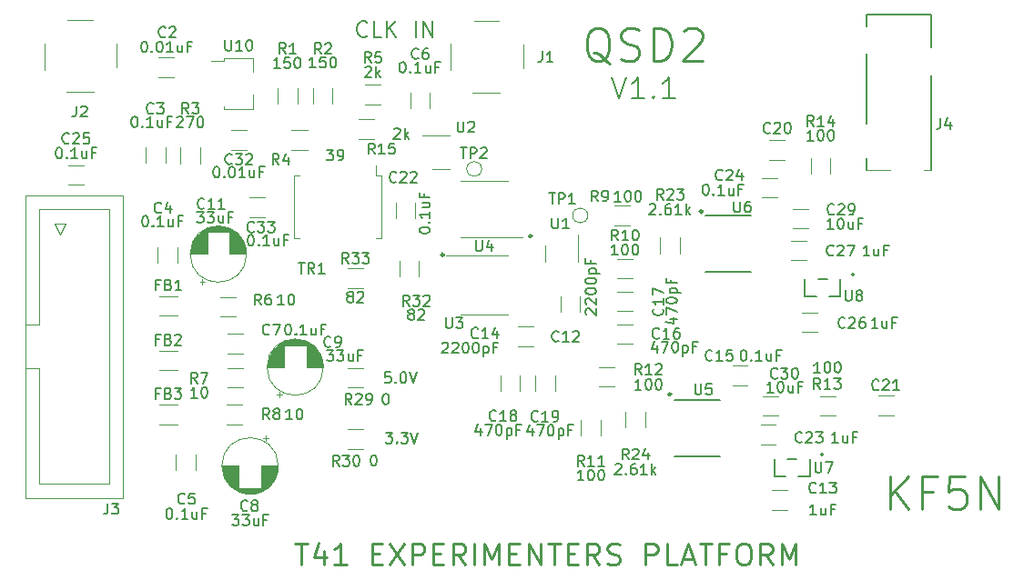
<source format=gto>
G04 #@! TF.GenerationSoftware,KiCad,Pcbnew,7.0.9*
G04 #@! TF.CreationDate,2023-11-18T11:05:28-05:00*
G04 #@! TF.ProjectId,qsd2,71736432-2e6b-4696-9361-645f70636258,rev?*
G04 #@! TF.SameCoordinates,Original*
G04 #@! TF.FileFunction,Legend,Top*
G04 #@! TF.FilePolarity,Positive*
%FSLAX46Y46*%
G04 Gerber Fmt 4.6, Leading zero omitted, Abs format (unit mm)*
G04 Created by KiCad (PCBNEW 7.0.9) date 2023-11-18 11:05:28*
%MOMM*%
%LPD*%
G01*
G04 APERTURE LIST*
%ADD10C,0.275000*%
%ADD11C,0.200000*%
%ADD12C,0.150000*%
%ADD13C,0.250000*%
%ADD14C,0.120000*%
%ADD15C,0.152400*%
%ADD16C,0.100000*%
%ADD17C,0.127000*%
G04 APERTURE END LIST*
D10*
X147076500Y-61087000D02*
G75*
G03*
X147076500Y-61087000I-137500J0D01*
G01*
X162951500Y-58801000D02*
G75*
G03*
X162951500Y-58801000I-137500J0D01*
G01*
X160030500Y-75819000D02*
G75*
G03*
X160030500Y-75819000I-137500J0D01*
G01*
X138887500Y-62850000D02*
G75*
G03*
X138887500Y-62850000I-137500J0D01*
G01*
D11*
X154472054Y-46294838D02*
X155138720Y-48294838D01*
X155138720Y-48294838D02*
X155805387Y-46294838D01*
X157519673Y-48294838D02*
X156376816Y-48294838D01*
X156948244Y-48294838D02*
X156948244Y-46294838D01*
X156948244Y-46294838D02*
X156757768Y-46580552D01*
X156757768Y-46580552D02*
X156567292Y-46771028D01*
X156567292Y-46771028D02*
X156376816Y-46866266D01*
X158376816Y-48104361D02*
X158472054Y-48199600D01*
X158472054Y-48199600D02*
X158376816Y-48294838D01*
X158376816Y-48294838D02*
X158281578Y-48199600D01*
X158281578Y-48199600D02*
X158376816Y-48104361D01*
X158376816Y-48104361D02*
X158376816Y-48294838D01*
X160376816Y-48294838D02*
X159233959Y-48294838D01*
X159805387Y-48294838D02*
X159805387Y-46294838D01*
X159805387Y-46294838D02*
X159614911Y-46580552D01*
X159614911Y-46580552D02*
X159424435Y-46771028D01*
X159424435Y-46771028D02*
X159233959Y-46866266D01*
D12*
X133464541Y-79387819D02*
X134083588Y-79387819D01*
X134083588Y-79387819D02*
X133750255Y-79768771D01*
X133750255Y-79768771D02*
X133893112Y-79768771D01*
X133893112Y-79768771D02*
X133988350Y-79816390D01*
X133988350Y-79816390D02*
X134035969Y-79864009D01*
X134035969Y-79864009D02*
X134083588Y-79959247D01*
X134083588Y-79959247D02*
X134083588Y-80197342D01*
X134083588Y-80197342D02*
X134035969Y-80292580D01*
X134035969Y-80292580D02*
X133988350Y-80340200D01*
X133988350Y-80340200D02*
X133893112Y-80387819D01*
X133893112Y-80387819D02*
X133607398Y-80387819D01*
X133607398Y-80387819D02*
X133512160Y-80340200D01*
X133512160Y-80340200D02*
X133464541Y-80292580D01*
X134512160Y-80292580D02*
X134559779Y-80340200D01*
X134559779Y-80340200D02*
X134512160Y-80387819D01*
X134512160Y-80387819D02*
X134464541Y-80340200D01*
X134464541Y-80340200D02*
X134512160Y-80292580D01*
X134512160Y-80292580D02*
X134512160Y-80387819D01*
X134893112Y-79387819D02*
X135512159Y-79387819D01*
X135512159Y-79387819D02*
X135178826Y-79768771D01*
X135178826Y-79768771D02*
X135321683Y-79768771D01*
X135321683Y-79768771D02*
X135416921Y-79816390D01*
X135416921Y-79816390D02*
X135464540Y-79864009D01*
X135464540Y-79864009D02*
X135512159Y-79959247D01*
X135512159Y-79959247D02*
X135512159Y-80197342D01*
X135512159Y-80197342D02*
X135464540Y-80292580D01*
X135464540Y-80292580D02*
X135416921Y-80340200D01*
X135416921Y-80340200D02*
X135321683Y-80387819D01*
X135321683Y-80387819D02*
X135035969Y-80387819D01*
X135035969Y-80387819D02*
X134940731Y-80340200D01*
X134940731Y-80340200D02*
X134893112Y-80292580D01*
X135797874Y-79387819D02*
X136131207Y-80387819D01*
X136131207Y-80387819D02*
X136464540Y-79387819D01*
X131741969Y-42439371D02*
X131670541Y-42510800D01*
X131670541Y-42510800D02*
X131456255Y-42582228D01*
X131456255Y-42582228D02*
X131313398Y-42582228D01*
X131313398Y-42582228D02*
X131099112Y-42510800D01*
X131099112Y-42510800D02*
X130956255Y-42367942D01*
X130956255Y-42367942D02*
X130884826Y-42225085D01*
X130884826Y-42225085D02*
X130813398Y-41939371D01*
X130813398Y-41939371D02*
X130813398Y-41725085D01*
X130813398Y-41725085D02*
X130884826Y-41439371D01*
X130884826Y-41439371D02*
X130956255Y-41296514D01*
X130956255Y-41296514D02*
X131099112Y-41153657D01*
X131099112Y-41153657D02*
X131313398Y-41082228D01*
X131313398Y-41082228D02*
X131456255Y-41082228D01*
X131456255Y-41082228D02*
X131670541Y-41153657D01*
X131670541Y-41153657D02*
X131741969Y-41225085D01*
X133099112Y-42582228D02*
X132384826Y-42582228D01*
X132384826Y-42582228D02*
X132384826Y-41082228D01*
X133599112Y-42582228D02*
X133599112Y-41082228D01*
X134456255Y-42582228D02*
X133813398Y-41725085D01*
X134456255Y-41082228D02*
X133599112Y-41939371D01*
X136241969Y-42582228D02*
X136241969Y-41082228D01*
X136956255Y-42582228D02*
X136956255Y-41082228D01*
X136956255Y-41082228D02*
X137813398Y-42582228D01*
X137813398Y-42582228D02*
X137813398Y-41082228D01*
D13*
X125054949Y-89717238D02*
X126197806Y-89717238D01*
X125626377Y-91717238D02*
X125626377Y-89717238D01*
X127721616Y-90383904D02*
X127721616Y-91717238D01*
X127245425Y-89622000D02*
X126769235Y-91050571D01*
X126769235Y-91050571D02*
X128007330Y-91050571D01*
X129816854Y-91717238D02*
X128673997Y-91717238D01*
X129245425Y-91717238D02*
X129245425Y-89717238D01*
X129245425Y-89717238D02*
X129054949Y-90002952D01*
X129054949Y-90002952D02*
X128864473Y-90193428D01*
X128864473Y-90193428D02*
X128673997Y-90288666D01*
X132197807Y-90669619D02*
X132864474Y-90669619D01*
X133150188Y-91717238D02*
X132197807Y-91717238D01*
X132197807Y-91717238D02*
X132197807Y-89717238D01*
X132197807Y-89717238D02*
X133150188Y-89717238D01*
X133816855Y-89717238D02*
X135150188Y-91717238D01*
X135150188Y-89717238D02*
X133816855Y-91717238D01*
X135912093Y-91717238D02*
X135912093Y-89717238D01*
X135912093Y-89717238D02*
X136673998Y-89717238D01*
X136673998Y-89717238D02*
X136864474Y-89812476D01*
X136864474Y-89812476D02*
X136959712Y-89907714D01*
X136959712Y-89907714D02*
X137054950Y-90098190D01*
X137054950Y-90098190D02*
X137054950Y-90383904D01*
X137054950Y-90383904D02*
X136959712Y-90574380D01*
X136959712Y-90574380D02*
X136864474Y-90669619D01*
X136864474Y-90669619D02*
X136673998Y-90764857D01*
X136673998Y-90764857D02*
X135912093Y-90764857D01*
X137912093Y-90669619D02*
X138578760Y-90669619D01*
X138864474Y-91717238D02*
X137912093Y-91717238D01*
X137912093Y-91717238D02*
X137912093Y-89717238D01*
X137912093Y-89717238D02*
X138864474Y-89717238D01*
X140864474Y-91717238D02*
X140197807Y-90764857D01*
X139721617Y-91717238D02*
X139721617Y-89717238D01*
X139721617Y-89717238D02*
X140483522Y-89717238D01*
X140483522Y-89717238D02*
X140673998Y-89812476D01*
X140673998Y-89812476D02*
X140769236Y-89907714D01*
X140769236Y-89907714D02*
X140864474Y-90098190D01*
X140864474Y-90098190D02*
X140864474Y-90383904D01*
X140864474Y-90383904D02*
X140769236Y-90574380D01*
X140769236Y-90574380D02*
X140673998Y-90669619D01*
X140673998Y-90669619D02*
X140483522Y-90764857D01*
X140483522Y-90764857D02*
X139721617Y-90764857D01*
X141721617Y-91717238D02*
X141721617Y-89717238D01*
X142673998Y-91717238D02*
X142673998Y-89717238D01*
X142673998Y-89717238D02*
X143340665Y-91145809D01*
X143340665Y-91145809D02*
X144007331Y-89717238D01*
X144007331Y-89717238D02*
X144007331Y-91717238D01*
X144959712Y-90669619D02*
X145626379Y-90669619D01*
X145912093Y-91717238D02*
X144959712Y-91717238D01*
X144959712Y-91717238D02*
X144959712Y-89717238D01*
X144959712Y-89717238D02*
X145912093Y-89717238D01*
X146769236Y-91717238D02*
X146769236Y-89717238D01*
X146769236Y-89717238D02*
X147912093Y-91717238D01*
X147912093Y-91717238D02*
X147912093Y-89717238D01*
X148578760Y-89717238D02*
X149721617Y-89717238D01*
X149150188Y-91717238D02*
X149150188Y-89717238D01*
X150388284Y-90669619D02*
X151054951Y-90669619D01*
X151340665Y-91717238D02*
X150388284Y-91717238D01*
X150388284Y-91717238D02*
X150388284Y-89717238D01*
X150388284Y-89717238D02*
X151340665Y-89717238D01*
X153340665Y-91717238D02*
X152673998Y-90764857D01*
X152197808Y-91717238D02*
X152197808Y-89717238D01*
X152197808Y-89717238D02*
X152959713Y-89717238D01*
X152959713Y-89717238D02*
X153150189Y-89812476D01*
X153150189Y-89812476D02*
X153245427Y-89907714D01*
X153245427Y-89907714D02*
X153340665Y-90098190D01*
X153340665Y-90098190D02*
X153340665Y-90383904D01*
X153340665Y-90383904D02*
X153245427Y-90574380D01*
X153245427Y-90574380D02*
X153150189Y-90669619D01*
X153150189Y-90669619D02*
X152959713Y-90764857D01*
X152959713Y-90764857D02*
X152197808Y-90764857D01*
X154102570Y-91622000D02*
X154388284Y-91717238D01*
X154388284Y-91717238D02*
X154864475Y-91717238D01*
X154864475Y-91717238D02*
X155054951Y-91622000D01*
X155054951Y-91622000D02*
X155150189Y-91526761D01*
X155150189Y-91526761D02*
X155245427Y-91336285D01*
X155245427Y-91336285D02*
X155245427Y-91145809D01*
X155245427Y-91145809D02*
X155150189Y-90955333D01*
X155150189Y-90955333D02*
X155054951Y-90860095D01*
X155054951Y-90860095D02*
X154864475Y-90764857D01*
X154864475Y-90764857D02*
X154483522Y-90669619D01*
X154483522Y-90669619D02*
X154293046Y-90574380D01*
X154293046Y-90574380D02*
X154197808Y-90479142D01*
X154197808Y-90479142D02*
X154102570Y-90288666D01*
X154102570Y-90288666D02*
X154102570Y-90098190D01*
X154102570Y-90098190D02*
X154197808Y-89907714D01*
X154197808Y-89907714D02*
X154293046Y-89812476D01*
X154293046Y-89812476D02*
X154483522Y-89717238D01*
X154483522Y-89717238D02*
X154959713Y-89717238D01*
X154959713Y-89717238D02*
X155245427Y-89812476D01*
X157626380Y-91717238D02*
X157626380Y-89717238D01*
X157626380Y-89717238D02*
X158388285Y-89717238D01*
X158388285Y-89717238D02*
X158578761Y-89812476D01*
X158578761Y-89812476D02*
X158673999Y-89907714D01*
X158673999Y-89907714D02*
X158769237Y-90098190D01*
X158769237Y-90098190D02*
X158769237Y-90383904D01*
X158769237Y-90383904D02*
X158673999Y-90574380D01*
X158673999Y-90574380D02*
X158578761Y-90669619D01*
X158578761Y-90669619D02*
X158388285Y-90764857D01*
X158388285Y-90764857D02*
X157626380Y-90764857D01*
X160578761Y-91717238D02*
X159626380Y-91717238D01*
X159626380Y-91717238D02*
X159626380Y-89717238D01*
X161150190Y-91145809D02*
X162102571Y-91145809D01*
X160959714Y-91717238D02*
X161626380Y-89717238D01*
X161626380Y-89717238D02*
X162293047Y-91717238D01*
X162674000Y-89717238D02*
X163816857Y-89717238D01*
X163245428Y-91717238D02*
X163245428Y-89717238D01*
X165150191Y-90669619D02*
X164483524Y-90669619D01*
X164483524Y-91717238D02*
X164483524Y-89717238D01*
X164483524Y-89717238D02*
X165435905Y-89717238D01*
X166578762Y-89717238D02*
X166959715Y-89717238D01*
X166959715Y-89717238D02*
X167150191Y-89812476D01*
X167150191Y-89812476D02*
X167340667Y-90002952D01*
X167340667Y-90002952D02*
X167435905Y-90383904D01*
X167435905Y-90383904D02*
X167435905Y-91050571D01*
X167435905Y-91050571D02*
X167340667Y-91431523D01*
X167340667Y-91431523D02*
X167150191Y-91622000D01*
X167150191Y-91622000D02*
X166959715Y-91717238D01*
X166959715Y-91717238D02*
X166578762Y-91717238D01*
X166578762Y-91717238D02*
X166388286Y-91622000D01*
X166388286Y-91622000D02*
X166197810Y-91431523D01*
X166197810Y-91431523D02*
X166102572Y-91050571D01*
X166102572Y-91050571D02*
X166102572Y-90383904D01*
X166102572Y-90383904D02*
X166197810Y-90002952D01*
X166197810Y-90002952D02*
X166388286Y-89812476D01*
X166388286Y-89812476D02*
X166578762Y-89717238D01*
X169435905Y-91717238D02*
X168769238Y-90764857D01*
X168293048Y-91717238D02*
X168293048Y-89717238D01*
X168293048Y-89717238D02*
X169054953Y-89717238D01*
X169054953Y-89717238D02*
X169245429Y-89812476D01*
X169245429Y-89812476D02*
X169340667Y-89907714D01*
X169340667Y-89907714D02*
X169435905Y-90098190D01*
X169435905Y-90098190D02*
X169435905Y-90383904D01*
X169435905Y-90383904D02*
X169340667Y-90574380D01*
X169340667Y-90574380D02*
X169245429Y-90669619D01*
X169245429Y-90669619D02*
X169054953Y-90764857D01*
X169054953Y-90764857D02*
X168293048Y-90764857D01*
X170293048Y-91717238D02*
X170293048Y-89717238D01*
X170293048Y-89717238D02*
X170959715Y-91145809D01*
X170959715Y-91145809D02*
X171626381Y-89717238D01*
X171626381Y-89717238D02*
X171626381Y-91717238D01*
X154353758Y-45030571D02*
X154068044Y-44887714D01*
X154068044Y-44887714D02*
X153782330Y-44602000D01*
X153782330Y-44602000D02*
X153353758Y-44173428D01*
X153353758Y-44173428D02*
X153068044Y-44030571D01*
X153068044Y-44030571D02*
X152782330Y-44030571D01*
X152925187Y-44744857D02*
X152639473Y-44602000D01*
X152639473Y-44602000D02*
X152353758Y-44316285D01*
X152353758Y-44316285D02*
X152210901Y-43744857D01*
X152210901Y-43744857D02*
X152210901Y-42744857D01*
X152210901Y-42744857D02*
X152353758Y-42173428D01*
X152353758Y-42173428D02*
X152639473Y-41887714D01*
X152639473Y-41887714D02*
X152925187Y-41744857D01*
X152925187Y-41744857D02*
X153496615Y-41744857D01*
X153496615Y-41744857D02*
X153782330Y-41887714D01*
X153782330Y-41887714D02*
X154068044Y-42173428D01*
X154068044Y-42173428D02*
X154210901Y-42744857D01*
X154210901Y-42744857D02*
X154210901Y-43744857D01*
X154210901Y-43744857D02*
X154068044Y-44316285D01*
X154068044Y-44316285D02*
X153782330Y-44602000D01*
X153782330Y-44602000D02*
X153496615Y-44744857D01*
X153496615Y-44744857D02*
X152925187Y-44744857D01*
X155353758Y-44602000D02*
X155782330Y-44744857D01*
X155782330Y-44744857D02*
X156496615Y-44744857D01*
X156496615Y-44744857D02*
X156782330Y-44602000D01*
X156782330Y-44602000D02*
X156925187Y-44459142D01*
X156925187Y-44459142D02*
X157068044Y-44173428D01*
X157068044Y-44173428D02*
X157068044Y-43887714D01*
X157068044Y-43887714D02*
X156925187Y-43602000D01*
X156925187Y-43602000D02*
X156782330Y-43459142D01*
X156782330Y-43459142D02*
X156496615Y-43316285D01*
X156496615Y-43316285D02*
X155925187Y-43173428D01*
X155925187Y-43173428D02*
X155639472Y-43030571D01*
X155639472Y-43030571D02*
X155496615Y-42887714D01*
X155496615Y-42887714D02*
X155353758Y-42602000D01*
X155353758Y-42602000D02*
X155353758Y-42316285D01*
X155353758Y-42316285D02*
X155496615Y-42030571D01*
X155496615Y-42030571D02*
X155639472Y-41887714D01*
X155639472Y-41887714D02*
X155925187Y-41744857D01*
X155925187Y-41744857D02*
X156639472Y-41744857D01*
X156639472Y-41744857D02*
X157068044Y-41887714D01*
X158353758Y-44744857D02*
X158353758Y-41744857D01*
X158353758Y-41744857D02*
X159068044Y-41744857D01*
X159068044Y-41744857D02*
X159496615Y-41887714D01*
X159496615Y-41887714D02*
X159782330Y-42173428D01*
X159782330Y-42173428D02*
X159925187Y-42459142D01*
X159925187Y-42459142D02*
X160068044Y-43030571D01*
X160068044Y-43030571D02*
X160068044Y-43459142D01*
X160068044Y-43459142D02*
X159925187Y-44030571D01*
X159925187Y-44030571D02*
X159782330Y-44316285D01*
X159782330Y-44316285D02*
X159496615Y-44602000D01*
X159496615Y-44602000D02*
X159068044Y-44744857D01*
X159068044Y-44744857D02*
X158353758Y-44744857D01*
X161210901Y-42030571D02*
X161353758Y-41887714D01*
X161353758Y-41887714D02*
X161639473Y-41744857D01*
X161639473Y-41744857D02*
X162353758Y-41744857D01*
X162353758Y-41744857D02*
X162639473Y-41887714D01*
X162639473Y-41887714D02*
X162782330Y-42030571D01*
X162782330Y-42030571D02*
X162925187Y-42316285D01*
X162925187Y-42316285D02*
X162925187Y-42602000D01*
X162925187Y-42602000D02*
X162782330Y-43030571D01*
X162782330Y-43030571D02*
X161068044Y-44744857D01*
X161068044Y-44744857D02*
X162925187Y-44744857D01*
D12*
X133912969Y-73769819D02*
X133436779Y-73769819D01*
X133436779Y-73769819D02*
X133389160Y-74246009D01*
X133389160Y-74246009D02*
X133436779Y-74198390D01*
X133436779Y-74198390D02*
X133532017Y-74150771D01*
X133532017Y-74150771D02*
X133770112Y-74150771D01*
X133770112Y-74150771D02*
X133865350Y-74198390D01*
X133865350Y-74198390D02*
X133912969Y-74246009D01*
X133912969Y-74246009D02*
X133960588Y-74341247D01*
X133960588Y-74341247D02*
X133960588Y-74579342D01*
X133960588Y-74579342D02*
X133912969Y-74674580D01*
X133912969Y-74674580D02*
X133865350Y-74722200D01*
X133865350Y-74722200D02*
X133770112Y-74769819D01*
X133770112Y-74769819D02*
X133532017Y-74769819D01*
X133532017Y-74769819D02*
X133436779Y-74722200D01*
X133436779Y-74722200D02*
X133389160Y-74674580D01*
X134389160Y-74674580D02*
X134436779Y-74722200D01*
X134436779Y-74722200D02*
X134389160Y-74769819D01*
X134389160Y-74769819D02*
X134341541Y-74722200D01*
X134341541Y-74722200D02*
X134389160Y-74674580D01*
X134389160Y-74674580D02*
X134389160Y-74769819D01*
X135055826Y-73769819D02*
X135151064Y-73769819D01*
X135151064Y-73769819D02*
X135246302Y-73817438D01*
X135246302Y-73817438D02*
X135293921Y-73865057D01*
X135293921Y-73865057D02*
X135341540Y-73960295D01*
X135341540Y-73960295D02*
X135389159Y-74150771D01*
X135389159Y-74150771D02*
X135389159Y-74388866D01*
X135389159Y-74388866D02*
X135341540Y-74579342D01*
X135341540Y-74579342D02*
X135293921Y-74674580D01*
X135293921Y-74674580D02*
X135246302Y-74722200D01*
X135246302Y-74722200D02*
X135151064Y-74769819D01*
X135151064Y-74769819D02*
X135055826Y-74769819D01*
X135055826Y-74769819D02*
X134960588Y-74722200D01*
X134960588Y-74722200D02*
X134912969Y-74674580D01*
X134912969Y-74674580D02*
X134865350Y-74579342D01*
X134865350Y-74579342D02*
X134817731Y-74388866D01*
X134817731Y-74388866D02*
X134817731Y-74150771D01*
X134817731Y-74150771D02*
X134865350Y-73960295D01*
X134865350Y-73960295D02*
X134912969Y-73865057D01*
X134912969Y-73865057D02*
X134960588Y-73817438D01*
X134960588Y-73817438D02*
X135055826Y-73769819D01*
X135674874Y-73769819D02*
X136008207Y-74769819D01*
X136008207Y-74769819D02*
X136341540Y-73769819D01*
D13*
X180353758Y-86519857D02*
X180353758Y-83519857D01*
X182068044Y-86519857D02*
X180782330Y-84805571D01*
X182068044Y-83519857D02*
X180353758Y-85234142D01*
X184353758Y-84948428D02*
X183353758Y-84948428D01*
X183353758Y-86519857D02*
X183353758Y-83519857D01*
X183353758Y-83519857D02*
X184782330Y-83519857D01*
X187353759Y-83519857D02*
X185925187Y-83519857D01*
X185925187Y-83519857D02*
X185782330Y-84948428D01*
X185782330Y-84948428D02*
X185925187Y-84805571D01*
X185925187Y-84805571D02*
X186210902Y-84662714D01*
X186210902Y-84662714D02*
X186925187Y-84662714D01*
X186925187Y-84662714D02*
X187210902Y-84805571D01*
X187210902Y-84805571D02*
X187353759Y-84948428D01*
X187353759Y-84948428D02*
X187496616Y-85234142D01*
X187496616Y-85234142D02*
X187496616Y-85948428D01*
X187496616Y-85948428D02*
X187353759Y-86234142D01*
X187353759Y-86234142D02*
X187210902Y-86377000D01*
X187210902Y-86377000D02*
X186925187Y-86519857D01*
X186925187Y-86519857D02*
X186210902Y-86519857D01*
X186210902Y-86519857D02*
X185925187Y-86377000D01*
X185925187Y-86377000D02*
X185782330Y-86234142D01*
X188782330Y-86519857D02*
X188782330Y-83519857D01*
X188782330Y-83519857D02*
X190496616Y-86519857D01*
X190496616Y-86519857D02*
X190496616Y-83519857D01*
D12*
X112391666Y-75731009D02*
X112058333Y-75731009D01*
X112058333Y-76254819D02*
X112058333Y-75254819D01*
X112058333Y-75254819D02*
X112534523Y-75254819D01*
X113248809Y-75731009D02*
X113391666Y-75778628D01*
X113391666Y-75778628D02*
X113439285Y-75826247D01*
X113439285Y-75826247D02*
X113486904Y-75921485D01*
X113486904Y-75921485D02*
X113486904Y-76064342D01*
X113486904Y-76064342D02*
X113439285Y-76159580D01*
X113439285Y-76159580D02*
X113391666Y-76207200D01*
X113391666Y-76207200D02*
X113296428Y-76254819D01*
X113296428Y-76254819D02*
X112915476Y-76254819D01*
X112915476Y-76254819D02*
X112915476Y-75254819D01*
X112915476Y-75254819D02*
X113248809Y-75254819D01*
X113248809Y-75254819D02*
X113344047Y-75302438D01*
X113344047Y-75302438D02*
X113391666Y-75350057D01*
X113391666Y-75350057D02*
X113439285Y-75445295D01*
X113439285Y-75445295D02*
X113439285Y-75540533D01*
X113439285Y-75540533D02*
X113391666Y-75635771D01*
X113391666Y-75635771D02*
X113344047Y-75683390D01*
X113344047Y-75683390D02*
X113248809Y-75731009D01*
X113248809Y-75731009D02*
X112915476Y-75731009D01*
X113820238Y-75254819D02*
X114439285Y-75254819D01*
X114439285Y-75254819D02*
X114105952Y-75635771D01*
X114105952Y-75635771D02*
X114248809Y-75635771D01*
X114248809Y-75635771D02*
X114344047Y-75683390D01*
X114344047Y-75683390D02*
X114391666Y-75731009D01*
X114391666Y-75731009D02*
X114439285Y-75826247D01*
X114439285Y-75826247D02*
X114439285Y-76064342D01*
X114439285Y-76064342D02*
X114391666Y-76159580D01*
X114391666Y-76159580D02*
X114344047Y-76207200D01*
X114344047Y-76207200D02*
X114248809Y-76254819D01*
X114248809Y-76254819D02*
X113963095Y-76254819D01*
X113963095Y-76254819D02*
X113867857Y-76207200D01*
X113867857Y-76207200D02*
X113820238Y-76159580D01*
X173282142Y-50879819D02*
X172948809Y-50403628D01*
X172710714Y-50879819D02*
X172710714Y-49879819D01*
X172710714Y-49879819D02*
X173091666Y-49879819D01*
X173091666Y-49879819D02*
X173186904Y-49927438D01*
X173186904Y-49927438D02*
X173234523Y-49975057D01*
X173234523Y-49975057D02*
X173282142Y-50070295D01*
X173282142Y-50070295D02*
X173282142Y-50213152D01*
X173282142Y-50213152D02*
X173234523Y-50308390D01*
X173234523Y-50308390D02*
X173186904Y-50356009D01*
X173186904Y-50356009D02*
X173091666Y-50403628D01*
X173091666Y-50403628D02*
X172710714Y-50403628D01*
X174234523Y-50879819D02*
X173663095Y-50879819D01*
X173948809Y-50879819D02*
X173948809Y-49879819D01*
X173948809Y-49879819D02*
X173853571Y-50022676D01*
X173853571Y-50022676D02*
X173758333Y-50117914D01*
X173758333Y-50117914D02*
X173663095Y-50165533D01*
X175091666Y-50213152D02*
X175091666Y-50879819D01*
X174853571Y-49832200D02*
X174615476Y-50546485D01*
X174615476Y-50546485D02*
X175234523Y-50546485D01*
X173258333Y-52204819D02*
X172686905Y-52204819D01*
X172972619Y-52204819D02*
X172972619Y-51204819D01*
X172972619Y-51204819D02*
X172877381Y-51347676D01*
X172877381Y-51347676D02*
X172782143Y-51442914D01*
X172782143Y-51442914D02*
X172686905Y-51490533D01*
X173877381Y-51204819D02*
X173972619Y-51204819D01*
X173972619Y-51204819D02*
X174067857Y-51252438D01*
X174067857Y-51252438D02*
X174115476Y-51300057D01*
X174115476Y-51300057D02*
X174163095Y-51395295D01*
X174163095Y-51395295D02*
X174210714Y-51585771D01*
X174210714Y-51585771D02*
X174210714Y-51823866D01*
X174210714Y-51823866D02*
X174163095Y-52014342D01*
X174163095Y-52014342D02*
X174115476Y-52109580D01*
X174115476Y-52109580D02*
X174067857Y-52157200D01*
X174067857Y-52157200D02*
X173972619Y-52204819D01*
X173972619Y-52204819D02*
X173877381Y-52204819D01*
X173877381Y-52204819D02*
X173782143Y-52157200D01*
X173782143Y-52157200D02*
X173734524Y-52109580D01*
X173734524Y-52109580D02*
X173686905Y-52014342D01*
X173686905Y-52014342D02*
X173639286Y-51823866D01*
X173639286Y-51823866D02*
X173639286Y-51585771D01*
X173639286Y-51585771D02*
X173686905Y-51395295D01*
X173686905Y-51395295D02*
X173734524Y-51300057D01*
X173734524Y-51300057D02*
X173782143Y-51252438D01*
X173782143Y-51252438D02*
X173877381Y-51204819D01*
X174829762Y-51204819D02*
X174925000Y-51204819D01*
X174925000Y-51204819D02*
X175020238Y-51252438D01*
X175020238Y-51252438D02*
X175067857Y-51300057D01*
X175067857Y-51300057D02*
X175115476Y-51395295D01*
X175115476Y-51395295D02*
X175163095Y-51585771D01*
X175163095Y-51585771D02*
X175163095Y-51823866D01*
X175163095Y-51823866D02*
X175115476Y-52014342D01*
X175115476Y-52014342D02*
X175067857Y-52109580D01*
X175067857Y-52109580D02*
X175020238Y-52157200D01*
X175020238Y-52157200D02*
X174925000Y-52204819D01*
X174925000Y-52204819D02*
X174829762Y-52204819D01*
X174829762Y-52204819D02*
X174734524Y-52157200D01*
X174734524Y-52157200D02*
X174686905Y-52109580D01*
X174686905Y-52109580D02*
X174639286Y-52014342D01*
X174639286Y-52014342D02*
X174591667Y-51823866D01*
X174591667Y-51823866D02*
X174591667Y-51585771D01*
X174591667Y-51585771D02*
X174639286Y-51395295D01*
X174639286Y-51395295D02*
X174686905Y-51300057D01*
X174686905Y-51300057D02*
X174734524Y-51252438D01*
X174734524Y-51252438D02*
X174829762Y-51204819D01*
X121880333Y-67510819D02*
X121547000Y-67034628D01*
X121308905Y-67510819D02*
X121308905Y-66510819D01*
X121308905Y-66510819D02*
X121689857Y-66510819D01*
X121689857Y-66510819D02*
X121785095Y-66558438D01*
X121785095Y-66558438D02*
X121832714Y-66606057D01*
X121832714Y-66606057D02*
X121880333Y-66701295D01*
X121880333Y-66701295D02*
X121880333Y-66844152D01*
X121880333Y-66844152D02*
X121832714Y-66939390D01*
X121832714Y-66939390D02*
X121785095Y-66987009D01*
X121785095Y-66987009D02*
X121689857Y-67034628D01*
X121689857Y-67034628D02*
X121308905Y-67034628D01*
X122737476Y-66510819D02*
X122547000Y-66510819D01*
X122547000Y-66510819D02*
X122451762Y-66558438D01*
X122451762Y-66558438D02*
X122404143Y-66606057D01*
X122404143Y-66606057D02*
X122308905Y-66748914D01*
X122308905Y-66748914D02*
X122261286Y-66939390D01*
X122261286Y-66939390D02*
X122261286Y-67320342D01*
X122261286Y-67320342D02*
X122308905Y-67415580D01*
X122308905Y-67415580D02*
X122356524Y-67463200D01*
X122356524Y-67463200D02*
X122451762Y-67510819D01*
X122451762Y-67510819D02*
X122642238Y-67510819D01*
X122642238Y-67510819D02*
X122737476Y-67463200D01*
X122737476Y-67463200D02*
X122785095Y-67415580D01*
X122785095Y-67415580D02*
X122832714Y-67320342D01*
X122832714Y-67320342D02*
X122832714Y-67082247D01*
X122832714Y-67082247D02*
X122785095Y-66987009D01*
X122785095Y-66987009D02*
X122737476Y-66939390D01*
X122737476Y-66939390D02*
X122642238Y-66891771D01*
X122642238Y-66891771D02*
X122451762Y-66891771D01*
X122451762Y-66891771D02*
X122356524Y-66939390D01*
X122356524Y-66939390D02*
X122308905Y-66987009D01*
X122308905Y-66987009D02*
X122261286Y-67082247D01*
X124015523Y-67510819D02*
X123444095Y-67510819D01*
X123729809Y-67510819D02*
X123729809Y-66510819D01*
X123729809Y-66510819D02*
X123634571Y-66653676D01*
X123634571Y-66653676D02*
X123539333Y-66748914D01*
X123539333Y-66748914D02*
X123444095Y-66796533D01*
X124634571Y-66510819D02*
X124729809Y-66510819D01*
X124729809Y-66510819D02*
X124825047Y-66558438D01*
X124825047Y-66558438D02*
X124872666Y-66606057D01*
X124872666Y-66606057D02*
X124920285Y-66701295D01*
X124920285Y-66701295D02*
X124967904Y-66891771D01*
X124967904Y-66891771D02*
X124967904Y-67129866D01*
X124967904Y-67129866D02*
X124920285Y-67320342D01*
X124920285Y-67320342D02*
X124872666Y-67415580D01*
X124872666Y-67415580D02*
X124825047Y-67463200D01*
X124825047Y-67463200D02*
X124729809Y-67510819D01*
X124729809Y-67510819D02*
X124634571Y-67510819D01*
X124634571Y-67510819D02*
X124539333Y-67463200D01*
X124539333Y-67463200D02*
X124491714Y-67415580D01*
X124491714Y-67415580D02*
X124444095Y-67320342D01*
X124444095Y-67320342D02*
X124396476Y-67129866D01*
X124396476Y-67129866D02*
X124396476Y-66891771D01*
X124396476Y-66891771D02*
X124444095Y-66701295D01*
X124444095Y-66701295D02*
X124491714Y-66606057D01*
X124491714Y-66606057D02*
X124539333Y-66558438D01*
X124539333Y-66558438D02*
X124634571Y-66510819D01*
X148938095Y-59394819D02*
X148938095Y-60204342D01*
X148938095Y-60204342D02*
X148985714Y-60299580D01*
X148985714Y-60299580D02*
X149033333Y-60347200D01*
X149033333Y-60347200D02*
X149128571Y-60394819D01*
X149128571Y-60394819D02*
X149319047Y-60394819D01*
X149319047Y-60394819D02*
X149414285Y-60347200D01*
X149414285Y-60347200D02*
X149461904Y-60299580D01*
X149461904Y-60299580D02*
X149509523Y-60204342D01*
X149509523Y-60204342D02*
X149509523Y-59394819D01*
X150509523Y-60394819D02*
X149938095Y-60394819D01*
X150223809Y-60394819D02*
X150223809Y-59394819D01*
X150223809Y-59394819D02*
X150128571Y-59537676D01*
X150128571Y-59537676D02*
X150033333Y-59632914D01*
X150033333Y-59632914D02*
X149938095Y-59680533D01*
X142047142Y-70534580D02*
X141999523Y-70582200D01*
X141999523Y-70582200D02*
X141856666Y-70629819D01*
X141856666Y-70629819D02*
X141761428Y-70629819D01*
X141761428Y-70629819D02*
X141618571Y-70582200D01*
X141618571Y-70582200D02*
X141523333Y-70486961D01*
X141523333Y-70486961D02*
X141475714Y-70391723D01*
X141475714Y-70391723D02*
X141428095Y-70201247D01*
X141428095Y-70201247D02*
X141428095Y-70058390D01*
X141428095Y-70058390D02*
X141475714Y-69867914D01*
X141475714Y-69867914D02*
X141523333Y-69772676D01*
X141523333Y-69772676D02*
X141618571Y-69677438D01*
X141618571Y-69677438D02*
X141761428Y-69629819D01*
X141761428Y-69629819D02*
X141856666Y-69629819D01*
X141856666Y-69629819D02*
X141999523Y-69677438D01*
X141999523Y-69677438D02*
X142047142Y-69725057D01*
X142999523Y-70629819D02*
X142428095Y-70629819D01*
X142713809Y-70629819D02*
X142713809Y-69629819D01*
X142713809Y-69629819D02*
X142618571Y-69772676D01*
X142618571Y-69772676D02*
X142523333Y-69867914D01*
X142523333Y-69867914D02*
X142428095Y-69915533D01*
X143856666Y-69963152D02*
X143856666Y-70629819D01*
X143618571Y-69582200D02*
X143380476Y-70296485D01*
X143380476Y-70296485D02*
X143999523Y-70296485D01*
X138704762Y-71100057D02*
X138752381Y-71052438D01*
X138752381Y-71052438D02*
X138847619Y-71004819D01*
X138847619Y-71004819D02*
X139085714Y-71004819D01*
X139085714Y-71004819D02*
X139180952Y-71052438D01*
X139180952Y-71052438D02*
X139228571Y-71100057D01*
X139228571Y-71100057D02*
X139276190Y-71195295D01*
X139276190Y-71195295D02*
X139276190Y-71290533D01*
X139276190Y-71290533D02*
X139228571Y-71433390D01*
X139228571Y-71433390D02*
X138657143Y-72004819D01*
X138657143Y-72004819D02*
X139276190Y-72004819D01*
X139657143Y-71100057D02*
X139704762Y-71052438D01*
X139704762Y-71052438D02*
X139800000Y-71004819D01*
X139800000Y-71004819D02*
X140038095Y-71004819D01*
X140038095Y-71004819D02*
X140133333Y-71052438D01*
X140133333Y-71052438D02*
X140180952Y-71100057D01*
X140180952Y-71100057D02*
X140228571Y-71195295D01*
X140228571Y-71195295D02*
X140228571Y-71290533D01*
X140228571Y-71290533D02*
X140180952Y-71433390D01*
X140180952Y-71433390D02*
X139609524Y-72004819D01*
X139609524Y-72004819D02*
X140228571Y-72004819D01*
X140847619Y-71004819D02*
X140942857Y-71004819D01*
X140942857Y-71004819D02*
X141038095Y-71052438D01*
X141038095Y-71052438D02*
X141085714Y-71100057D01*
X141085714Y-71100057D02*
X141133333Y-71195295D01*
X141133333Y-71195295D02*
X141180952Y-71385771D01*
X141180952Y-71385771D02*
X141180952Y-71623866D01*
X141180952Y-71623866D02*
X141133333Y-71814342D01*
X141133333Y-71814342D02*
X141085714Y-71909580D01*
X141085714Y-71909580D02*
X141038095Y-71957200D01*
X141038095Y-71957200D02*
X140942857Y-72004819D01*
X140942857Y-72004819D02*
X140847619Y-72004819D01*
X140847619Y-72004819D02*
X140752381Y-71957200D01*
X140752381Y-71957200D02*
X140704762Y-71909580D01*
X140704762Y-71909580D02*
X140657143Y-71814342D01*
X140657143Y-71814342D02*
X140609524Y-71623866D01*
X140609524Y-71623866D02*
X140609524Y-71385771D01*
X140609524Y-71385771D02*
X140657143Y-71195295D01*
X140657143Y-71195295D02*
X140704762Y-71100057D01*
X140704762Y-71100057D02*
X140752381Y-71052438D01*
X140752381Y-71052438D02*
X140847619Y-71004819D01*
X141800000Y-71004819D02*
X141895238Y-71004819D01*
X141895238Y-71004819D02*
X141990476Y-71052438D01*
X141990476Y-71052438D02*
X142038095Y-71100057D01*
X142038095Y-71100057D02*
X142085714Y-71195295D01*
X142085714Y-71195295D02*
X142133333Y-71385771D01*
X142133333Y-71385771D02*
X142133333Y-71623866D01*
X142133333Y-71623866D02*
X142085714Y-71814342D01*
X142085714Y-71814342D02*
X142038095Y-71909580D01*
X142038095Y-71909580D02*
X141990476Y-71957200D01*
X141990476Y-71957200D02*
X141895238Y-72004819D01*
X141895238Y-72004819D02*
X141800000Y-72004819D01*
X141800000Y-72004819D02*
X141704762Y-71957200D01*
X141704762Y-71957200D02*
X141657143Y-71909580D01*
X141657143Y-71909580D02*
X141609524Y-71814342D01*
X141609524Y-71814342D02*
X141561905Y-71623866D01*
X141561905Y-71623866D02*
X141561905Y-71385771D01*
X141561905Y-71385771D02*
X141609524Y-71195295D01*
X141609524Y-71195295D02*
X141657143Y-71100057D01*
X141657143Y-71100057D02*
X141704762Y-71052438D01*
X141704762Y-71052438D02*
X141800000Y-71004819D01*
X142561905Y-71338152D02*
X142561905Y-72338152D01*
X142561905Y-71385771D02*
X142657143Y-71338152D01*
X142657143Y-71338152D02*
X142847619Y-71338152D01*
X142847619Y-71338152D02*
X142942857Y-71385771D01*
X142942857Y-71385771D02*
X142990476Y-71433390D01*
X142990476Y-71433390D02*
X143038095Y-71528628D01*
X143038095Y-71528628D02*
X143038095Y-71814342D01*
X143038095Y-71814342D02*
X142990476Y-71909580D01*
X142990476Y-71909580D02*
X142942857Y-71957200D01*
X142942857Y-71957200D02*
X142847619Y-72004819D01*
X142847619Y-72004819D02*
X142657143Y-72004819D01*
X142657143Y-72004819D02*
X142561905Y-71957200D01*
X143800000Y-71481009D02*
X143466667Y-71481009D01*
X143466667Y-72004819D02*
X143466667Y-71004819D01*
X143466667Y-71004819D02*
X143942857Y-71004819D01*
X157257142Y-74004819D02*
X156923809Y-73528628D01*
X156685714Y-74004819D02*
X156685714Y-73004819D01*
X156685714Y-73004819D02*
X157066666Y-73004819D01*
X157066666Y-73004819D02*
X157161904Y-73052438D01*
X157161904Y-73052438D02*
X157209523Y-73100057D01*
X157209523Y-73100057D02*
X157257142Y-73195295D01*
X157257142Y-73195295D02*
X157257142Y-73338152D01*
X157257142Y-73338152D02*
X157209523Y-73433390D01*
X157209523Y-73433390D02*
X157161904Y-73481009D01*
X157161904Y-73481009D02*
X157066666Y-73528628D01*
X157066666Y-73528628D02*
X156685714Y-73528628D01*
X158209523Y-74004819D02*
X157638095Y-74004819D01*
X157923809Y-74004819D02*
X157923809Y-73004819D01*
X157923809Y-73004819D02*
X157828571Y-73147676D01*
X157828571Y-73147676D02*
X157733333Y-73242914D01*
X157733333Y-73242914D02*
X157638095Y-73290533D01*
X158590476Y-73100057D02*
X158638095Y-73052438D01*
X158638095Y-73052438D02*
X158733333Y-73004819D01*
X158733333Y-73004819D02*
X158971428Y-73004819D01*
X158971428Y-73004819D02*
X159066666Y-73052438D01*
X159066666Y-73052438D02*
X159114285Y-73100057D01*
X159114285Y-73100057D02*
X159161904Y-73195295D01*
X159161904Y-73195295D02*
X159161904Y-73290533D01*
X159161904Y-73290533D02*
X159114285Y-73433390D01*
X159114285Y-73433390D02*
X158542857Y-74004819D01*
X158542857Y-74004819D02*
X159161904Y-74004819D01*
X157233333Y-75404819D02*
X156661905Y-75404819D01*
X156947619Y-75404819D02*
X156947619Y-74404819D01*
X156947619Y-74404819D02*
X156852381Y-74547676D01*
X156852381Y-74547676D02*
X156757143Y-74642914D01*
X156757143Y-74642914D02*
X156661905Y-74690533D01*
X157852381Y-74404819D02*
X157947619Y-74404819D01*
X157947619Y-74404819D02*
X158042857Y-74452438D01*
X158042857Y-74452438D02*
X158090476Y-74500057D01*
X158090476Y-74500057D02*
X158138095Y-74595295D01*
X158138095Y-74595295D02*
X158185714Y-74785771D01*
X158185714Y-74785771D02*
X158185714Y-75023866D01*
X158185714Y-75023866D02*
X158138095Y-75214342D01*
X158138095Y-75214342D02*
X158090476Y-75309580D01*
X158090476Y-75309580D02*
X158042857Y-75357200D01*
X158042857Y-75357200D02*
X157947619Y-75404819D01*
X157947619Y-75404819D02*
X157852381Y-75404819D01*
X157852381Y-75404819D02*
X157757143Y-75357200D01*
X157757143Y-75357200D02*
X157709524Y-75309580D01*
X157709524Y-75309580D02*
X157661905Y-75214342D01*
X157661905Y-75214342D02*
X157614286Y-75023866D01*
X157614286Y-75023866D02*
X157614286Y-74785771D01*
X157614286Y-74785771D02*
X157661905Y-74595295D01*
X157661905Y-74595295D02*
X157709524Y-74500057D01*
X157709524Y-74500057D02*
X157757143Y-74452438D01*
X157757143Y-74452438D02*
X157852381Y-74404819D01*
X158804762Y-74404819D02*
X158900000Y-74404819D01*
X158900000Y-74404819D02*
X158995238Y-74452438D01*
X158995238Y-74452438D02*
X159042857Y-74500057D01*
X159042857Y-74500057D02*
X159090476Y-74595295D01*
X159090476Y-74595295D02*
X159138095Y-74785771D01*
X159138095Y-74785771D02*
X159138095Y-75023866D01*
X159138095Y-75023866D02*
X159090476Y-75214342D01*
X159090476Y-75214342D02*
X159042857Y-75309580D01*
X159042857Y-75309580D02*
X158995238Y-75357200D01*
X158995238Y-75357200D02*
X158900000Y-75404819D01*
X158900000Y-75404819D02*
X158804762Y-75404819D01*
X158804762Y-75404819D02*
X158709524Y-75357200D01*
X158709524Y-75357200D02*
X158661905Y-75309580D01*
X158661905Y-75309580D02*
X158614286Y-75214342D01*
X158614286Y-75214342D02*
X158566667Y-75023866D01*
X158566667Y-75023866D02*
X158566667Y-74785771D01*
X158566667Y-74785771D02*
X158614286Y-74595295D01*
X158614286Y-74595295D02*
X158661905Y-74500057D01*
X158661905Y-74500057D02*
X158709524Y-74452438D01*
X158709524Y-74452438D02*
X158804762Y-74404819D01*
X175125142Y-62843580D02*
X175077523Y-62891200D01*
X175077523Y-62891200D02*
X174934666Y-62938819D01*
X174934666Y-62938819D02*
X174839428Y-62938819D01*
X174839428Y-62938819D02*
X174696571Y-62891200D01*
X174696571Y-62891200D02*
X174601333Y-62795961D01*
X174601333Y-62795961D02*
X174553714Y-62700723D01*
X174553714Y-62700723D02*
X174506095Y-62510247D01*
X174506095Y-62510247D02*
X174506095Y-62367390D01*
X174506095Y-62367390D02*
X174553714Y-62176914D01*
X174553714Y-62176914D02*
X174601333Y-62081676D01*
X174601333Y-62081676D02*
X174696571Y-61986438D01*
X174696571Y-61986438D02*
X174839428Y-61938819D01*
X174839428Y-61938819D02*
X174934666Y-61938819D01*
X174934666Y-61938819D02*
X175077523Y-61986438D01*
X175077523Y-61986438D02*
X175125142Y-62034057D01*
X175506095Y-62034057D02*
X175553714Y-61986438D01*
X175553714Y-61986438D02*
X175648952Y-61938819D01*
X175648952Y-61938819D02*
X175887047Y-61938819D01*
X175887047Y-61938819D02*
X175982285Y-61986438D01*
X175982285Y-61986438D02*
X176029904Y-62034057D01*
X176029904Y-62034057D02*
X176077523Y-62129295D01*
X176077523Y-62129295D02*
X176077523Y-62224533D01*
X176077523Y-62224533D02*
X176029904Y-62367390D01*
X176029904Y-62367390D02*
X175458476Y-62938819D01*
X175458476Y-62938819D02*
X176077523Y-62938819D01*
X176410857Y-61938819D02*
X177077523Y-61938819D01*
X177077523Y-61938819D02*
X176648952Y-62938819D01*
X178474761Y-62938819D02*
X177903333Y-62938819D01*
X178189047Y-62938819D02*
X178189047Y-61938819D01*
X178189047Y-61938819D02*
X178093809Y-62081676D01*
X178093809Y-62081676D02*
X177998571Y-62176914D01*
X177998571Y-62176914D02*
X177903333Y-62224533D01*
X179331904Y-62272152D02*
X179331904Y-62938819D01*
X178903333Y-62272152D02*
X178903333Y-62795961D01*
X178903333Y-62795961D02*
X178950952Y-62891200D01*
X178950952Y-62891200D02*
X179046190Y-62938819D01*
X179046190Y-62938819D02*
X179189047Y-62938819D01*
X179189047Y-62938819D02*
X179284285Y-62891200D01*
X179284285Y-62891200D02*
X179331904Y-62843580D01*
X180141428Y-62415009D02*
X179808095Y-62415009D01*
X179808095Y-62938819D02*
X179808095Y-61938819D01*
X179808095Y-61938819D02*
X180284285Y-61938819D01*
X169907142Y-74284580D02*
X169859523Y-74332200D01*
X169859523Y-74332200D02*
X169716666Y-74379819D01*
X169716666Y-74379819D02*
X169621428Y-74379819D01*
X169621428Y-74379819D02*
X169478571Y-74332200D01*
X169478571Y-74332200D02*
X169383333Y-74236961D01*
X169383333Y-74236961D02*
X169335714Y-74141723D01*
X169335714Y-74141723D02*
X169288095Y-73951247D01*
X169288095Y-73951247D02*
X169288095Y-73808390D01*
X169288095Y-73808390D02*
X169335714Y-73617914D01*
X169335714Y-73617914D02*
X169383333Y-73522676D01*
X169383333Y-73522676D02*
X169478571Y-73427438D01*
X169478571Y-73427438D02*
X169621428Y-73379819D01*
X169621428Y-73379819D02*
X169716666Y-73379819D01*
X169716666Y-73379819D02*
X169859523Y-73427438D01*
X169859523Y-73427438D02*
X169907142Y-73475057D01*
X170240476Y-73379819D02*
X170859523Y-73379819D01*
X170859523Y-73379819D02*
X170526190Y-73760771D01*
X170526190Y-73760771D02*
X170669047Y-73760771D01*
X170669047Y-73760771D02*
X170764285Y-73808390D01*
X170764285Y-73808390D02*
X170811904Y-73856009D01*
X170811904Y-73856009D02*
X170859523Y-73951247D01*
X170859523Y-73951247D02*
X170859523Y-74189342D01*
X170859523Y-74189342D02*
X170811904Y-74284580D01*
X170811904Y-74284580D02*
X170764285Y-74332200D01*
X170764285Y-74332200D02*
X170669047Y-74379819D01*
X170669047Y-74379819D02*
X170383333Y-74379819D01*
X170383333Y-74379819D02*
X170288095Y-74332200D01*
X170288095Y-74332200D02*
X170240476Y-74284580D01*
X171478571Y-73379819D02*
X171573809Y-73379819D01*
X171573809Y-73379819D02*
X171669047Y-73427438D01*
X171669047Y-73427438D02*
X171716666Y-73475057D01*
X171716666Y-73475057D02*
X171764285Y-73570295D01*
X171764285Y-73570295D02*
X171811904Y-73760771D01*
X171811904Y-73760771D02*
X171811904Y-73998866D01*
X171811904Y-73998866D02*
X171764285Y-74189342D01*
X171764285Y-74189342D02*
X171716666Y-74284580D01*
X171716666Y-74284580D02*
X171669047Y-74332200D01*
X171669047Y-74332200D02*
X171573809Y-74379819D01*
X171573809Y-74379819D02*
X171478571Y-74379819D01*
X171478571Y-74379819D02*
X171383333Y-74332200D01*
X171383333Y-74332200D02*
X171335714Y-74284580D01*
X171335714Y-74284580D02*
X171288095Y-74189342D01*
X171288095Y-74189342D02*
X171240476Y-73998866D01*
X171240476Y-73998866D02*
X171240476Y-73760771D01*
X171240476Y-73760771D02*
X171288095Y-73570295D01*
X171288095Y-73570295D02*
X171335714Y-73475057D01*
X171335714Y-73475057D02*
X171383333Y-73427438D01*
X171383333Y-73427438D02*
X171478571Y-73379819D01*
X169528571Y-75654819D02*
X168957143Y-75654819D01*
X169242857Y-75654819D02*
X169242857Y-74654819D01*
X169242857Y-74654819D02*
X169147619Y-74797676D01*
X169147619Y-74797676D02*
X169052381Y-74892914D01*
X169052381Y-74892914D02*
X168957143Y-74940533D01*
X170147619Y-74654819D02*
X170242857Y-74654819D01*
X170242857Y-74654819D02*
X170338095Y-74702438D01*
X170338095Y-74702438D02*
X170385714Y-74750057D01*
X170385714Y-74750057D02*
X170433333Y-74845295D01*
X170433333Y-74845295D02*
X170480952Y-75035771D01*
X170480952Y-75035771D02*
X170480952Y-75273866D01*
X170480952Y-75273866D02*
X170433333Y-75464342D01*
X170433333Y-75464342D02*
X170385714Y-75559580D01*
X170385714Y-75559580D02*
X170338095Y-75607200D01*
X170338095Y-75607200D02*
X170242857Y-75654819D01*
X170242857Y-75654819D02*
X170147619Y-75654819D01*
X170147619Y-75654819D02*
X170052381Y-75607200D01*
X170052381Y-75607200D02*
X170004762Y-75559580D01*
X170004762Y-75559580D02*
X169957143Y-75464342D01*
X169957143Y-75464342D02*
X169909524Y-75273866D01*
X169909524Y-75273866D02*
X169909524Y-75035771D01*
X169909524Y-75035771D02*
X169957143Y-74845295D01*
X169957143Y-74845295D02*
X170004762Y-74750057D01*
X170004762Y-74750057D02*
X170052381Y-74702438D01*
X170052381Y-74702438D02*
X170147619Y-74654819D01*
X171338095Y-74988152D02*
X171338095Y-75654819D01*
X170909524Y-74988152D02*
X170909524Y-75511961D01*
X170909524Y-75511961D02*
X170957143Y-75607200D01*
X170957143Y-75607200D02*
X171052381Y-75654819D01*
X171052381Y-75654819D02*
X171195238Y-75654819D01*
X171195238Y-75654819D02*
X171290476Y-75607200D01*
X171290476Y-75607200D02*
X171338095Y-75559580D01*
X172147619Y-75131009D02*
X171814286Y-75131009D01*
X171814286Y-75654819D02*
X171814286Y-74654819D01*
X171814286Y-74654819D02*
X172290476Y-74654819D01*
X128357333Y-71352580D02*
X128309714Y-71400200D01*
X128309714Y-71400200D02*
X128166857Y-71447819D01*
X128166857Y-71447819D02*
X128071619Y-71447819D01*
X128071619Y-71447819D02*
X127928762Y-71400200D01*
X127928762Y-71400200D02*
X127833524Y-71304961D01*
X127833524Y-71304961D02*
X127785905Y-71209723D01*
X127785905Y-71209723D02*
X127738286Y-71019247D01*
X127738286Y-71019247D02*
X127738286Y-70876390D01*
X127738286Y-70876390D02*
X127785905Y-70685914D01*
X127785905Y-70685914D02*
X127833524Y-70590676D01*
X127833524Y-70590676D02*
X127928762Y-70495438D01*
X127928762Y-70495438D02*
X128071619Y-70447819D01*
X128071619Y-70447819D02*
X128166857Y-70447819D01*
X128166857Y-70447819D02*
X128309714Y-70495438D01*
X128309714Y-70495438D02*
X128357333Y-70543057D01*
X128833524Y-71447819D02*
X129024000Y-71447819D01*
X129024000Y-71447819D02*
X129119238Y-71400200D01*
X129119238Y-71400200D02*
X129166857Y-71352580D01*
X129166857Y-71352580D02*
X129262095Y-71209723D01*
X129262095Y-71209723D02*
X129309714Y-71019247D01*
X129309714Y-71019247D02*
X129309714Y-70638295D01*
X129309714Y-70638295D02*
X129262095Y-70543057D01*
X129262095Y-70543057D02*
X129214476Y-70495438D01*
X129214476Y-70495438D02*
X129119238Y-70447819D01*
X129119238Y-70447819D02*
X128928762Y-70447819D01*
X128928762Y-70447819D02*
X128833524Y-70495438D01*
X128833524Y-70495438D02*
X128785905Y-70543057D01*
X128785905Y-70543057D02*
X128738286Y-70638295D01*
X128738286Y-70638295D02*
X128738286Y-70876390D01*
X128738286Y-70876390D02*
X128785905Y-70971628D01*
X128785905Y-70971628D02*
X128833524Y-71019247D01*
X128833524Y-71019247D02*
X128928762Y-71066866D01*
X128928762Y-71066866D02*
X129119238Y-71066866D01*
X129119238Y-71066866D02*
X129214476Y-71019247D01*
X129214476Y-71019247D02*
X129262095Y-70971628D01*
X129262095Y-70971628D02*
X129309714Y-70876390D01*
X127976524Y-71717819D02*
X128595571Y-71717819D01*
X128595571Y-71717819D02*
X128262238Y-72098771D01*
X128262238Y-72098771D02*
X128405095Y-72098771D01*
X128405095Y-72098771D02*
X128500333Y-72146390D01*
X128500333Y-72146390D02*
X128547952Y-72194009D01*
X128547952Y-72194009D02*
X128595571Y-72289247D01*
X128595571Y-72289247D02*
X128595571Y-72527342D01*
X128595571Y-72527342D02*
X128547952Y-72622580D01*
X128547952Y-72622580D02*
X128500333Y-72670200D01*
X128500333Y-72670200D02*
X128405095Y-72717819D01*
X128405095Y-72717819D02*
X128119381Y-72717819D01*
X128119381Y-72717819D02*
X128024143Y-72670200D01*
X128024143Y-72670200D02*
X127976524Y-72622580D01*
X128928905Y-71717819D02*
X129547952Y-71717819D01*
X129547952Y-71717819D02*
X129214619Y-72098771D01*
X129214619Y-72098771D02*
X129357476Y-72098771D01*
X129357476Y-72098771D02*
X129452714Y-72146390D01*
X129452714Y-72146390D02*
X129500333Y-72194009D01*
X129500333Y-72194009D02*
X129547952Y-72289247D01*
X129547952Y-72289247D02*
X129547952Y-72527342D01*
X129547952Y-72527342D02*
X129500333Y-72622580D01*
X129500333Y-72622580D02*
X129452714Y-72670200D01*
X129452714Y-72670200D02*
X129357476Y-72717819D01*
X129357476Y-72717819D02*
X129071762Y-72717819D01*
X129071762Y-72717819D02*
X128976524Y-72670200D01*
X128976524Y-72670200D02*
X128928905Y-72622580D01*
X130405095Y-72051152D02*
X130405095Y-72717819D01*
X129976524Y-72051152D02*
X129976524Y-72574961D01*
X129976524Y-72574961D02*
X130024143Y-72670200D01*
X130024143Y-72670200D02*
X130119381Y-72717819D01*
X130119381Y-72717819D02*
X130262238Y-72717819D01*
X130262238Y-72717819D02*
X130357476Y-72670200D01*
X130357476Y-72670200D02*
X130405095Y-72622580D01*
X131214619Y-72194009D02*
X130881286Y-72194009D01*
X130881286Y-72717819D02*
X130881286Y-71717819D01*
X130881286Y-71717819D02*
X131357476Y-71717819D01*
X121232142Y-60659580D02*
X121184523Y-60707200D01*
X121184523Y-60707200D02*
X121041666Y-60754819D01*
X121041666Y-60754819D02*
X120946428Y-60754819D01*
X120946428Y-60754819D02*
X120803571Y-60707200D01*
X120803571Y-60707200D02*
X120708333Y-60611961D01*
X120708333Y-60611961D02*
X120660714Y-60516723D01*
X120660714Y-60516723D02*
X120613095Y-60326247D01*
X120613095Y-60326247D02*
X120613095Y-60183390D01*
X120613095Y-60183390D02*
X120660714Y-59992914D01*
X120660714Y-59992914D02*
X120708333Y-59897676D01*
X120708333Y-59897676D02*
X120803571Y-59802438D01*
X120803571Y-59802438D02*
X120946428Y-59754819D01*
X120946428Y-59754819D02*
X121041666Y-59754819D01*
X121041666Y-59754819D02*
X121184523Y-59802438D01*
X121184523Y-59802438D02*
X121232142Y-59850057D01*
X121565476Y-59754819D02*
X122184523Y-59754819D01*
X122184523Y-59754819D02*
X121851190Y-60135771D01*
X121851190Y-60135771D02*
X121994047Y-60135771D01*
X121994047Y-60135771D02*
X122089285Y-60183390D01*
X122089285Y-60183390D02*
X122136904Y-60231009D01*
X122136904Y-60231009D02*
X122184523Y-60326247D01*
X122184523Y-60326247D02*
X122184523Y-60564342D01*
X122184523Y-60564342D02*
X122136904Y-60659580D01*
X122136904Y-60659580D02*
X122089285Y-60707200D01*
X122089285Y-60707200D02*
X121994047Y-60754819D01*
X121994047Y-60754819D02*
X121708333Y-60754819D01*
X121708333Y-60754819D02*
X121613095Y-60707200D01*
X121613095Y-60707200D02*
X121565476Y-60659580D01*
X122517857Y-59754819D02*
X123136904Y-59754819D01*
X123136904Y-59754819D02*
X122803571Y-60135771D01*
X122803571Y-60135771D02*
X122946428Y-60135771D01*
X122946428Y-60135771D02*
X123041666Y-60183390D01*
X123041666Y-60183390D02*
X123089285Y-60231009D01*
X123089285Y-60231009D02*
X123136904Y-60326247D01*
X123136904Y-60326247D02*
X123136904Y-60564342D01*
X123136904Y-60564342D02*
X123089285Y-60659580D01*
X123089285Y-60659580D02*
X123041666Y-60707200D01*
X123041666Y-60707200D02*
X122946428Y-60754819D01*
X122946428Y-60754819D02*
X122660714Y-60754819D01*
X122660714Y-60754819D02*
X122565476Y-60707200D01*
X122565476Y-60707200D02*
X122517857Y-60659580D01*
X120882143Y-60979819D02*
X120977381Y-60979819D01*
X120977381Y-60979819D02*
X121072619Y-61027438D01*
X121072619Y-61027438D02*
X121120238Y-61075057D01*
X121120238Y-61075057D02*
X121167857Y-61170295D01*
X121167857Y-61170295D02*
X121215476Y-61360771D01*
X121215476Y-61360771D02*
X121215476Y-61598866D01*
X121215476Y-61598866D02*
X121167857Y-61789342D01*
X121167857Y-61789342D02*
X121120238Y-61884580D01*
X121120238Y-61884580D02*
X121072619Y-61932200D01*
X121072619Y-61932200D02*
X120977381Y-61979819D01*
X120977381Y-61979819D02*
X120882143Y-61979819D01*
X120882143Y-61979819D02*
X120786905Y-61932200D01*
X120786905Y-61932200D02*
X120739286Y-61884580D01*
X120739286Y-61884580D02*
X120691667Y-61789342D01*
X120691667Y-61789342D02*
X120644048Y-61598866D01*
X120644048Y-61598866D02*
X120644048Y-61360771D01*
X120644048Y-61360771D02*
X120691667Y-61170295D01*
X120691667Y-61170295D02*
X120739286Y-61075057D01*
X120739286Y-61075057D02*
X120786905Y-61027438D01*
X120786905Y-61027438D02*
X120882143Y-60979819D01*
X121644048Y-61884580D02*
X121691667Y-61932200D01*
X121691667Y-61932200D02*
X121644048Y-61979819D01*
X121644048Y-61979819D02*
X121596429Y-61932200D01*
X121596429Y-61932200D02*
X121644048Y-61884580D01*
X121644048Y-61884580D02*
X121644048Y-61979819D01*
X122644047Y-61979819D02*
X122072619Y-61979819D01*
X122358333Y-61979819D02*
X122358333Y-60979819D01*
X122358333Y-60979819D02*
X122263095Y-61122676D01*
X122263095Y-61122676D02*
X122167857Y-61217914D01*
X122167857Y-61217914D02*
X122072619Y-61265533D01*
X123501190Y-61313152D02*
X123501190Y-61979819D01*
X123072619Y-61313152D02*
X123072619Y-61836961D01*
X123072619Y-61836961D02*
X123120238Y-61932200D01*
X123120238Y-61932200D02*
X123215476Y-61979819D01*
X123215476Y-61979819D02*
X123358333Y-61979819D01*
X123358333Y-61979819D02*
X123453571Y-61932200D01*
X123453571Y-61932200D02*
X123501190Y-61884580D01*
X124310714Y-61456009D02*
X123977381Y-61456009D01*
X123977381Y-61979819D02*
X123977381Y-60979819D01*
X123977381Y-60979819D02*
X124453571Y-60979819D01*
X112416666Y-65631009D02*
X112083333Y-65631009D01*
X112083333Y-66154819D02*
X112083333Y-65154819D01*
X112083333Y-65154819D02*
X112559523Y-65154819D01*
X113273809Y-65631009D02*
X113416666Y-65678628D01*
X113416666Y-65678628D02*
X113464285Y-65726247D01*
X113464285Y-65726247D02*
X113511904Y-65821485D01*
X113511904Y-65821485D02*
X113511904Y-65964342D01*
X113511904Y-65964342D02*
X113464285Y-66059580D01*
X113464285Y-66059580D02*
X113416666Y-66107200D01*
X113416666Y-66107200D02*
X113321428Y-66154819D01*
X113321428Y-66154819D02*
X112940476Y-66154819D01*
X112940476Y-66154819D02*
X112940476Y-65154819D01*
X112940476Y-65154819D02*
X113273809Y-65154819D01*
X113273809Y-65154819D02*
X113369047Y-65202438D01*
X113369047Y-65202438D02*
X113416666Y-65250057D01*
X113416666Y-65250057D02*
X113464285Y-65345295D01*
X113464285Y-65345295D02*
X113464285Y-65440533D01*
X113464285Y-65440533D02*
X113416666Y-65535771D01*
X113416666Y-65535771D02*
X113369047Y-65583390D01*
X113369047Y-65583390D02*
X113273809Y-65631009D01*
X113273809Y-65631009D02*
X112940476Y-65631009D01*
X114464285Y-66154819D02*
X113892857Y-66154819D01*
X114178571Y-66154819D02*
X114178571Y-65154819D01*
X114178571Y-65154819D02*
X114083333Y-65297676D01*
X114083333Y-65297676D02*
X113988095Y-65392914D01*
X113988095Y-65392914D02*
X113892857Y-65440533D01*
X112983333Y-42509580D02*
X112935714Y-42557200D01*
X112935714Y-42557200D02*
X112792857Y-42604819D01*
X112792857Y-42604819D02*
X112697619Y-42604819D01*
X112697619Y-42604819D02*
X112554762Y-42557200D01*
X112554762Y-42557200D02*
X112459524Y-42461961D01*
X112459524Y-42461961D02*
X112411905Y-42366723D01*
X112411905Y-42366723D02*
X112364286Y-42176247D01*
X112364286Y-42176247D02*
X112364286Y-42033390D01*
X112364286Y-42033390D02*
X112411905Y-41842914D01*
X112411905Y-41842914D02*
X112459524Y-41747676D01*
X112459524Y-41747676D02*
X112554762Y-41652438D01*
X112554762Y-41652438D02*
X112697619Y-41604819D01*
X112697619Y-41604819D02*
X112792857Y-41604819D01*
X112792857Y-41604819D02*
X112935714Y-41652438D01*
X112935714Y-41652438D02*
X112983333Y-41700057D01*
X113364286Y-41700057D02*
X113411905Y-41652438D01*
X113411905Y-41652438D02*
X113507143Y-41604819D01*
X113507143Y-41604819D02*
X113745238Y-41604819D01*
X113745238Y-41604819D02*
X113840476Y-41652438D01*
X113840476Y-41652438D02*
X113888095Y-41700057D01*
X113888095Y-41700057D02*
X113935714Y-41795295D01*
X113935714Y-41795295D02*
X113935714Y-41890533D01*
X113935714Y-41890533D02*
X113888095Y-42033390D01*
X113888095Y-42033390D02*
X113316667Y-42604819D01*
X113316667Y-42604819D02*
X113935714Y-42604819D01*
X110955952Y-42979819D02*
X111051190Y-42979819D01*
X111051190Y-42979819D02*
X111146428Y-43027438D01*
X111146428Y-43027438D02*
X111194047Y-43075057D01*
X111194047Y-43075057D02*
X111241666Y-43170295D01*
X111241666Y-43170295D02*
X111289285Y-43360771D01*
X111289285Y-43360771D02*
X111289285Y-43598866D01*
X111289285Y-43598866D02*
X111241666Y-43789342D01*
X111241666Y-43789342D02*
X111194047Y-43884580D01*
X111194047Y-43884580D02*
X111146428Y-43932200D01*
X111146428Y-43932200D02*
X111051190Y-43979819D01*
X111051190Y-43979819D02*
X110955952Y-43979819D01*
X110955952Y-43979819D02*
X110860714Y-43932200D01*
X110860714Y-43932200D02*
X110813095Y-43884580D01*
X110813095Y-43884580D02*
X110765476Y-43789342D01*
X110765476Y-43789342D02*
X110717857Y-43598866D01*
X110717857Y-43598866D02*
X110717857Y-43360771D01*
X110717857Y-43360771D02*
X110765476Y-43170295D01*
X110765476Y-43170295D02*
X110813095Y-43075057D01*
X110813095Y-43075057D02*
X110860714Y-43027438D01*
X110860714Y-43027438D02*
X110955952Y-42979819D01*
X111717857Y-43884580D02*
X111765476Y-43932200D01*
X111765476Y-43932200D02*
X111717857Y-43979819D01*
X111717857Y-43979819D02*
X111670238Y-43932200D01*
X111670238Y-43932200D02*
X111717857Y-43884580D01*
X111717857Y-43884580D02*
X111717857Y-43979819D01*
X112384523Y-42979819D02*
X112479761Y-42979819D01*
X112479761Y-42979819D02*
X112574999Y-43027438D01*
X112574999Y-43027438D02*
X112622618Y-43075057D01*
X112622618Y-43075057D02*
X112670237Y-43170295D01*
X112670237Y-43170295D02*
X112717856Y-43360771D01*
X112717856Y-43360771D02*
X112717856Y-43598866D01*
X112717856Y-43598866D02*
X112670237Y-43789342D01*
X112670237Y-43789342D02*
X112622618Y-43884580D01*
X112622618Y-43884580D02*
X112574999Y-43932200D01*
X112574999Y-43932200D02*
X112479761Y-43979819D01*
X112479761Y-43979819D02*
X112384523Y-43979819D01*
X112384523Y-43979819D02*
X112289285Y-43932200D01*
X112289285Y-43932200D02*
X112241666Y-43884580D01*
X112241666Y-43884580D02*
X112194047Y-43789342D01*
X112194047Y-43789342D02*
X112146428Y-43598866D01*
X112146428Y-43598866D02*
X112146428Y-43360771D01*
X112146428Y-43360771D02*
X112194047Y-43170295D01*
X112194047Y-43170295D02*
X112241666Y-43075057D01*
X112241666Y-43075057D02*
X112289285Y-43027438D01*
X112289285Y-43027438D02*
X112384523Y-42979819D01*
X113670237Y-43979819D02*
X113098809Y-43979819D01*
X113384523Y-43979819D02*
X113384523Y-42979819D01*
X113384523Y-42979819D02*
X113289285Y-43122676D01*
X113289285Y-43122676D02*
X113194047Y-43217914D01*
X113194047Y-43217914D02*
X113098809Y-43265533D01*
X114527380Y-43313152D02*
X114527380Y-43979819D01*
X114098809Y-43313152D02*
X114098809Y-43836961D01*
X114098809Y-43836961D02*
X114146428Y-43932200D01*
X114146428Y-43932200D02*
X114241666Y-43979819D01*
X114241666Y-43979819D02*
X114384523Y-43979819D01*
X114384523Y-43979819D02*
X114479761Y-43932200D01*
X114479761Y-43932200D02*
X114527380Y-43884580D01*
X115336904Y-43456009D02*
X115003571Y-43456009D01*
X115003571Y-43979819D02*
X115003571Y-42979819D01*
X115003571Y-42979819D02*
X115479761Y-42979819D01*
X153203333Y-57854819D02*
X152870000Y-57378628D01*
X152631905Y-57854819D02*
X152631905Y-56854819D01*
X152631905Y-56854819D02*
X153012857Y-56854819D01*
X153012857Y-56854819D02*
X153108095Y-56902438D01*
X153108095Y-56902438D02*
X153155714Y-56950057D01*
X153155714Y-56950057D02*
X153203333Y-57045295D01*
X153203333Y-57045295D02*
X153203333Y-57188152D01*
X153203333Y-57188152D02*
X153155714Y-57283390D01*
X153155714Y-57283390D02*
X153108095Y-57331009D01*
X153108095Y-57331009D02*
X153012857Y-57378628D01*
X153012857Y-57378628D02*
X152631905Y-57378628D01*
X153679524Y-57854819D02*
X153870000Y-57854819D01*
X153870000Y-57854819D02*
X153965238Y-57807200D01*
X153965238Y-57807200D02*
X154012857Y-57759580D01*
X154012857Y-57759580D02*
X154108095Y-57616723D01*
X154108095Y-57616723D02*
X154155714Y-57426247D01*
X154155714Y-57426247D02*
X154155714Y-57045295D01*
X154155714Y-57045295D02*
X154108095Y-56950057D01*
X154108095Y-56950057D02*
X154060476Y-56902438D01*
X154060476Y-56902438D02*
X153965238Y-56854819D01*
X153965238Y-56854819D02*
X153774762Y-56854819D01*
X153774762Y-56854819D02*
X153679524Y-56902438D01*
X153679524Y-56902438D02*
X153631905Y-56950057D01*
X153631905Y-56950057D02*
X153584286Y-57045295D01*
X153584286Y-57045295D02*
X153584286Y-57283390D01*
X153584286Y-57283390D02*
X153631905Y-57378628D01*
X153631905Y-57378628D02*
X153679524Y-57426247D01*
X153679524Y-57426247D02*
X153774762Y-57473866D01*
X153774762Y-57473866D02*
X153965238Y-57473866D01*
X153965238Y-57473866D02*
X154060476Y-57426247D01*
X154060476Y-57426247D02*
X154108095Y-57378628D01*
X154108095Y-57378628D02*
X154155714Y-57283390D01*
X155323333Y-57884819D02*
X154751905Y-57884819D01*
X155037619Y-57884819D02*
X155037619Y-56884819D01*
X155037619Y-56884819D02*
X154942381Y-57027676D01*
X154942381Y-57027676D02*
X154847143Y-57122914D01*
X154847143Y-57122914D02*
X154751905Y-57170533D01*
X155942381Y-56884819D02*
X156037619Y-56884819D01*
X156037619Y-56884819D02*
X156132857Y-56932438D01*
X156132857Y-56932438D02*
X156180476Y-56980057D01*
X156180476Y-56980057D02*
X156228095Y-57075295D01*
X156228095Y-57075295D02*
X156275714Y-57265771D01*
X156275714Y-57265771D02*
X156275714Y-57503866D01*
X156275714Y-57503866D02*
X156228095Y-57694342D01*
X156228095Y-57694342D02*
X156180476Y-57789580D01*
X156180476Y-57789580D02*
X156132857Y-57837200D01*
X156132857Y-57837200D02*
X156037619Y-57884819D01*
X156037619Y-57884819D02*
X155942381Y-57884819D01*
X155942381Y-57884819D02*
X155847143Y-57837200D01*
X155847143Y-57837200D02*
X155799524Y-57789580D01*
X155799524Y-57789580D02*
X155751905Y-57694342D01*
X155751905Y-57694342D02*
X155704286Y-57503866D01*
X155704286Y-57503866D02*
X155704286Y-57265771D01*
X155704286Y-57265771D02*
X155751905Y-57075295D01*
X155751905Y-57075295D02*
X155799524Y-56980057D01*
X155799524Y-56980057D02*
X155847143Y-56932438D01*
X155847143Y-56932438D02*
X155942381Y-56884819D01*
X156894762Y-56884819D02*
X156990000Y-56884819D01*
X156990000Y-56884819D02*
X157085238Y-56932438D01*
X157085238Y-56932438D02*
X157132857Y-56980057D01*
X157132857Y-56980057D02*
X157180476Y-57075295D01*
X157180476Y-57075295D02*
X157228095Y-57265771D01*
X157228095Y-57265771D02*
X157228095Y-57503866D01*
X157228095Y-57503866D02*
X157180476Y-57694342D01*
X157180476Y-57694342D02*
X157132857Y-57789580D01*
X157132857Y-57789580D02*
X157085238Y-57837200D01*
X157085238Y-57837200D02*
X156990000Y-57884819D01*
X156990000Y-57884819D02*
X156894762Y-57884819D01*
X156894762Y-57884819D02*
X156799524Y-57837200D01*
X156799524Y-57837200D02*
X156751905Y-57789580D01*
X156751905Y-57789580D02*
X156704286Y-57694342D01*
X156704286Y-57694342D02*
X156656667Y-57503866D01*
X156656667Y-57503866D02*
X156656667Y-57265771D01*
X156656667Y-57265771D02*
X156704286Y-57075295D01*
X156704286Y-57075295D02*
X156751905Y-56980057D01*
X156751905Y-56980057D02*
X156799524Y-56932438D01*
X156799524Y-56932438D02*
X156894762Y-56884819D01*
X127458333Y-44129819D02*
X127125000Y-43653628D01*
X126886905Y-44129819D02*
X126886905Y-43129819D01*
X126886905Y-43129819D02*
X127267857Y-43129819D01*
X127267857Y-43129819D02*
X127363095Y-43177438D01*
X127363095Y-43177438D02*
X127410714Y-43225057D01*
X127410714Y-43225057D02*
X127458333Y-43320295D01*
X127458333Y-43320295D02*
X127458333Y-43463152D01*
X127458333Y-43463152D02*
X127410714Y-43558390D01*
X127410714Y-43558390D02*
X127363095Y-43606009D01*
X127363095Y-43606009D02*
X127267857Y-43653628D01*
X127267857Y-43653628D02*
X126886905Y-43653628D01*
X127839286Y-43225057D02*
X127886905Y-43177438D01*
X127886905Y-43177438D02*
X127982143Y-43129819D01*
X127982143Y-43129819D02*
X128220238Y-43129819D01*
X128220238Y-43129819D02*
X128315476Y-43177438D01*
X128315476Y-43177438D02*
X128363095Y-43225057D01*
X128363095Y-43225057D02*
X128410714Y-43320295D01*
X128410714Y-43320295D02*
X128410714Y-43415533D01*
X128410714Y-43415533D02*
X128363095Y-43558390D01*
X128363095Y-43558390D02*
X127791667Y-44129819D01*
X127791667Y-44129819D02*
X128410714Y-44129819D01*
X126958333Y-45404819D02*
X126386905Y-45404819D01*
X126672619Y-45404819D02*
X126672619Y-44404819D01*
X126672619Y-44404819D02*
X126577381Y-44547676D01*
X126577381Y-44547676D02*
X126482143Y-44642914D01*
X126482143Y-44642914D02*
X126386905Y-44690533D01*
X127863095Y-44404819D02*
X127386905Y-44404819D01*
X127386905Y-44404819D02*
X127339286Y-44881009D01*
X127339286Y-44881009D02*
X127386905Y-44833390D01*
X127386905Y-44833390D02*
X127482143Y-44785771D01*
X127482143Y-44785771D02*
X127720238Y-44785771D01*
X127720238Y-44785771D02*
X127815476Y-44833390D01*
X127815476Y-44833390D02*
X127863095Y-44881009D01*
X127863095Y-44881009D02*
X127910714Y-44976247D01*
X127910714Y-44976247D02*
X127910714Y-45214342D01*
X127910714Y-45214342D02*
X127863095Y-45309580D01*
X127863095Y-45309580D02*
X127815476Y-45357200D01*
X127815476Y-45357200D02*
X127720238Y-45404819D01*
X127720238Y-45404819D02*
X127482143Y-45404819D01*
X127482143Y-45404819D02*
X127386905Y-45357200D01*
X127386905Y-45357200D02*
X127339286Y-45309580D01*
X128529762Y-44404819D02*
X128625000Y-44404819D01*
X128625000Y-44404819D02*
X128720238Y-44452438D01*
X128720238Y-44452438D02*
X128767857Y-44500057D01*
X128767857Y-44500057D02*
X128815476Y-44595295D01*
X128815476Y-44595295D02*
X128863095Y-44785771D01*
X128863095Y-44785771D02*
X128863095Y-45023866D01*
X128863095Y-45023866D02*
X128815476Y-45214342D01*
X128815476Y-45214342D02*
X128767857Y-45309580D01*
X128767857Y-45309580D02*
X128720238Y-45357200D01*
X128720238Y-45357200D02*
X128625000Y-45404819D01*
X128625000Y-45404819D02*
X128529762Y-45404819D01*
X128529762Y-45404819D02*
X128434524Y-45357200D01*
X128434524Y-45357200D02*
X128386905Y-45309580D01*
X128386905Y-45309580D02*
X128339286Y-45214342D01*
X128339286Y-45214342D02*
X128291667Y-45023866D01*
X128291667Y-45023866D02*
X128291667Y-44785771D01*
X128291667Y-44785771D02*
X128339286Y-44595295D01*
X128339286Y-44595295D02*
X128386905Y-44500057D01*
X128386905Y-44500057D02*
X128434524Y-44452438D01*
X128434524Y-44452438D02*
X128529762Y-44404819D01*
X120608333Y-86609580D02*
X120560714Y-86657200D01*
X120560714Y-86657200D02*
X120417857Y-86704819D01*
X120417857Y-86704819D02*
X120322619Y-86704819D01*
X120322619Y-86704819D02*
X120179762Y-86657200D01*
X120179762Y-86657200D02*
X120084524Y-86561961D01*
X120084524Y-86561961D02*
X120036905Y-86466723D01*
X120036905Y-86466723D02*
X119989286Y-86276247D01*
X119989286Y-86276247D02*
X119989286Y-86133390D01*
X119989286Y-86133390D02*
X120036905Y-85942914D01*
X120036905Y-85942914D02*
X120084524Y-85847676D01*
X120084524Y-85847676D02*
X120179762Y-85752438D01*
X120179762Y-85752438D02*
X120322619Y-85704819D01*
X120322619Y-85704819D02*
X120417857Y-85704819D01*
X120417857Y-85704819D02*
X120560714Y-85752438D01*
X120560714Y-85752438D02*
X120608333Y-85800057D01*
X121179762Y-86133390D02*
X121084524Y-86085771D01*
X121084524Y-86085771D02*
X121036905Y-86038152D01*
X121036905Y-86038152D02*
X120989286Y-85942914D01*
X120989286Y-85942914D02*
X120989286Y-85895295D01*
X120989286Y-85895295D02*
X121036905Y-85800057D01*
X121036905Y-85800057D02*
X121084524Y-85752438D01*
X121084524Y-85752438D02*
X121179762Y-85704819D01*
X121179762Y-85704819D02*
X121370238Y-85704819D01*
X121370238Y-85704819D02*
X121465476Y-85752438D01*
X121465476Y-85752438D02*
X121513095Y-85800057D01*
X121513095Y-85800057D02*
X121560714Y-85895295D01*
X121560714Y-85895295D02*
X121560714Y-85942914D01*
X121560714Y-85942914D02*
X121513095Y-86038152D01*
X121513095Y-86038152D02*
X121465476Y-86085771D01*
X121465476Y-86085771D02*
X121370238Y-86133390D01*
X121370238Y-86133390D02*
X121179762Y-86133390D01*
X121179762Y-86133390D02*
X121084524Y-86181009D01*
X121084524Y-86181009D02*
X121036905Y-86228628D01*
X121036905Y-86228628D02*
X120989286Y-86323866D01*
X120989286Y-86323866D02*
X120989286Y-86514342D01*
X120989286Y-86514342D02*
X121036905Y-86609580D01*
X121036905Y-86609580D02*
X121084524Y-86657200D01*
X121084524Y-86657200D02*
X121179762Y-86704819D01*
X121179762Y-86704819D02*
X121370238Y-86704819D01*
X121370238Y-86704819D02*
X121465476Y-86657200D01*
X121465476Y-86657200D02*
X121513095Y-86609580D01*
X121513095Y-86609580D02*
X121560714Y-86514342D01*
X121560714Y-86514342D02*
X121560714Y-86323866D01*
X121560714Y-86323866D02*
X121513095Y-86228628D01*
X121513095Y-86228628D02*
X121465476Y-86181009D01*
X121465476Y-86181009D02*
X121370238Y-86133390D01*
X119184524Y-87054819D02*
X119803571Y-87054819D01*
X119803571Y-87054819D02*
X119470238Y-87435771D01*
X119470238Y-87435771D02*
X119613095Y-87435771D01*
X119613095Y-87435771D02*
X119708333Y-87483390D01*
X119708333Y-87483390D02*
X119755952Y-87531009D01*
X119755952Y-87531009D02*
X119803571Y-87626247D01*
X119803571Y-87626247D02*
X119803571Y-87864342D01*
X119803571Y-87864342D02*
X119755952Y-87959580D01*
X119755952Y-87959580D02*
X119708333Y-88007200D01*
X119708333Y-88007200D02*
X119613095Y-88054819D01*
X119613095Y-88054819D02*
X119327381Y-88054819D01*
X119327381Y-88054819D02*
X119232143Y-88007200D01*
X119232143Y-88007200D02*
X119184524Y-87959580D01*
X120136905Y-87054819D02*
X120755952Y-87054819D01*
X120755952Y-87054819D02*
X120422619Y-87435771D01*
X120422619Y-87435771D02*
X120565476Y-87435771D01*
X120565476Y-87435771D02*
X120660714Y-87483390D01*
X120660714Y-87483390D02*
X120708333Y-87531009D01*
X120708333Y-87531009D02*
X120755952Y-87626247D01*
X120755952Y-87626247D02*
X120755952Y-87864342D01*
X120755952Y-87864342D02*
X120708333Y-87959580D01*
X120708333Y-87959580D02*
X120660714Y-88007200D01*
X120660714Y-88007200D02*
X120565476Y-88054819D01*
X120565476Y-88054819D02*
X120279762Y-88054819D01*
X120279762Y-88054819D02*
X120184524Y-88007200D01*
X120184524Y-88007200D02*
X120136905Y-87959580D01*
X121613095Y-87388152D02*
X121613095Y-88054819D01*
X121184524Y-87388152D02*
X121184524Y-87911961D01*
X121184524Y-87911961D02*
X121232143Y-88007200D01*
X121232143Y-88007200D02*
X121327381Y-88054819D01*
X121327381Y-88054819D02*
X121470238Y-88054819D01*
X121470238Y-88054819D02*
X121565476Y-88007200D01*
X121565476Y-88007200D02*
X121613095Y-87959580D01*
X122422619Y-87531009D02*
X122089286Y-87531009D01*
X122089286Y-88054819D02*
X122089286Y-87054819D01*
X122089286Y-87054819D02*
X122565476Y-87054819D01*
X175182142Y-59009580D02*
X175134523Y-59057200D01*
X175134523Y-59057200D02*
X174991666Y-59104819D01*
X174991666Y-59104819D02*
X174896428Y-59104819D01*
X174896428Y-59104819D02*
X174753571Y-59057200D01*
X174753571Y-59057200D02*
X174658333Y-58961961D01*
X174658333Y-58961961D02*
X174610714Y-58866723D01*
X174610714Y-58866723D02*
X174563095Y-58676247D01*
X174563095Y-58676247D02*
X174563095Y-58533390D01*
X174563095Y-58533390D02*
X174610714Y-58342914D01*
X174610714Y-58342914D02*
X174658333Y-58247676D01*
X174658333Y-58247676D02*
X174753571Y-58152438D01*
X174753571Y-58152438D02*
X174896428Y-58104819D01*
X174896428Y-58104819D02*
X174991666Y-58104819D01*
X174991666Y-58104819D02*
X175134523Y-58152438D01*
X175134523Y-58152438D02*
X175182142Y-58200057D01*
X175563095Y-58200057D02*
X175610714Y-58152438D01*
X175610714Y-58152438D02*
X175705952Y-58104819D01*
X175705952Y-58104819D02*
X175944047Y-58104819D01*
X175944047Y-58104819D02*
X176039285Y-58152438D01*
X176039285Y-58152438D02*
X176086904Y-58200057D01*
X176086904Y-58200057D02*
X176134523Y-58295295D01*
X176134523Y-58295295D02*
X176134523Y-58390533D01*
X176134523Y-58390533D02*
X176086904Y-58533390D01*
X176086904Y-58533390D02*
X175515476Y-59104819D01*
X175515476Y-59104819D02*
X176134523Y-59104819D01*
X176610714Y-59104819D02*
X176801190Y-59104819D01*
X176801190Y-59104819D02*
X176896428Y-59057200D01*
X176896428Y-59057200D02*
X176944047Y-59009580D01*
X176944047Y-59009580D02*
X177039285Y-58866723D01*
X177039285Y-58866723D02*
X177086904Y-58676247D01*
X177086904Y-58676247D02*
X177086904Y-58295295D01*
X177086904Y-58295295D02*
X177039285Y-58200057D01*
X177039285Y-58200057D02*
X176991666Y-58152438D01*
X176991666Y-58152438D02*
X176896428Y-58104819D01*
X176896428Y-58104819D02*
X176705952Y-58104819D01*
X176705952Y-58104819D02*
X176610714Y-58152438D01*
X176610714Y-58152438D02*
X176563095Y-58200057D01*
X176563095Y-58200057D02*
X176515476Y-58295295D01*
X176515476Y-58295295D02*
X176515476Y-58533390D01*
X176515476Y-58533390D02*
X176563095Y-58628628D01*
X176563095Y-58628628D02*
X176610714Y-58676247D01*
X176610714Y-58676247D02*
X176705952Y-58723866D01*
X176705952Y-58723866D02*
X176896428Y-58723866D01*
X176896428Y-58723866D02*
X176991666Y-58676247D01*
X176991666Y-58676247D02*
X177039285Y-58628628D01*
X177039285Y-58628628D02*
X177086904Y-58533390D01*
X175128571Y-60429819D02*
X174557143Y-60429819D01*
X174842857Y-60429819D02*
X174842857Y-59429819D01*
X174842857Y-59429819D02*
X174747619Y-59572676D01*
X174747619Y-59572676D02*
X174652381Y-59667914D01*
X174652381Y-59667914D02*
X174557143Y-59715533D01*
X175747619Y-59429819D02*
X175842857Y-59429819D01*
X175842857Y-59429819D02*
X175938095Y-59477438D01*
X175938095Y-59477438D02*
X175985714Y-59525057D01*
X175985714Y-59525057D02*
X176033333Y-59620295D01*
X176033333Y-59620295D02*
X176080952Y-59810771D01*
X176080952Y-59810771D02*
X176080952Y-60048866D01*
X176080952Y-60048866D02*
X176033333Y-60239342D01*
X176033333Y-60239342D02*
X175985714Y-60334580D01*
X175985714Y-60334580D02*
X175938095Y-60382200D01*
X175938095Y-60382200D02*
X175842857Y-60429819D01*
X175842857Y-60429819D02*
X175747619Y-60429819D01*
X175747619Y-60429819D02*
X175652381Y-60382200D01*
X175652381Y-60382200D02*
X175604762Y-60334580D01*
X175604762Y-60334580D02*
X175557143Y-60239342D01*
X175557143Y-60239342D02*
X175509524Y-60048866D01*
X175509524Y-60048866D02*
X175509524Y-59810771D01*
X175509524Y-59810771D02*
X175557143Y-59620295D01*
X175557143Y-59620295D02*
X175604762Y-59525057D01*
X175604762Y-59525057D02*
X175652381Y-59477438D01*
X175652381Y-59477438D02*
X175747619Y-59429819D01*
X176938095Y-59763152D02*
X176938095Y-60429819D01*
X176509524Y-59763152D02*
X176509524Y-60286961D01*
X176509524Y-60286961D02*
X176557143Y-60382200D01*
X176557143Y-60382200D02*
X176652381Y-60429819D01*
X176652381Y-60429819D02*
X176795238Y-60429819D01*
X176795238Y-60429819D02*
X176890476Y-60382200D01*
X176890476Y-60382200D02*
X176938095Y-60334580D01*
X177747619Y-59906009D02*
X177414286Y-59906009D01*
X177414286Y-60429819D02*
X177414286Y-59429819D01*
X177414286Y-59429819D02*
X177890476Y-59429819D01*
X118536905Y-42829819D02*
X118536905Y-43639342D01*
X118536905Y-43639342D02*
X118584524Y-43734580D01*
X118584524Y-43734580D02*
X118632143Y-43782200D01*
X118632143Y-43782200D02*
X118727381Y-43829819D01*
X118727381Y-43829819D02*
X118917857Y-43829819D01*
X118917857Y-43829819D02*
X119013095Y-43782200D01*
X119013095Y-43782200D02*
X119060714Y-43734580D01*
X119060714Y-43734580D02*
X119108333Y-43639342D01*
X119108333Y-43639342D02*
X119108333Y-42829819D01*
X120108333Y-43829819D02*
X119536905Y-43829819D01*
X119822619Y-43829819D02*
X119822619Y-42829819D01*
X119822619Y-42829819D02*
X119727381Y-42972676D01*
X119727381Y-42972676D02*
X119632143Y-43067914D01*
X119632143Y-43067914D02*
X119536905Y-43115533D01*
X120727381Y-42829819D02*
X120822619Y-42829819D01*
X120822619Y-42829819D02*
X120917857Y-42877438D01*
X120917857Y-42877438D02*
X120965476Y-42925057D01*
X120965476Y-42925057D02*
X121013095Y-43020295D01*
X121013095Y-43020295D02*
X121060714Y-43210771D01*
X121060714Y-43210771D02*
X121060714Y-43448866D01*
X121060714Y-43448866D02*
X121013095Y-43639342D01*
X121013095Y-43639342D02*
X120965476Y-43734580D01*
X120965476Y-43734580D02*
X120917857Y-43782200D01*
X120917857Y-43782200D02*
X120822619Y-43829819D01*
X120822619Y-43829819D02*
X120727381Y-43829819D01*
X120727381Y-43829819D02*
X120632143Y-43782200D01*
X120632143Y-43782200D02*
X120584524Y-43734580D01*
X120584524Y-43734580D02*
X120536905Y-43639342D01*
X120536905Y-43639342D02*
X120489286Y-43448866D01*
X120489286Y-43448866D02*
X120489286Y-43210771D01*
X120489286Y-43210771D02*
X120536905Y-43020295D01*
X120536905Y-43020295D02*
X120584524Y-42925057D01*
X120584524Y-42925057D02*
X120632143Y-42877438D01*
X120632143Y-42877438D02*
X120727381Y-42829819D01*
X129131142Y-82516819D02*
X128797809Y-82040628D01*
X128559714Y-82516819D02*
X128559714Y-81516819D01*
X128559714Y-81516819D02*
X128940666Y-81516819D01*
X128940666Y-81516819D02*
X129035904Y-81564438D01*
X129035904Y-81564438D02*
X129083523Y-81612057D01*
X129083523Y-81612057D02*
X129131142Y-81707295D01*
X129131142Y-81707295D02*
X129131142Y-81850152D01*
X129131142Y-81850152D02*
X129083523Y-81945390D01*
X129083523Y-81945390D02*
X129035904Y-81993009D01*
X129035904Y-81993009D02*
X128940666Y-82040628D01*
X128940666Y-82040628D02*
X128559714Y-82040628D01*
X129464476Y-81516819D02*
X130083523Y-81516819D01*
X130083523Y-81516819D02*
X129750190Y-81897771D01*
X129750190Y-81897771D02*
X129893047Y-81897771D01*
X129893047Y-81897771D02*
X129988285Y-81945390D01*
X129988285Y-81945390D02*
X130035904Y-81993009D01*
X130035904Y-81993009D02*
X130083523Y-82088247D01*
X130083523Y-82088247D02*
X130083523Y-82326342D01*
X130083523Y-82326342D02*
X130035904Y-82421580D01*
X130035904Y-82421580D02*
X129988285Y-82469200D01*
X129988285Y-82469200D02*
X129893047Y-82516819D01*
X129893047Y-82516819D02*
X129607333Y-82516819D01*
X129607333Y-82516819D02*
X129512095Y-82469200D01*
X129512095Y-82469200D02*
X129464476Y-82421580D01*
X130702571Y-81516819D02*
X130797809Y-81516819D01*
X130797809Y-81516819D02*
X130893047Y-81564438D01*
X130893047Y-81564438D02*
X130940666Y-81612057D01*
X130940666Y-81612057D02*
X130988285Y-81707295D01*
X130988285Y-81707295D02*
X131035904Y-81897771D01*
X131035904Y-81897771D02*
X131035904Y-82135866D01*
X131035904Y-82135866D02*
X130988285Y-82326342D01*
X130988285Y-82326342D02*
X130940666Y-82421580D01*
X130940666Y-82421580D02*
X130893047Y-82469200D01*
X130893047Y-82469200D02*
X130797809Y-82516819D01*
X130797809Y-82516819D02*
X130702571Y-82516819D01*
X130702571Y-82516819D02*
X130607333Y-82469200D01*
X130607333Y-82469200D02*
X130559714Y-82421580D01*
X130559714Y-82421580D02*
X130512095Y-82326342D01*
X130512095Y-82326342D02*
X130464476Y-82135866D01*
X130464476Y-82135866D02*
X130464476Y-81897771D01*
X130464476Y-81897771D02*
X130512095Y-81707295D01*
X130512095Y-81707295D02*
X130559714Y-81612057D01*
X130559714Y-81612057D02*
X130607333Y-81564438D01*
X130607333Y-81564438D02*
X130702571Y-81516819D01*
X132286381Y-81496819D02*
X132381619Y-81496819D01*
X132381619Y-81496819D02*
X132476857Y-81544438D01*
X132476857Y-81544438D02*
X132524476Y-81592057D01*
X132524476Y-81592057D02*
X132572095Y-81687295D01*
X132572095Y-81687295D02*
X132619714Y-81877771D01*
X132619714Y-81877771D02*
X132619714Y-82115866D01*
X132619714Y-82115866D02*
X132572095Y-82306342D01*
X132572095Y-82306342D02*
X132524476Y-82401580D01*
X132524476Y-82401580D02*
X132476857Y-82449200D01*
X132476857Y-82449200D02*
X132381619Y-82496819D01*
X132381619Y-82496819D02*
X132286381Y-82496819D01*
X132286381Y-82496819D02*
X132191143Y-82449200D01*
X132191143Y-82449200D02*
X132143524Y-82401580D01*
X132143524Y-82401580D02*
X132095905Y-82306342D01*
X132095905Y-82306342D02*
X132048286Y-82115866D01*
X132048286Y-82115866D02*
X132048286Y-81877771D01*
X132048286Y-81877771D02*
X132095905Y-81687295D01*
X132095905Y-81687295D02*
X132143524Y-81592057D01*
X132143524Y-81592057D02*
X132191143Y-81544438D01*
X132191143Y-81544438D02*
X132286381Y-81496819D01*
X132095833Y-44954819D02*
X131762500Y-44478628D01*
X131524405Y-44954819D02*
X131524405Y-43954819D01*
X131524405Y-43954819D02*
X131905357Y-43954819D01*
X131905357Y-43954819D02*
X132000595Y-44002438D01*
X132000595Y-44002438D02*
X132048214Y-44050057D01*
X132048214Y-44050057D02*
X132095833Y-44145295D01*
X132095833Y-44145295D02*
X132095833Y-44288152D01*
X132095833Y-44288152D02*
X132048214Y-44383390D01*
X132048214Y-44383390D02*
X132000595Y-44431009D01*
X132000595Y-44431009D02*
X131905357Y-44478628D01*
X131905357Y-44478628D02*
X131524405Y-44478628D01*
X133000595Y-43954819D02*
X132524405Y-43954819D01*
X132524405Y-43954819D02*
X132476786Y-44431009D01*
X132476786Y-44431009D02*
X132524405Y-44383390D01*
X132524405Y-44383390D02*
X132619643Y-44335771D01*
X132619643Y-44335771D02*
X132857738Y-44335771D01*
X132857738Y-44335771D02*
X132952976Y-44383390D01*
X132952976Y-44383390D02*
X133000595Y-44431009D01*
X133000595Y-44431009D02*
X133048214Y-44526247D01*
X133048214Y-44526247D02*
X133048214Y-44764342D01*
X133048214Y-44764342D02*
X133000595Y-44859580D01*
X133000595Y-44859580D02*
X132952976Y-44907200D01*
X132952976Y-44907200D02*
X132857738Y-44954819D01*
X132857738Y-44954819D02*
X132619643Y-44954819D01*
X132619643Y-44954819D02*
X132524405Y-44907200D01*
X132524405Y-44907200D02*
X132476786Y-44859580D01*
X131559524Y-45400057D02*
X131607143Y-45352438D01*
X131607143Y-45352438D02*
X131702381Y-45304819D01*
X131702381Y-45304819D02*
X131940476Y-45304819D01*
X131940476Y-45304819D02*
X132035714Y-45352438D01*
X132035714Y-45352438D02*
X132083333Y-45400057D01*
X132083333Y-45400057D02*
X132130952Y-45495295D01*
X132130952Y-45495295D02*
X132130952Y-45590533D01*
X132130952Y-45590533D02*
X132083333Y-45733390D01*
X132083333Y-45733390D02*
X131511905Y-46304819D01*
X131511905Y-46304819D02*
X132130952Y-46304819D01*
X132559524Y-46304819D02*
X132559524Y-45304819D01*
X132654762Y-45923866D02*
X132940476Y-46304819D01*
X132940476Y-45638152D02*
X132559524Y-46019104D01*
X164782142Y-55809580D02*
X164734523Y-55857200D01*
X164734523Y-55857200D02*
X164591666Y-55904819D01*
X164591666Y-55904819D02*
X164496428Y-55904819D01*
X164496428Y-55904819D02*
X164353571Y-55857200D01*
X164353571Y-55857200D02*
X164258333Y-55761961D01*
X164258333Y-55761961D02*
X164210714Y-55666723D01*
X164210714Y-55666723D02*
X164163095Y-55476247D01*
X164163095Y-55476247D02*
X164163095Y-55333390D01*
X164163095Y-55333390D02*
X164210714Y-55142914D01*
X164210714Y-55142914D02*
X164258333Y-55047676D01*
X164258333Y-55047676D02*
X164353571Y-54952438D01*
X164353571Y-54952438D02*
X164496428Y-54904819D01*
X164496428Y-54904819D02*
X164591666Y-54904819D01*
X164591666Y-54904819D02*
X164734523Y-54952438D01*
X164734523Y-54952438D02*
X164782142Y-55000057D01*
X165163095Y-55000057D02*
X165210714Y-54952438D01*
X165210714Y-54952438D02*
X165305952Y-54904819D01*
X165305952Y-54904819D02*
X165544047Y-54904819D01*
X165544047Y-54904819D02*
X165639285Y-54952438D01*
X165639285Y-54952438D02*
X165686904Y-55000057D01*
X165686904Y-55000057D02*
X165734523Y-55095295D01*
X165734523Y-55095295D02*
X165734523Y-55190533D01*
X165734523Y-55190533D02*
X165686904Y-55333390D01*
X165686904Y-55333390D02*
X165115476Y-55904819D01*
X165115476Y-55904819D02*
X165734523Y-55904819D01*
X166591666Y-55238152D02*
X166591666Y-55904819D01*
X166353571Y-54857200D02*
X166115476Y-55571485D01*
X166115476Y-55571485D02*
X166734523Y-55571485D01*
X163182143Y-56279819D02*
X163277381Y-56279819D01*
X163277381Y-56279819D02*
X163372619Y-56327438D01*
X163372619Y-56327438D02*
X163420238Y-56375057D01*
X163420238Y-56375057D02*
X163467857Y-56470295D01*
X163467857Y-56470295D02*
X163515476Y-56660771D01*
X163515476Y-56660771D02*
X163515476Y-56898866D01*
X163515476Y-56898866D02*
X163467857Y-57089342D01*
X163467857Y-57089342D02*
X163420238Y-57184580D01*
X163420238Y-57184580D02*
X163372619Y-57232200D01*
X163372619Y-57232200D02*
X163277381Y-57279819D01*
X163277381Y-57279819D02*
X163182143Y-57279819D01*
X163182143Y-57279819D02*
X163086905Y-57232200D01*
X163086905Y-57232200D02*
X163039286Y-57184580D01*
X163039286Y-57184580D02*
X162991667Y-57089342D01*
X162991667Y-57089342D02*
X162944048Y-56898866D01*
X162944048Y-56898866D02*
X162944048Y-56660771D01*
X162944048Y-56660771D02*
X162991667Y-56470295D01*
X162991667Y-56470295D02*
X163039286Y-56375057D01*
X163039286Y-56375057D02*
X163086905Y-56327438D01*
X163086905Y-56327438D02*
X163182143Y-56279819D01*
X163944048Y-57184580D02*
X163991667Y-57232200D01*
X163991667Y-57232200D02*
X163944048Y-57279819D01*
X163944048Y-57279819D02*
X163896429Y-57232200D01*
X163896429Y-57232200D02*
X163944048Y-57184580D01*
X163944048Y-57184580D02*
X163944048Y-57279819D01*
X164944047Y-57279819D02*
X164372619Y-57279819D01*
X164658333Y-57279819D02*
X164658333Y-56279819D01*
X164658333Y-56279819D02*
X164563095Y-56422676D01*
X164563095Y-56422676D02*
X164467857Y-56517914D01*
X164467857Y-56517914D02*
X164372619Y-56565533D01*
X165801190Y-56613152D02*
X165801190Y-57279819D01*
X165372619Y-56613152D02*
X165372619Y-57136961D01*
X165372619Y-57136961D02*
X165420238Y-57232200D01*
X165420238Y-57232200D02*
X165515476Y-57279819D01*
X165515476Y-57279819D02*
X165658333Y-57279819D01*
X165658333Y-57279819D02*
X165753571Y-57232200D01*
X165753571Y-57232200D02*
X165801190Y-57184580D01*
X166610714Y-56756009D02*
X166277381Y-56756009D01*
X166277381Y-57279819D02*
X166277381Y-56279819D01*
X166277381Y-56279819D02*
X166753571Y-56279819D01*
X139065095Y-68669819D02*
X139065095Y-69479342D01*
X139065095Y-69479342D02*
X139112714Y-69574580D01*
X139112714Y-69574580D02*
X139160333Y-69622200D01*
X139160333Y-69622200D02*
X139255571Y-69669819D01*
X139255571Y-69669819D02*
X139446047Y-69669819D01*
X139446047Y-69669819D02*
X139541285Y-69622200D01*
X139541285Y-69622200D02*
X139588904Y-69574580D01*
X139588904Y-69574580D02*
X139636523Y-69479342D01*
X139636523Y-69479342D02*
X139636523Y-68669819D01*
X140017476Y-68669819D02*
X140636523Y-68669819D01*
X140636523Y-68669819D02*
X140303190Y-69050771D01*
X140303190Y-69050771D02*
X140446047Y-69050771D01*
X140446047Y-69050771D02*
X140541285Y-69098390D01*
X140541285Y-69098390D02*
X140588904Y-69146009D01*
X140588904Y-69146009D02*
X140636523Y-69241247D01*
X140636523Y-69241247D02*
X140636523Y-69479342D01*
X140636523Y-69479342D02*
X140588904Y-69574580D01*
X140588904Y-69574580D02*
X140541285Y-69622200D01*
X140541285Y-69622200D02*
X140446047Y-69669819D01*
X140446047Y-69669819D02*
X140160333Y-69669819D01*
X140160333Y-69669819D02*
X140065095Y-69622200D01*
X140065095Y-69622200D02*
X140017476Y-69574580D01*
X112391666Y-70731009D02*
X112058333Y-70731009D01*
X112058333Y-71254819D02*
X112058333Y-70254819D01*
X112058333Y-70254819D02*
X112534523Y-70254819D01*
X113248809Y-70731009D02*
X113391666Y-70778628D01*
X113391666Y-70778628D02*
X113439285Y-70826247D01*
X113439285Y-70826247D02*
X113486904Y-70921485D01*
X113486904Y-70921485D02*
X113486904Y-71064342D01*
X113486904Y-71064342D02*
X113439285Y-71159580D01*
X113439285Y-71159580D02*
X113391666Y-71207200D01*
X113391666Y-71207200D02*
X113296428Y-71254819D01*
X113296428Y-71254819D02*
X112915476Y-71254819D01*
X112915476Y-71254819D02*
X112915476Y-70254819D01*
X112915476Y-70254819D02*
X113248809Y-70254819D01*
X113248809Y-70254819D02*
X113344047Y-70302438D01*
X113344047Y-70302438D02*
X113391666Y-70350057D01*
X113391666Y-70350057D02*
X113439285Y-70445295D01*
X113439285Y-70445295D02*
X113439285Y-70540533D01*
X113439285Y-70540533D02*
X113391666Y-70635771D01*
X113391666Y-70635771D02*
X113344047Y-70683390D01*
X113344047Y-70683390D02*
X113248809Y-70731009D01*
X113248809Y-70731009D02*
X112915476Y-70731009D01*
X113867857Y-70350057D02*
X113915476Y-70302438D01*
X113915476Y-70302438D02*
X114010714Y-70254819D01*
X114010714Y-70254819D02*
X114248809Y-70254819D01*
X114248809Y-70254819D02*
X114344047Y-70302438D01*
X114344047Y-70302438D02*
X114391666Y-70350057D01*
X114391666Y-70350057D02*
X114439285Y-70445295D01*
X114439285Y-70445295D02*
X114439285Y-70540533D01*
X114439285Y-70540533D02*
X114391666Y-70683390D01*
X114391666Y-70683390D02*
X113820238Y-71254819D01*
X113820238Y-71254819D02*
X114439285Y-71254819D01*
X159282142Y-57704819D02*
X158948809Y-57228628D01*
X158710714Y-57704819D02*
X158710714Y-56704819D01*
X158710714Y-56704819D02*
X159091666Y-56704819D01*
X159091666Y-56704819D02*
X159186904Y-56752438D01*
X159186904Y-56752438D02*
X159234523Y-56800057D01*
X159234523Y-56800057D02*
X159282142Y-56895295D01*
X159282142Y-56895295D02*
X159282142Y-57038152D01*
X159282142Y-57038152D02*
X159234523Y-57133390D01*
X159234523Y-57133390D02*
X159186904Y-57181009D01*
X159186904Y-57181009D02*
X159091666Y-57228628D01*
X159091666Y-57228628D02*
X158710714Y-57228628D01*
X159663095Y-56800057D02*
X159710714Y-56752438D01*
X159710714Y-56752438D02*
X159805952Y-56704819D01*
X159805952Y-56704819D02*
X160044047Y-56704819D01*
X160044047Y-56704819D02*
X160139285Y-56752438D01*
X160139285Y-56752438D02*
X160186904Y-56800057D01*
X160186904Y-56800057D02*
X160234523Y-56895295D01*
X160234523Y-56895295D02*
X160234523Y-56990533D01*
X160234523Y-56990533D02*
X160186904Y-57133390D01*
X160186904Y-57133390D02*
X159615476Y-57704819D01*
X159615476Y-57704819D02*
X160234523Y-57704819D01*
X160567857Y-56704819D02*
X161186904Y-56704819D01*
X161186904Y-56704819D02*
X160853571Y-57085771D01*
X160853571Y-57085771D02*
X160996428Y-57085771D01*
X160996428Y-57085771D02*
X161091666Y-57133390D01*
X161091666Y-57133390D02*
X161139285Y-57181009D01*
X161139285Y-57181009D02*
X161186904Y-57276247D01*
X161186904Y-57276247D02*
X161186904Y-57514342D01*
X161186904Y-57514342D02*
X161139285Y-57609580D01*
X161139285Y-57609580D02*
X161091666Y-57657200D01*
X161091666Y-57657200D02*
X160996428Y-57704819D01*
X160996428Y-57704819D02*
X160710714Y-57704819D01*
X160710714Y-57704819D02*
X160615476Y-57657200D01*
X160615476Y-57657200D02*
X160567857Y-57609580D01*
X158019048Y-58200057D02*
X158066667Y-58152438D01*
X158066667Y-58152438D02*
X158161905Y-58104819D01*
X158161905Y-58104819D02*
X158400000Y-58104819D01*
X158400000Y-58104819D02*
X158495238Y-58152438D01*
X158495238Y-58152438D02*
X158542857Y-58200057D01*
X158542857Y-58200057D02*
X158590476Y-58295295D01*
X158590476Y-58295295D02*
X158590476Y-58390533D01*
X158590476Y-58390533D02*
X158542857Y-58533390D01*
X158542857Y-58533390D02*
X157971429Y-59104819D01*
X157971429Y-59104819D02*
X158590476Y-59104819D01*
X159019048Y-59009580D02*
X159066667Y-59057200D01*
X159066667Y-59057200D02*
X159019048Y-59104819D01*
X159019048Y-59104819D02*
X158971429Y-59057200D01*
X158971429Y-59057200D02*
X159019048Y-59009580D01*
X159019048Y-59009580D02*
X159019048Y-59104819D01*
X159923809Y-58104819D02*
X159733333Y-58104819D01*
X159733333Y-58104819D02*
X159638095Y-58152438D01*
X159638095Y-58152438D02*
X159590476Y-58200057D01*
X159590476Y-58200057D02*
X159495238Y-58342914D01*
X159495238Y-58342914D02*
X159447619Y-58533390D01*
X159447619Y-58533390D02*
X159447619Y-58914342D01*
X159447619Y-58914342D02*
X159495238Y-59009580D01*
X159495238Y-59009580D02*
X159542857Y-59057200D01*
X159542857Y-59057200D02*
X159638095Y-59104819D01*
X159638095Y-59104819D02*
X159828571Y-59104819D01*
X159828571Y-59104819D02*
X159923809Y-59057200D01*
X159923809Y-59057200D02*
X159971428Y-59009580D01*
X159971428Y-59009580D02*
X160019047Y-58914342D01*
X160019047Y-58914342D02*
X160019047Y-58676247D01*
X160019047Y-58676247D02*
X159971428Y-58581009D01*
X159971428Y-58581009D02*
X159923809Y-58533390D01*
X159923809Y-58533390D02*
X159828571Y-58485771D01*
X159828571Y-58485771D02*
X159638095Y-58485771D01*
X159638095Y-58485771D02*
X159542857Y-58533390D01*
X159542857Y-58533390D02*
X159495238Y-58581009D01*
X159495238Y-58581009D02*
X159447619Y-58676247D01*
X160971428Y-59104819D02*
X160400000Y-59104819D01*
X160685714Y-59104819D02*
X160685714Y-58104819D01*
X160685714Y-58104819D02*
X160590476Y-58247676D01*
X160590476Y-58247676D02*
X160495238Y-58342914D01*
X160495238Y-58342914D02*
X160400000Y-58390533D01*
X161400000Y-59104819D02*
X161400000Y-58104819D01*
X161495238Y-58723866D02*
X161780952Y-59104819D01*
X161780952Y-58438152D02*
X161400000Y-58819104D01*
X165862095Y-57874819D02*
X165862095Y-58684342D01*
X165862095Y-58684342D02*
X165909714Y-58779580D01*
X165909714Y-58779580D02*
X165957333Y-58827200D01*
X165957333Y-58827200D02*
X166052571Y-58874819D01*
X166052571Y-58874819D02*
X166243047Y-58874819D01*
X166243047Y-58874819D02*
X166338285Y-58827200D01*
X166338285Y-58827200D02*
X166385904Y-58779580D01*
X166385904Y-58779580D02*
X166433523Y-58684342D01*
X166433523Y-58684342D02*
X166433523Y-57874819D01*
X167338285Y-57874819D02*
X167147809Y-57874819D01*
X167147809Y-57874819D02*
X167052571Y-57922438D01*
X167052571Y-57922438D02*
X167004952Y-57970057D01*
X167004952Y-57970057D02*
X166909714Y-58112914D01*
X166909714Y-58112914D02*
X166862095Y-58303390D01*
X166862095Y-58303390D02*
X166862095Y-58684342D01*
X166862095Y-58684342D02*
X166909714Y-58779580D01*
X166909714Y-58779580D02*
X166957333Y-58827200D01*
X166957333Y-58827200D02*
X167052571Y-58874819D01*
X167052571Y-58874819D02*
X167243047Y-58874819D01*
X167243047Y-58874819D02*
X167338285Y-58827200D01*
X167338285Y-58827200D02*
X167385904Y-58779580D01*
X167385904Y-58779580D02*
X167433523Y-58684342D01*
X167433523Y-58684342D02*
X167433523Y-58446247D01*
X167433523Y-58446247D02*
X167385904Y-58351009D01*
X167385904Y-58351009D02*
X167338285Y-58303390D01*
X167338285Y-58303390D02*
X167243047Y-58255771D01*
X167243047Y-58255771D02*
X167052571Y-58255771D01*
X167052571Y-58255771D02*
X166957333Y-58303390D01*
X166957333Y-58303390D02*
X166909714Y-58351009D01*
X166909714Y-58351009D02*
X166862095Y-58446247D01*
X104691666Y-48979819D02*
X104691666Y-49694104D01*
X104691666Y-49694104D02*
X104644047Y-49836961D01*
X104644047Y-49836961D02*
X104548809Y-49932200D01*
X104548809Y-49932200D02*
X104405952Y-49979819D01*
X104405952Y-49979819D02*
X104310714Y-49979819D01*
X105120238Y-49075057D02*
X105167857Y-49027438D01*
X105167857Y-49027438D02*
X105263095Y-48979819D01*
X105263095Y-48979819D02*
X105501190Y-48979819D01*
X105501190Y-48979819D02*
X105596428Y-49027438D01*
X105596428Y-49027438D02*
X105644047Y-49075057D01*
X105644047Y-49075057D02*
X105691666Y-49170295D01*
X105691666Y-49170295D02*
X105691666Y-49265533D01*
X105691666Y-49265533D02*
X105644047Y-49408390D01*
X105644047Y-49408390D02*
X105072619Y-49979819D01*
X105072619Y-49979819D02*
X105691666Y-49979819D01*
X162238095Y-74854819D02*
X162238095Y-75664342D01*
X162238095Y-75664342D02*
X162285714Y-75759580D01*
X162285714Y-75759580D02*
X162333333Y-75807200D01*
X162333333Y-75807200D02*
X162428571Y-75854819D01*
X162428571Y-75854819D02*
X162619047Y-75854819D01*
X162619047Y-75854819D02*
X162714285Y-75807200D01*
X162714285Y-75807200D02*
X162761904Y-75759580D01*
X162761904Y-75759580D02*
X162809523Y-75664342D01*
X162809523Y-75664342D02*
X162809523Y-74854819D01*
X163761904Y-74854819D02*
X163285714Y-74854819D01*
X163285714Y-74854819D02*
X163238095Y-75331009D01*
X163238095Y-75331009D02*
X163285714Y-75283390D01*
X163285714Y-75283390D02*
X163380952Y-75235771D01*
X163380952Y-75235771D02*
X163619047Y-75235771D01*
X163619047Y-75235771D02*
X163714285Y-75283390D01*
X163714285Y-75283390D02*
X163761904Y-75331009D01*
X163761904Y-75331009D02*
X163809523Y-75426247D01*
X163809523Y-75426247D02*
X163809523Y-75664342D01*
X163809523Y-75664342D02*
X163761904Y-75759580D01*
X163761904Y-75759580D02*
X163714285Y-75807200D01*
X163714285Y-75807200D02*
X163619047Y-75854819D01*
X163619047Y-75854819D02*
X163380952Y-75854819D01*
X163380952Y-75854819D02*
X163285714Y-75807200D01*
X163285714Y-75807200D02*
X163238095Y-75759580D01*
X122642333Y-78154819D02*
X122309000Y-77678628D01*
X122070905Y-78154819D02*
X122070905Y-77154819D01*
X122070905Y-77154819D02*
X122451857Y-77154819D01*
X122451857Y-77154819D02*
X122547095Y-77202438D01*
X122547095Y-77202438D02*
X122594714Y-77250057D01*
X122594714Y-77250057D02*
X122642333Y-77345295D01*
X122642333Y-77345295D02*
X122642333Y-77488152D01*
X122642333Y-77488152D02*
X122594714Y-77583390D01*
X122594714Y-77583390D02*
X122547095Y-77631009D01*
X122547095Y-77631009D02*
X122451857Y-77678628D01*
X122451857Y-77678628D02*
X122070905Y-77678628D01*
X123213762Y-77583390D02*
X123118524Y-77535771D01*
X123118524Y-77535771D02*
X123070905Y-77488152D01*
X123070905Y-77488152D02*
X123023286Y-77392914D01*
X123023286Y-77392914D02*
X123023286Y-77345295D01*
X123023286Y-77345295D02*
X123070905Y-77250057D01*
X123070905Y-77250057D02*
X123118524Y-77202438D01*
X123118524Y-77202438D02*
X123213762Y-77154819D01*
X123213762Y-77154819D02*
X123404238Y-77154819D01*
X123404238Y-77154819D02*
X123499476Y-77202438D01*
X123499476Y-77202438D02*
X123547095Y-77250057D01*
X123547095Y-77250057D02*
X123594714Y-77345295D01*
X123594714Y-77345295D02*
X123594714Y-77392914D01*
X123594714Y-77392914D02*
X123547095Y-77488152D01*
X123547095Y-77488152D02*
X123499476Y-77535771D01*
X123499476Y-77535771D02*
X123404238Y-77583390D01*
X123404238Y-77583390D02*
X123213762Y-77583390D01*
X123213762Y-77583390D02*
X123118524Y-77631009D01*
X123118524Y-77631009D02*
X123070905Y-77678628D01*
X123070905Y-77678628D02*
X123023286Y-77773866D01*
X123023286Y-77773866D02*
X123023286Y-77964342D01*
X123023286Y-77964342D02*
X123070905Y-78059580D01*
X123070905Y-78059580D02*
X123118524Y-78107200D01*
X123118524Y-78107200D02*
X123213762Y-78154819D01*
X123213762Y-78154819D02*
X123404238Y-78154819D01*
X123404238Y-78154819D02*
X123499476Y-78107200D01*
X123499476Y-78107200D02*
X123547095Y-78059580D01*
X123547095Y-78059580D02*
X123594714Y-77964342D01*
X123594714Y-77964342D02*
X123594714Y-77773866D01*
X123594714Y-77773866D02*
X123547095Y-77678628D01*
X123547095Y-77678628D02*
X123499476Y-77631009D01*
X123499476Y-77631009D02*
X123404238Y-77583390D01*
X124777523Y-78178819D02*
X124206095Y-78178819D01*
X124491809Y-78178819D02*
X124491809Y-77178819D01*
X124491809Y-77178819D02*
X124396571Y-77321676D01*
X124396571Y-77321676D02*
X124301333Y-77416914D01*
X124301333Y-77416914D02*
X124206095Y-77464533D01*
X125396571Y-77178819D02*
X125491809Y-77178819D01*
X125491809Y-77178819D02*
X125587047Y-77226438D01*
X125587047Y-77226438D02*
X125634666Y-77274057D01*
X125634666Y-77274057D02*
X125682285Y-77369295D01*
X125682285Y-77369295D02*
X125729904Y-77559771D01*
X125729904Y-77559771D02*
X125729904Y-77797866D01*
X125729904Y-77797866D02*
X125682285Y-77988342D01*
X125682285Y-77988342D02*
X125634666Y-78083580D01*
X125634666Y-78083580D02*
X125587047Y-78131200D01*
X125587047Y-78131200D02*
X125491809Y-78178819D01*
X125491809Y-78178819D02*
X125396571Y-78178819D01*
X125396571Y-78178819D02*
X125301333Y-78131200D01*
X125301333Y-78131200D02*
X125253714Y-78083580D01*
X125253714Y-78083580D02*
X125206095Y-77988342D01*
X125206095Y-77988342D02*
X125158476Y-77797866D01*
X125158476Y-77797866D02*
X125158476Y-77559771D01*
X125158476Y-77559771D02*
X125206095Y-77369295D01*
X125206095Y-77369295D02*
X125253714Y-77274057D01*
X125253714Y-77274057D02*
X125301333Y-77226438D01*
X125301333Y-77226438D02*
X125396571Y-77178819D01*
X156057142Y-81904819D02*
X155723809Y-81428628D01*
X155485714Y-81904819D02*
X155485714Y-80904819D01*
X155485714Y-80904819D02*
X155866666Y-80904819D01*
X155866666Y-80904819D02*
X155961904Y-80952438D01*
X155961904Y-80952438D02*
X156009523Y-81000057D01*
X156009523Y-81000057D02*
X156057142Y-81095295D01*
X156057142Y-81095295D02*
X156057142Y-81238152D01*
X156057142Y-81238152D02*
X156009523Y-81333390D01*
X156009523Y-81333390D02*
X155961904Y-81381009D01*
X155961904Y-81381009D02*
X155866666Y-81428628D01*
X155866666Y-81428628D02*
X155485714Y-81428628D01*
X156438095Y-81000057D02*
X156485714Y-80952438D01*
X156485714Y-80952438D02*
X156580952Y-80904819D01*
X156580952Y-80904819D02*
X156819047Y-80904819D01*
X156819047Y-80904819D02*
X156914285Y-80952438D01*
X156914285Y-80952438D02*
X156961904Y-81000057D01*
X156961904Y-81000057D02*
X157009523Y-81095295D01*
X157009523Y-81095295D02*
X157009523Y-81190533D01*
X157009523Y-81190533D02*
X156961904Y-81333390D01*
X156961904Y-81333390D02*
X156390476Y-81904819D01*
X156390476Y-81904819D02*
X157009523Y-81904819D01*
X157866666Y-81238152D02*
X157866666Y-81904819D01*
X157628571Y-80857200D02*
X157390476Y-81571485D01*
X157390476Y-81571485D02*
X158009523Y-81571485D01*
X154819048Y-82400057D02*
X154866667Y-82352438D01*
X154866667Y-82352438D02*
X154961905Y-82304819D01*
X154961905Y-82304819D02*
X155200000Y-82304819D01*
X155200000Y-82304819D02*
X155295238Y-82352438D01*
X155295238Y-82352438D02*
X155342857Y-82400057D01*
X155342857Y-82400057D02*
X155390476Y-82495295D01*
X155390476Y-82495295D02*
X155390476Y-82590533D01*
X155390476Y-82590533D02*
X155342857Y-82733390D01*
X155342857Y-82733390D02*
X154771429Y-83304819D01*
X154771429Y-83304819D02*
X155390476Y-83304819D01*
X155819048Y-83209580D02*
X155866667Y-83257200D01*
X155866667Y-83257200D02*
X155819048Y-83304819D01*
X155819048Y-83304819D02*
X155771429Y-83257200D01*
X155771429Y-83257200D02*
X155819048Y-83209580D01*
X155819048Y-83209580D02*
X155819048Y-83304819D01*
X156723809Y-82304819D02*
X156533333Y-82304819D01*
X156533333Y-82304819D02*
X156438095Y-82352438D01*
X156438095Y-82352438D02*
X156390476Y-82400057D01*
X156390476Y-82400057D02*
X156295238Y-82542914D01*
X156295238Y-82542914D02*
X156247619Y-82733390D01*
X156247619Y-82733390D02*
X156247619Y-83114342D01*
X156247619Y-83114342D02*
X156295238Y-83209580D01*
X156295238Y-83209580D02*
X156342857Y-83257200D01*
X156342857Y-83257200D02*
X156438095Y-83304819D01*
X156438095Y-83304819D02*
X156628571Y-83304819D01*
X156628571Y-83304819D02*
X156723809Y-83257200D01*
X156723809Y-83257200D02*
X156771428Y-83209580D01*
X156771428Y-83209580D02*
X156819047Y-83114342D01*
X156819047Y-83114342D02*
X156819047Y-82876247D01*
X156819047Y-82876247D02*
X156771428Y-82781009D01*
X156771428Y-82781009D02*
X156723809Y-82733390D01*
X156723809Y-82733390D02*
X156628571Y-82685771D01*
X156628571Y-82685771D02*
X156438095Y-82685771D01*
X156438095Y-82685771D02*
X156342857Y-82733390D01*
X156342857Y-82733390D02*
X156295238Y-82781009D01*
X156295238Y-82781009D02*
X156247619Y-82876247D01*
X157771428Y-83304819D02*
X157200000Y-83304819D01*
X157485714Y-83304819D02*
X157485714Y-82304819D01*
X157485714Y-82304819D02*
X157390476Y-82447676D01*
X157390476Y-82447676D02*
X157295238Y-82542914D01*
X157295238Y-82542914D02*
X157200000Y-82590533D01*
X158200000Y-83304819D02*
X158200000Y-82304819D01*
X158295238Y-82923866D02*
X158580952Y-83304819D01*
X158580952Y-82638152D02*
X158200000Y-83019104D01*
X122642333Y-70209580D02*
X122594714Y-70257200D01*
X122594714Y-70257200D02*
X122451857Y-70304819D01*
X122451857Y-70304819D02*
X122356619Y-70304819D01*
X122356619Y-70304819D02*
X122213762Y-70257200D01*
X122213762Y-70257200D02*
X122118524Y-70161961D01*
X122118524Y-70161961D02*
X122070905Y-70066723D01*
X122070905Y-70066723D02*
X122023286Y-69876247D01*
X122023286Y-69876247D02*
X122023286Y-69733390D01*
X122023286Y-69733390D02*
X122070905Y-69542914D01*
X122070905Y-69542914D02*
X122118524Y-69447676D01*
X122118524Y-69447676D02*
X122213762Y-69352438D01*
X122213762Y-69352438D02*
X122356619Y-69304819D01*
X122356619Y-69304819D02*
X122451857Y-69304819D01*
X122451857Y-69304819D02*
X122594714Y-69352438D01*
X122594714Y-69352438D02*
X122642333Y-69400057D01*
X122975667Y-69304819D02*
X123642333Y-69304819D01*
X123642333Y-69304819D02*
X123213762Y-70304819D01*
X124341143Y-69304819D02*
X124436381Y-69304819D01*
X124436381Y-69304819D02*
X124531619Y-69352438D01*
X124531619Y-69352438D02*
X124579238Y-69400057D01*
X124579238Y-69400057D02*
X124626857Y-69495295D01*
X124626857Y-69495295D02*
X124674476Y-69685771D01*
X124674476Y-69685771D02*
X124674476Y-69923866D01*
X124674476Y-69923866D02*
X124626857Y-70114342D01*
X124626857Y-70114342D02*
X124579238Y-70209580D01*
X124579238Y-70209580D02*
X124531619Y-70257200D01*
X124531619Y-70257200D02*
X124436381Y-70304819D01*
X124436381Y-70304819D02*
X124341143Y-70304819D01*
X124341143Y-70304819D02*
X124245905Y-70257200D01*
X124245905Y-70257200D02*
X124198286Y-70209580D01*
X124198286Y-70209580D02*
X124150667Y-70114342D01*
X124150667Y-70114342D02*
X124103048Y-69923866D01*
X124103048Y-69923866D02*
X124103048Y-69685771D01*
X124103048Y-69685771D02*
X124150667Y-69495295D01*
X124150667Y-69495295D02*
X124198286Y-69400057D01*
X124198286Y-69400057D02*
X124245905Y-69352438D01*
X124245905Y-69352438D02*
X124341143Y-69304819D01*
X125103048Y-70209580D02*
X125150667Y-70257200D01*
X125150667Y-70257200D02*
X125103048Y-70304819D01*
X125103048Y-70304819D02*
X125055429Y-70257200D01*
X125055429Y-70257200D02*
X125103048Y-70209580D01*
X125103048Y-70209580D02*
X125103048Y-70304819D01*
X126103047Y-70304819D02*
X125531619Y-70304819D01*
X125817333Y-70304819D02*
X125817333Y-69304819D01*
X125817333Y-69304819D02*
X125722095Y-69447676D01*
X125722095Y-69447676D02*
X125626857Y-69542914D01*
X125626857Y-69542914D02*
X125531619Y-69590533D01*
X126960190Y-69638152D02*
X126960190Y-70304819D01*
X126531619Y-69638152D02*
X126531619Y-70161961D01*
X126531619Y-70161961D02*
X126579238Y-70257200D01*
X126579238Y-70257200D02*
X126674476Y-70304819D01*
X126674476Y-70304819D02*
X126817333Y-70304819D01*
X126817333Y-70304819D02*
X126912571Y-70257200D01*
X126912571Y-70257200D02*
X126960190Y-70209580D01*
X127769714Y-69781009D02*
X127436381Y-69781009D01*
X127436381Y-70304819D02*
X127436381Y-69304819D01*
X127436381Y-69304819D02*
X127912571Y-69304819D01*
X173422596Y-82136820D02*
X173422596Y-82946343D01*
X173422596Y-82946343D02*
X173470215Y-83041581D01*
X173470215Y-83041581D02*
X173517834Y-83089201D01*
X173517834Y-83089201D02*
X173613072Y-83136820D01*
X173613072Y-83136820D02*
X173803548Y-83136820D01*
X173803548Y-83136820D02*
X173898786Y-83089201D01*
X173898786Y-83089201D02*
X173946405Y-83041581D01*
X173946405Y-83041581D02*
X173994024Y-82946343D01*
X173994024Y-82946343D02*
X173994024Y-82136820D01*
X174374977Y-82136820D02*
X175041643Y-82136820D01*
X175041643Y-82136820D02*
X174613072Y-83136820D01*
X141858095Y-61504819D02*
X141858095Y-62314342D01*
X141858095Y-62314342D02*
X141905714Y-62409580D01*
X141905714Y-62409580D02*
X141953333Y-62457200D01*
X141953333Y-62457200D02*
X142048571Y-62504819D01*
X142048571Y-62504819D02*
X142239047Y-62504819D01*
X142239047Y-62504819D02*
X142334285Y-62457200D01*
X142334285Y-62457200D02*
X142381904Y-62409580D01*
X142381904Y-62409580D02*
X142429523Y-62314342D01*
X142429523Y-62314342D02*
X142429523Y-61504819D01*
X143334285Y-61838152D02*
X143334285Y-62504819D01*
X143096190Y-61457200D02*
X142858095Y-62171485D01*
X142858095Y-62171485D02*
X143477142Y-62171485D01*
X115133333Y-49679819D02*
X114800000Y-49203628D01*
X114561905Y-49679819D02*
X114561905Y-48679819D01*
X114561905Y-48679819D02*
X114942857Y-48679819D01*
X114942857Y-48679819D02*
X115038095Y-48727438D01*
X115038095Y-48727438D02*
X115085714Y-48775057D01*
X115085714Y-48775057D02*
X115133333Y-48870295D01*
X115133333Y-48870295D02*
X115133333Y-49013152D01*
X115133333Y-49013152D02*
X115085714Y-49108390D01*
X115085714Y-49108390D02*
X115038095Y-49156009D01*
X115038095Y-49156009D02*
X114942857Y-49203628D01*
X114942857Y-49203628D02*
X114561905Y-49203628D01*
X115466667Y-48679819D02*
X116085714Y-48679819D01*
X116085714Y-48679819D02*
X115752381Y-49060771D01*
X115752381Y-49060771D02*
X115895238Y-49060771D01*
X115895238Y-49060771D02*
X115990476Y-49108390D01*
X115990476Y-49108390D02*
X116038095Y-49156009D01*
X116038095Y-49156009D02*
X116085714Y-49251247D01*
X116085714Y-49251247D02*
X116085714Y-49489342D01*
X116085714Y-49489342D02*
X116038095Y-49584580D01*
X116038095Y-49584580D02*
X115990476Y-49632200D01*
X115990476Y-49632200D02*
X115895238Y-49679819D01*
X115895238Y-49679819D02*
X115609524Y-49679819D01*
X115609524Y-49679819D02*
X115514286Y-49632200D01*
X115514286Y-49632200D02*
X115466667Y-49584580D01*
X114036905Y-50075057D02*
X114084524Y-50027438D01*
X114084524Y-50027438D02*
X114179762Y-49979819D01*
X114179762Y-49979819D02*
X114417857Y-49979819D01*
X114417857Y-49979819D02*
X114513095Y-50027438D01*
X114513095Y-50027438D02*
X114560714Y-50075057D01*
X114560714Y-50075057D02*
X114608333Y-50170295D01*
X114608333Y-50170295D02*
X114608333Y-50265533D01*
X114608333Y-50265533D02*
X114560714Y-50408390D01*
X114560714Y-50408390D02*
X113989286Y-50979819D01*
X113989286Y-50979819D02*
X114608333Y-50979819D01*
X114941667Y-49979819D02*
X115608333Y-49979819D01*
X115608333Y-49979819D02*
X115179762Y-50979819D01*
X116179762Y-49979819D02*
X116275000Y-49979819D01*
X116275000Y-49979819D02*
X116370238Y-50027438D01*
X116370238Y-50027438D02*
X116417857Y-50075057D01*
X116417857Y-50075057D02*
X116465476Y-50170295D01*
X116465476Y-50170295D02*
X116513095Y-50360771D01*
X116513095Y-50360771D02*
X116513095Y-50598866D01*
X116513095Y-50598866D02*
X116465476Y-50789342D01*
X116465476Y-50789342D02*
X116417857Y-50884580D01*
X116417857Y-50884580D02*
X116370238Y-50932200D01*
X116370238Y-50932200D02*
X116275000Y-50979819D01*
X116275000Y-50979819D02*
X116179762Y-50979819D01*
X116179762Y-50979819D02*
X116084524Y-50932200D01*
X116084524Y-50932200D02*
X116036905Y-50884580D01*
X116036905Y-50884580D02*
X115989286Y-50789342D01*
X115989286Y-50789342D02*
X115941667Y-50598866D01*
X115941667Y-50598866D02*
X115941667Y-50360771D01*
X115941667Y-50360771D02*
X115989286Y-50170295D01*
X115989286Y-50170295D02*
X116036905Y-50075057D01*
X116036905Y-50075057D02*
X116084524Y-50027438D01*
X116084524Y-50027438D02*
X116179762Y-49979819D01*
X149552142Y-70834580D02*
X149504523Y-70882200D01*
X149504523Y-70882200D02*
X149361666Y-70929819D01*
X149361666Y-70929819D02*
X149266428Y-70929819D01*
X149266428Y-70929819D02*
X149123571Y-70882200D01*
X149123571Y-70882200D02*
X149028333Y-70786961D01*
X149028333Y-70786961D02*
X148980714Y-70691723D01*
X148980714Y-70691723D02*
X148933095Y-70501247D01*
X148933095Y-70501247D02*
X148933095Y-70358390D01*
X148933095Y-70358390D02*
X148980714Y-70167914D01*
X148980714Y-70167914D02*
X149028333Y-70072676D01*
X149028333Y-70072676D02*
X149123571Y-69977438D01*
X149123571Y-69977438D02*
X149266428Y-69929819D01*
X149266428Y-69929819D02*
X149361666Y-69929819D01*
X149361666Y-69929819D02*
X149504523Y-69977438D01*
X149504523Y-69977438D02*
X149552142Y-70025057D01*
X150504523Y-70929819D02*
X149933095Y-70929819D01*
X150218809Y-70929819D02*
X150218809Y-69929819D01*
X150218809Y-69929819D02*
X150123571Y-70072676D01*
X150123571Y-70072676D02*
X150028333Y-70167914D01*
X150028333Y-70167914D02*
X149933095Y-70215533D01*
X150885476Y-70025057D02*
X150933095Y-69977438D01*
X150933095Y-69977438D02*
X151028333Y-69929819D01*
X151028333Y-69929819D02*
X151266428Y-69929819D01*
X151266428Y-69929819D02*
X151361666Y-69977438D01*
X151361666Y-69977438D02*
X151409285Y-70025057D01*
X151409285Y-70025057D02*
X151456904Y-70120295D01*
X151456904Y-70120295D02*
X151456904Y-70215533D01*
X151456904Y-70215533D02*
X151409285Y-70358390D01*
X151409285Y-70358390D02*
X150837857Y-70929819D01*
X150837857Y-70929819D02*
X151456904Y-70929819D01*
X152145057Y-68420237D02*
X152097438Y-68372618D01*
X152097438Y-68372618D02*
X152049819Y-68277380D01*
X152049819Y-68277380D02*
X152049819Y-68039285D01*
X152049819Y-68039285D02*
X152097438Y-67944047D01*
X152097438Y-67944047D02*
X152145057Y-67896428D01*
X152145057Y-67896428D02*
X152240295Y-67848809D01*
X152240295Y-67848809D02*
X152335533Y-67848809D01*
X152335533Y-67848809D02*
X152478390Y-67896428D01*
X152478390Y-67896428D02*
X153049819Y-68467856D01*
X153049819Y-68467856D02*
X153049819Y-67848809D01*
X152145057Y-67467856D02*
X152097438Y-67420237D01*
X152097438Y-67420237D02*
X152049819Y-67324999D01*
X152049819Y-67324999D02*
X152049819Y-67086904D01*
X152049819Y-67086904D02*
X152097438Y-66991666D01*
X152097438Y-66991666D02*
X152145057Y-66944047D01*
X152145057Y-66944047D02*
X152240295Y-66896428D01*
X152240295Y-66896428D02*
X152335533Y-66896428D01*
X152335533Y-66896428D02*
X152478390Y-66944047D01*
X152478390Y-66944047D02*
X153049819Y-67515475D01*
X153049819Y-67515475D02*
X153049819Y-66896428D01*
X152049819Y-66277380D02*
X152049819Y-66182142D01*
X152049819Y-66182142D02*
X152097438Y-66086904D01*
X152097438Y-66086904D02*
X152145057Y-66039285D01*
X152145057Y-66039285D02*
X152240295Y-65991666D01*
X152240295Y-65991666D02*
X152430771Y-65944047D01*
X152430771Y-65944047D02*
X152668866Y-65944047D01*
X152668866Y-65944047D02*
X152859342Y-65991666D01*
X152859342Y-65991666D02*
X152954580Y-66039285D01*
X152954580Y-66039285D02*
X153002200Y-66086904D01*
X153002200Y-66086904D02*
X153049819Y-66182142D01*
X153049819Y-66182142D02*
X153049819Y-66277380D01*
X153049819Y-66277380D02*
X153002200Y-66372618D01*
X153002200Y-66372618D02*
X152954580Y-66420237D01*
X152954580Y-66420237D02*
X152859342Y-66467856D01*
X152859342Y-66467856D02*
X152668866Y-66515475D01*
X152668866Y-66515475D02*
X152430771Y-66515475D01*
X152430771Y-66515475D02*
X152240295Y-66467856D01*
X152240295Y-66467856D02*
X152145057Y-66420237D01*
X152145057Y-66420237D02*
X152097438Y-66372618D01*
X152097438Y-66372618D02*
X152049819Y-66277380D01*
X152049819Y-65324999D02*
X152049819Y-65229761D01*
X152049819Y-65229761D02*
X152097438Y-65134523D01*
X152097438Y-65134523D02*
X152145057Y-65086904D01*
X152145057Y-65086904D02*
X152240295Y-65039285D01*
X152240295Y-65039285D02*
X152430771Y-64991666D01*
X152430771Y-64991666D02*
X152668866Y-64991666D01*
X152668866Y-64991666D02*
X152859342Y-65039285D01*
X152859342Y-65039285D02*
X152954580Y-65086904D01*
X152954580Y-65086904D02*
X153002200Y-65134523D01*
X153002200Y-65134523D02*
X153049819Y-65229761D01*
X153049819Y-65229761D02*
X153049819Y-65324999D01*
X153049819Y-65324999D02*
X153002200Y-65420237D01*
X153002200Y-65420237D02*
X152954580Y-65467856D01*
X152954580Y-65467856D02*
X152859342Y-65515475D01*
X152859342Y-65515475D02*
X152668866Y-65563094D01*
X152668866Y-65563094D02*
X152430771Y-65563094D01*
X152430771Y-65563094D02*
X152240295Y-65515475D01*
X152240295Y-65515475D02*
X152145057Y-65467856D01*
X152145057Y-65467856D02*
X152097438Y-65420237D01*
X152097438Y-65420237D02*
X152049819Y-65324999D01*
X152383152Y-64563094D02*
X153383152Y-64563094D01*
X152430771Y-64563094D02*
X152383152Y-64467856D01*
X152383152Y-64467856D02*
X152383152Y-64277380D01*
X152383152Y-64277380D02*
X152430771Y-64182142D01*
X152430771Y-64182142D02*
X152478390Y-64134523D01*
X152478390Y-64134523D02*
X152573628Y-64086904D01*
X152573628Y-64086904D02*
X152859342Y-64086904D01*
X152859342Y-64086904D02*
X152954580Y-64134523D01*
X152954580Y-64134523D02*
X153002200Y-64182142D01*
X153002200Y-64182142D02*
X153049819Y-64277380D01*
X153049819Y-64277380D02*
X153049819Y-64467856D01*
X153049819Y-64467856D02*
X153002200Y-64563094D01*
X152526009Y-63324999D02*
X152526009Y-63658332D01*
X153049819Y-63658332D02*
X152049819Y-63658332D01*
X152049819Y-63658332D02*
X152049819Y-63182142D01*
X130294142Y-76781819D02*
X129960809Y-76305628D01*
X129722714Y-76781819D02*
X129722714Y-75781819D01*
X129722714Y-75781819D02*
X130103666Y-75781819D01*
X130103666Y-75781819D02*
X130198904Y-75829438D01*
X130198904Y-75829438D02*
X130246523Y-75877057D01*
X130246523Y-75877057D02*
X130294142Y-75972295D01*
X130294142Y-75972295D02*
X130294142Y-76115152D01*
X130294142Y-76115152D02*
X130246523Y-76210390D01*
X130246523Y-76210390D02*
X130198904Y-76258009D01*
X130198904Y-76258009D02*
X130103666Y-76305628D01*
X130103666Y-76305628D02*
X129722714Y-76305628D01*
X130675095Y-75877057D02*
X130722714Y-75829438D01*
X130722714Y-75829438D02*
X130817952Y-75781819D01*
X130817952Y-75781819D02*
X131056047Y-75781819D01*
X131056047Y-75781819D02*
X131151285Y-75829438D01*
X131151285Y-75829438D02*
X131198904Y-75877057D01*
X131198904Y-75877057D02*
X131246523Y-75972295D01*
X131246523Y-75972295D02*
X131246523Y-76067533D01*
X131246523Y-76067533D02*
X131198904Y-76210390D01*
X131198904Y-76210390D02*
X130627476Y-76781819D01*
X130627476Y-76781819D02*
X131246523Y-76781819D01*
X131722714Y-76781819D02*
X131913190Y-76781819D01*
X131913190Y-76781819D02*
X132008428Y-76734200D01*
X132008428Y-76734200D02*
X132056047Y-76686580D01*
X132056047Y-76686580D02*
X132151285Y-76543723D01*
X132151285Y-76543723D02*
X132198904Y-76353247D01*
X132198904Y-76353247D02*
X132198904Y-75972295D01*
X132198904Y-75972295D02*
X132151285Y-75877057D01*
X132151285Y-75877057D02*
X132103666Y-75829438D01*
X132103666Y-75829438D02*
X132008428Y-75781819D01*
X132008428Y-75781819D02*
X131817952Y-75781819D01*
X131817952Y-75781819D02*
X131722714Y-75829438D01*
X131722714Y-75829438D02*
X131675095Y-75877057D01*
X131675095Y-75877057D02*
X131627476Y-75972295D01*
X131627476Y-75972295D02*
X131627476Y-76210390D01*
X131627476Y-76210390D02*
X131675095Y-76305628D01*
X131675095Y-76305628D02*
X131722714Y-76353247D01*
X131722714Y-76353247D02*
X131817952Y-76400866D01*
X131817952Y-76400866D02*
X132008428Y-76400866D01*
X132008428Y-76400866D02*
X132103666Y-76353247D01*
X132103666Y-76353247D02*
X132151285Y-76305628D01*
X132151285Y-76305628D02*
X132198904Y-76210390D01*
X133429381Y-75781819D02*
X133524619Y-75781819D01*
X133524619Y-75781819D02*
X133619857Y-75829438D01*
X133619857Y-75829438D02*
X133667476Y-75877057D01*
X133667476Y-75877057D02*
X133715095Y-75972295D01*
X133715095Y-75972295D02*
X133762714Y-76162771D01*
X133762714Y-76162771D02*
X133762714Y-76400866D01*
X133762714Y-76400866D02*
X133715095Y-76591342D01*
X133715095Y-76591342D02*
X133667476Y-76686580D01*
X133667476Y-76686580D02*
X133619857Y-76734200D01*
X133619857Y-76734200D02*
X133524619Y-76781819D01*
X133524619Y-76781819D02*
X133429381Y-76781819D01*
X133429381Y-76781819D02*
X133334143Y-76734200D01*
X133334143Y-76734200D02*
X133286524Y-76686580D01*
X133286524Y-76686580D02*
X133238905Y-76591342D01*
X133238905Y-76591342D02*
X133191286Y-76400866D01*
X133191286Y-76400866D02*
X133191286Y-76162771D01*
X133191286Y-76162771D02*
X133238905Y-75972295D01*
X133238905Y-75972295D02*
X133286524Y-75877057D01*
X133286524Y-75877057D02*
X133334143Y-75829438D01*
X133334143Y-75829438D02*
X133429381Y-75781819D01*
X104007142Y-52409580D02*
X103959523Y-52457200D01*
X103959523Y-52457200D02*
X103816666Y-52504819D01*
X103816666Y-52504819D02*
X103721428Y-52504819D01*
X103721428Y-52504819D02*
X103578571Y-52457200D01*
X103578571Y-52457200D02*
X103483333Y-52361961D01*
X103483333Y-52361961D02*
X103435714Y-52266723D01*
X103435714Y-52266723D02*
X103388095Y-52076247D01*
X103388095Y-52076247D02*
X103388095Y-51933390D01*
X103388095Y-51933390D02*
X103435714Y-51742914D01*
X103435714Y-51742914D02*
X103483333Y-51647676D01*
X103483333Y-51647676D02*
X103578571Y-51552438D01*
X103578571Y-51552438D02*
X103721428Y-51504819D01*
X103721428Y-51504819D02*
X103816666Y-51504819D01*
X103816666Y-51504819D02*
X103959523Y-51552438D01*
X103959523Y-51552438D02*
X104007142Y-51600057D01*
X104388095Y-51600057D02*
X104435714Y-51552438D01*
X104435714Y-51552438D02*
X104530952Y-51504819D01*
X104530952Y-51504819D02*
X104769047Y-51504819D01*
X104769047Y-51504819D02*
X104864285Y-51552438D01*
X104864285Y-51552438D02*
X104911904Y-51600057D01*
X104911904Y-51600057D02*
X104959523Y-51695295D01*
X104959523Y-51695295D02*
X104959523Y-51790533D01*
X104959523Y-51790533D02*
X104911904Y-51933390D01*
X104911904Y-51933390D02*
X104340476Y-52504819D01*
X104340476Y-52504819D02*
X104959523Y-52504819D01*
X105864285Y-51504819D02*
X105388095Y-51504819D01*
X105388095Y-51504819D02*
X105340476Y-51981009D01*
X105340476Y-51981009D02*
X105388095Y-51933390D01*
X105388095Y-51933390D02*
X105483333Y-51885771D01*
X105483333Y-51885771D02*
X105721428Y-51885771D01*
X105721428Y-51885771D02*
X105816666Y-51933390D01*
X105816666Y-51933390D02*
X105864285Y-51981009D01*
X105864285Y-51981009D02*
X105911904Y-52076247D01*
X105911904Y-52076247D02*
X105911904Y-52314342D01*
X105911904Y-52314342D02*
X105864285Y-52409580D01*
X105864285Y-52409580D02*
X105816666Y-52457200D01*
X105816666Y-52457200D02*
X105721428Y-52504819D01*
X105721428Y-52504819D02*
X105483333Y-52504819D01*
X105483333Y-52504819D02*
X105388095Y-52457200D01*
X105388095Y-52457200D02*
X105340476Y-52409580D01*
X103032143Y-52854819D02*
X103127381Y-52854819D01*
X103127381Y-52854819D02*
X103222619Y-52902438D01*
X103222619Y-52902438D02*
X103270238Y-52950057D01*
X103270238Y-52950057D02*
X103317857Y-53045295D01*
X103317857Y-53045295D02*
X103365476Y-53235771D01*
X103365476Y-53235771D02*
X103365476Y-53473866D01*
X103365476Y-53473866D02*
X103317857Y-53664342D01*
X103317857Y-53664342D02*
X103270238Y-53759580D01*
X103270238Y-53759580D02*
X103222619Y-53807200D01*
X103222619Y-53807200D02*
X103127381Y-53854819D01*
X103127381Y-53854819D02*
X103032143Y-53854819D01*
X103032143Y-53854819D02*
X102936905Y-53807200D01*
X102936905Y-53807200D02*
X102889286Y-53759580D01*
X102889286Y-53759580D02*
X102841667Y-53664342D01*
X102841667Y-53664342D02*
X102794048Y-53473866D01*
X102794048Y-53473866D02*
X102794048Y-53235771D01*
X102794048Y-53235771D02*
X102841667Y-53045295D01*
X102841667Y-53045295D02*
X102889286Y-52950057D01*
X102889286Y-52950057D02*
X102936905Y-52902438D01*
X102936905Y-52902438D02*
X103032143Y-52854819D01*
X103794048Y-53759580D02*
X103841667Y-53807200D01*
X103841667Y-53807200D02*
X103794048Y-53854819D01*
X103794048Y-53854819D02*
X103746429Y-53807200D01*
X103746429Y-53807200D02*
X103794048Y-53759580D01*
X103794048Y-53759580D02*
X103794048Y-53854819D01*
X104794047Y-53854819D02*
X104222619Y-53854819D01*
X104508333Y-53854819D02*
X104508333Y-52854819D01*
X104508333Y-52854819D02*
X104413095Y-52997676D01*
X104413095Y-52997676D02*
X104317857Y-53092914D01*
X104317857Y-53092914D02*
X104222619Y-53140533D01*
X105651190Y-53188152D02*
X105651190Y-53854819D01*
X105222619Y-53188152D02*
X105222619Y-53711961D01*
X105222619Y-53711961D02*
X105270238Y-53807200D01*
X105270238Y-53807200D02*
X105365476Y-53854819D01*
X105365476Y-53854819D02*
X105508333Y-53854819D01*
X105508333Y-53854819D02*
X105603571Y-53807200D01*
X105603571Y-53807200D02*
X105651190Y-53759580D01*
X106460714Y-53331009D02*
X106127381Y-53331009D01*
X106127381Y-53854819D02*
X106127381Y-52854819D01*
X106127381Y-52854819D02*
X106603571Y-52854819D01*
X148016666Y-43884819D02*
X148016666Y-44599104D01*
X148016666Y-44599104D02*
X147969047Y-44741961D01*
X147969047Y-44741961D02*
X147873809Y-44837200D01*
X147873809Y-44837200D02*
X147730952Y-44884819D01*
X147730952Y-44884819D02*
X147635714Y-44884819D01*
X149016666Y-44884819D02*
X148445238Y-44884819D01*
X148730952Y-44884819D02*
X148730952Y-43884819D01*
X148730952Y-43884819D02*
X148635714Y-44027676D01*
X148635714Y-44027676D02*
X148540476Y-44122914D01*
X148540476Y-44122914D02*
X148445238Y-44170533D01*
X158907142Y-70559580D02*
X158859523Y-70607200D01*
X158859523Y-70607200D02*
X158716666Y-70654819D01*
X158716666Y-70654819D02*
X158621428Y-70654819D01*
X158621428Y-70654819D02*
X158478571Y-70607200D01*
X158478571Y-70607200D02*
X158383333Y-70511961D01*
X158383333Y-70511961D02*
X158335714Y-70416723D01*
X158335714Y-70416723D02*
X158288095Y-70226247D01*
X158288095Y-70226247D02*
X158288095Y-70083390D01*
X158288095Y-70083390D02*
X158335714Y-69892914D01*
X158335714Y-69892914D02*
X158383333Y-69797676D01*
X158383333Y-69797676D02*
X158478571Y-69702438D01*
X158478571Y-69702438D02*
X158621428Y-69654819D01*
X158621428Y-69654819D02*
X158716666Y-69654819D01*
X158716666Y-69654819D02*
X158859523Y-69702438D01*
X158859523Y-69702438D02*
X158907142Y-69750057D01*
X159859523Y-70654819D02*
X159288095Y-70654819D01*
X159573809Y-70654819D02*
X159573809Y-69654819D01*
X159573809Y-69654819D02*
X159478571Y-69797676D01*
X159478571Y-69797676D02*
X159383333Y-69892914D01*
X159383333Y-69892914D02*
X159288095Y-69940533D01*
X160716666Y-69654819D02*
X160526190Y-69654819D01*
X160526190Y-69654819D02*
X160430952Y-69702438D01*
X160430952Y-69702438D02*
X160383333Y-69750057D01*
X160383333Y-69750057D02*
X160288095Y-69892914D01*
X160288095Y-69892914D02*
X160240476Y-70083390D01*
X160240476Y-70083390D02*
X160240476Y-70464342D01*
X160240476Y-70464342D02*
X160288095Y-70559580D01*
X160288095Y-70559580D02*
X160335714Y-70607200D01*
X160335714Y-70607200D02*
X160430952Y-70654819D01*
X160430952Y-70654819D02*
X160621428Y-70654819D01*
X160621428Y-70654819D02*
X160716666Y-70607200D01*
X160716666Y-70607200D02*
X160764285Y-70559580D01*
X160764285Y-70559580D02*
X160811904Y-70464342D01*
X160811904Y-70464342D02*
X160811904Y-70226247D01*
X160811904Y-70226247D02*
X160764285Y-70131009D01*
X160764285Y-70131009D02*
X160716666Y-70083390D01*
X160716666Y-70083390D02*
X160621428Y-70035771D01*
X160621428Y-70035771D02*
X160430952Y-70035771D01*
X160430952Y-70035771D02*
X160335714Y-70083390D01*
X160335714Y-70083390D02*
X160288095Y-70131009D01*
X160288095Y-70131009D02*
X160240476Y-70226247D01*
X158682142Y-71263152D02*
X158682142Y-71929819D01*
X158444047Y-70882200D02*
X158205952Y-71596485D01*
X158205952Y-71596485D02*
X158824999Y-71596485D01*
X159110714Y-70929819D02*
X159777380Y-70929819D01*
X159777380Y-70929819D02*
X159348809Y-71929819D01*
X160348809Y-70929819D02*
X160444047Y-70929819D01*
X160444047Y-70929819D02*
X160539285Y-70977438D01*
X160539285Y-70977438D02*
X160586904Y-71025057D01*
X160586904Y-71025057D02*
X160634523Y-71120295D01*
X160634523Y-71120295D02*
X160682142Y-71310771D01*
X160682142Y-71310771D02*
X160682142Y-71548866D01*
X160682142Y-71548866D02*
X160634523Y-71739342D01*
X160634523Y-71739342D02*
X160586904Y-71834580D01*
X160586904Y-71834580D02*
X160539285Y-71882200D01*
X160539285Y-71882200D02*
X160444047Y-71929819D01*
X160444047Y-71929819D02*
X160348809Y-71929819D01*
X160348809Y-71929819D02*
X160253571Y-71882200D01*
X160253571Y-71882200D02*
X160205952Y-71834580D01*
X160205952Y-71834580D02*
X160158333Y-71739342D01*
X160158333Y-71739342D02*
X160110714Y-71548866D01*
X160110714Y-71548866D02*
X160110714Y-71310771D01*
X160110714Y-71310771D02*
X160158333Y-71120295D01*
X160158333Y-71120295D02*
X160205952Y-71025057D01*
X160205952Y-71025057D02*
X160253571Y-70977438D01*
X160253571Y-70977438D02*
X160348809Y-70929819D01*
X161110714Y-71263152D02*
X161110714Y-72263152D01*
X161110714Y-71310771D02*
X161205952Y-71263152D01*
X161205952Y-71263152D02*
X161396428Y-71263152D01*
X161396428Y-71263152D02*
X161491666Y-71310771D01*
X161491666Y-71310771D02*
X161539285Y-71358390D01*
X161539285Y-71358390D02*
X161586904Y-71453628D01*
X161586904Y-71453628D02*
X161586904Y-71739342D01*
X161586904Y-71739342D02*
X161539285Y-71834580D01*
X161539285Y-71834580D02*
X161491666Y-71882200D01*
X161491666Y-71882200D02*
X161396428Y-71929819D01*
X161396428Y-71929819D02*
X161205952Y-71929819D01*
X161205952Y-71929819D02*
X161110714Y-71882200D01*
X162348809Y-71406009D02*
X162015476Y-71406009D01*
X162015476Y-71929819D02*
X162015476Y-70929819D01*
X162015476Y-70929819D02*
X162491666Y-70929819D01*
X185076102Y-50113909D02*
X185076102Y-50829404D01*
X185076102Y-50829404D02*
X185028402Y-50972503D01*
X185028402Y-50972503D02*
X184933003Y-51067903D01*
X184933003Y-51067903D02*
X184789904Y-51115602D01*
X184789904Y-51115602D02*
X184694505Y-51115602D01*
X185982396Y-50447807D02*
X185982396Y-51115602D01*
X185743898Y-50066210D02*
X185505399Y-50781705D01*
X185505399Y-50781705D02*
X186125495Y-50781705D01*
X136508333Y-44509580D02*
X136460714Y-44557200D01*
X136460714Y-44557200D02*
X136317857Y-44604819D01*
X136317857Y-44604819D02*
X136222619Y-44604819D01*
X136222619Y-44604819D02*
X136079762Y-44557200D01*
X136079762Y-44557200D02*
X135984524Y-44461961D01*
X135984524Y-44461961D02*
X135936905Y-44366723D01*
X135936905Y-44366723D02*
X135889286Y-44176247D01*
X135889286Y-44176247D02*
X135889286Y-44033390D01*
X135889286Y-44033390D02*
X135936905Y-43842914D01*
X135936905Y-43842914D02*
X135984524Y-43747676D01*
X135984524Y-43747676D02*
X136079762Y-43652438D01*
X136079762Y-43652438D02*
X136222619Y-43604819D01*
X136222619Y-43604819D02*
X136317857Y-43604819D01*
X136317857Y-43604819D02*
X136460714Y-43652438D01*
X136460714Y-43652438D02*
X136508333Y-43700057D01*
X137365476Y-43604819D02*
X137175000Y-43604819D01*
X137175000Y-43604819D02*
X137079762Y-43652438D01*
X137079762Y-43652438D02*
X137032143Y-43700057D01*
X137032143Y-43700057D02*
X136936905Y-43842914D01*
X136936905Y-43842914D02*
X136889286Y-44033390D01*
X136889286Y-44033390D02*
X136889286Y-44414342D01*
X136889286Y-44414342D02*
X136936905Y-44509580D01*
X136936905Y-44509580D02*
X136984524Y-44557200D01*
X136984524Y-44557200D02*
X137079762Y-44604819D01*
X137079762Y-44604819D02*
X137270238Y-44604819D01*
X137270238Y-44604819D02*
X137365476Y-44557200D01*
X137365476Y-44557200D02*
X137413095Y-44509580D01*
X137413095Y-44509580D02*
X137460714Y-44414342D01*
X137460714Y-44414342D02*
X137460714Y-44176247D01*
X137460714Y-44176247D02*
X137413095Y-44081009D01*
X137413095Y-44081009D02*
X137365476Y-44033390D01*
X137365476Y-44033390D02*
X137270238Y-43985771D01*
X137270238Y-43985771D02*
X137079762Y-43985771D01*
X137079762Y-43985771D02*
X136984524Y-44033390D01*
X136984524Y-44033390D02*
X136936905Y-44081009D01*
X136936905Y-44081009D02*
X136889286Y-44176247D01*
X134982143Y-44879819D02*
X135077381Y-44879819D01*
X135077381Y-44879819D02*
X135172619Y-44927438D01*
X135172619Y-44927438D02*
X135220238Y-44975057D01*
X135220238Y-44975057D02*
X135267857Y-45070295D01*
X135267857Y-45070295D02*
X135315476Y-45260771D01*
X135315476Y-45260771D02*
X135315476Y-45498866D01*
X135315476Y-45498866D02*
X135267857Y-45689342D01*
X135267857Y-45689342D02*
X135220238Y-45784580D01*
X135220238Y-45784580D02*
X135172619Y-45832200D01*
X135172619Y-45832200D02*
X135077381Y-45879819D01*
X135077381Y-45879819D02*
X134982143Y-45879819D01*
X134982143Y-45879819D02*
X134886905Y-45832200D01*
X134886905Y-45832200D02*
X134839286Y-45784580D01*
X134839286Y-45784580D02*
X134791667Y-45689342D01*
X134791667Y-45689342D02*
X134744048Y-45498866D01*
X134744048Y-45498866D02*
X134744048Y-45260771D01*
X134744048Y-45260771D02*
X134791667Y-45070295D01*
X134791667Y-45070295D02*
X134839286Y-44975057D01*
X134839286Y-44975057D02*
X134886905Y-44927438D01*
X134886905Y-44927438D02*
X134982143Y-44879819D01*
X135744048Y-45784580D02*
X135791667Y-45832200D01*
X135791667Y-45832200D02*
X135744048Y-45879819D01*
X135744048Y-45879819D02*
X135696429Y-45832200D01*
X135696429Y-45832200D02*
X135744048Y-45784580D01*
X135744048Y-45784580D02*
X135744048Y-45879819D01*
X136744047Y-45879819D02*
X136172619Y-45879819D01*
X136458333Y-45879819D02*
X136458333Y-44879819D01*
X136458333Y-44879819D02*
X136363095Y-45022676D01*
X136363095Y-45022676D02*
X136267857Y-45117914D01*
X136267857Y-45117914D02*
X136172619Y-45165533D01*
X137601190Y-45213152D02*
X137601190Y-45879819D01*
X137172619Y-45213152D02*
X137172619Y-45736961D01*
X137172619Y-45736961D02*
X137220238Y-45832200D01*
X137220238Y-45832200D02*
X137315476Y-45879819D01*
X137315476Y-45879819D02*
X137458333Y-45879819D01*
X137458333Y-45879819D02*
X137553571Y-45832200D01*
X137553571Y-45832200D02*
X137601190Y-45784580D01*
X138410714Y-45356009D02*
X138077381Y-45356009D01*
X138077381Y-45879819D02*
X138077381Y-44879819D01*
X138077381Y-44879819D02*
X138553571Y-44879819D01*
X124158333Y-44104819D02*
X123825000Y-43628628D01*
X123586905Y-44104819D02*
X123586905Y-43104819D01*
X123586905Y-43104819D02*
X123967857Y-43104819D01*
X123967857Y-43104819D02*
X124063095Y-43152438D01*
X124063095Y-43152438D02*
X124110714Y-43200057D01*
X124110714Y-43200057D02*
X124158333Y-43295295D01*
X124158333Y-43295295D02*
X124158333Y-43438152D01*
X124158333Y-43438152D02*
X124110714Y-43533390D01*
X124110714Y-43533390D02*
X124063095Y-43581009D01*
X124063095Y-43581009D02*
X123967857Y-43628628D01*
X123967857Y-43628628D02*
X123586905Y-43628628D01*
X125110714Y-44104819D02*
X124539286Y-44104819D01*
X124825000Y-44104819D02*
X124825000Y-43104819D01*
X124825000Y-43104819D02*
X124729762Y-43247676D01*
X124729762Y-43247676D02*
X124634524Y-43342914D01*
X124634524Y-43342914D02*
X124539286Y-43390533D01*
X123633333Y-45454819D02*
X123061905Y-45454819D01*
X123347619Y-45454819D02*
X123347619Y-44454819D01*
X123347619Y-44454819D02*
X123252381Y-44597676D01*
X123252381Y-44597676D02*
X123157143Y-44692914D01*
X123157143Y-44692914D02*
X123061905Y-44740533D01*
X124538095Y-44454819D02*
X124061905Y-44454819D01*
X124061905Y-44454819D02*
X124014286Y-44931009D01*
X124014286Y-44931009D02*
X124061905Y-44883390D01*
X124061905Y-44883390D02*
X124157143Y-44835771D01*
X124157143Y-44835771D02*
X124395238Y-44835771D01*
X124395238Y-44835771D02*
X124490476Y-44883390D01*
X124490476Y-44883390D02*
X124538095Y-44931009D01*
X124538095Y-44931009D02*
X124585714Y-45026247D01*
X124585714Y-45026247D02*
X124585714Y-45264342D01*
X124585714Y-45264342D02*
X124538095Y-45359580D01*
X124538095Y-45359580D02*
X124490476Y-45407200D01*
X124490476Y-45407200D02*
X124395238Y-45454819D01*
X124395238Y-45454819D02*
X124157143Y-45454819D01*
X124157143Y-45454819D02*
X124061905Y-45407200D01*
X124061905Y-45407200D02*
X124014286Y-45359580D01*
X125204762Y-44454819D02*
X125300000Y-44454819D01*
X125300000Y-44454819D02*
X125395238Y-44502438D01*
X125395238Y-44502438D02*
X125442857Y-44550057D01*
X125442857Y-44550057D02*
X125490476Y-44645295D01*
X125490476Y-44645295D02*
X125538095Y-44835771D01*
X125538095Y-44835771D02*
X125538095Y-45073866D01*
X125538095Y-45073866D02*
X125490476Y-45264342D01*
X125490476Y-45264342D02*
X125442857Y-45359580D01*
X125442857Y-45359580D02*
X125395238Y-45407200D01*
X125395238Y-45407200D02*
X125300000Y-45454819D01*
X125300000Y-45454819D02*
X125204762Y-45454819D01*
X125204762Y-45454819D02*
X125109524Y-45407200D01*
X125109524Y-45407200D02*
X125061905Y-45359580D01*
X125061905Y-45359580D02*
X125014286Y-45264342D01*
X125014286Y-45264342D02*
X124966667Y-45073866D01*
X124966667Y-45073866D02*
X124966667Y-44835771D01*
X124966667Y-44835771D02*
X125014286Y-44645295D01*
X125014286Y-44645295D02*
X125061905Y-44550057D01*
X125061905Y-44550057D02*
X125109524Y-44502438D01*
X125109524Y-44502438D02*
X125204762Y-44454819D01*
X172182142Y-80242580D02*
X172134523Y-80290200D01*
X172134523Y-80290200D02*
X171991666Y-80337819D01*
X171991666Y-80337819D02*
X171896428Y-80337819D01*
X171896428Y-80337819D02*
X171753571Y-80290200D01*
X171753571Y-80290200D02*
X171658333Y-80194961D01*
X171658333Y-80194961D02*
X171610714Y-80099723D01*
X171610714Y-80099723D02*
X171563095Y-79909247D01*
X171563095Y-79909247D02*
X171563095Y-79766390D01*
X171563095Y-79766390D02*
X171610714Y-79575914D01*
X171610714Y-79575914D02*
X171658333Y-79480676D01*
X171658333Y-79480676D02*
X171753571Y-79385438D01*
X171753571Y-79385438D02*
X171896428Y-79337819D01*
X171896428Y-79337819D02*
X171991666Y-79337819D01*
X171991666Y-79337819D02*
X172134523Y-79385438D01*
X172134523Y-79385438D02*
X172182142Y-79433057D01*
X172563095Y-79433057D02*
X172610714Y-79385438D01*
X172610714Y-79385438D02*
X172705952Y-79337819D01*
X172705952Y-79337819D02*
X172944047Y-79337819D01*
X172944047Y-79337819D02*
X173039285Y-79385438D01*
X173039285Y-79385438D02*
X173086904Y-79433057D01*
X173086904Y-79433057D02*
X173134523Y-79528295D01*
X173134523Y-79528295D02*
X173134523Y-79623533D01*
X173134523Y-79623533D02*
X173086904Y-79766390D01*
X173086904Y-79766390D02*
X172515476Y-80337819D01*
X172515476Y-80337819D02*
X173134523Y-80337819D01*
X173467857Y-79337819D02*
X174086904Y-79337819D01*
X174086904Y-79337819D02*
X173753571Y-79718771D01*
X173753571Y-79718771D02*
X173896428Y-79718771D01*
X173896428Y-79718771D02*
X173991666Y-79766390D01*
X173991666Y-79766390D02*
X174039285Y-79814009D01*
X174039285Y-79814009D02*
X174086904Y-79909247D01*
X174086904Y-79909247D02*
X174086904Y-80147342D01*
X174086904Y-80147342D02*
X174039285Y-80242580D01*
X174039285Y-80242580D02*
X173991666Y-80290200D01*
X173991666Y-80290200D02*
X173896428Y-80337819D01*
X173896428Y-80337819D02*
X173610714Y-80337819D01*
X173610714Y-80337819D02*
X173515476Y-80290200D01*
X173515476Y-80290200D02*
X173467857Y-80242580D01*
X175553761Y-80337819D02*
X174982333Y-80337819D01*
X175268047Y-80337819D02*
X175268047Y-79337819D01*
X175268047Y-79337819D02*
X175172809Y-79480676D01*
X175172809Y-79480676D02*
X175077571Y-79575914D01*
X175077571Y-79575914D02*
X174982333Y-79623533D01*
X176410904Y-79671152D02*
X176410904Y-80337819D01*
X175982333Y-79671152D02*
X175982333Y-80194961D01*
X175982333Y-80194961D02*
X176029952Y-80290200D01*
X176029952Y-80290200D02*
X176125190Y-80337819D01*
X176125190Y-80337819D02*
X176268047Y-80337819D01*
X176268047Y-80337819D02*
X176363285Y-80290200D01*
X176363285Y-80290200D02*
X176410904Y-80242580D01*
X177220428Y-79814009D02*
X176887095Y-79814009D01*
X176887095Y-80337819D02*
X176887095Y-79337819D01*
X176887095Y-79337819D02*
X177363285Y-79337819D01*
X130007142Y-63634819D02*
X129673809Y-63158628D01*
X129435714Y-63634819D02*
X129435714Y-62634819D01*
X129435714Y-62634819D02*
X129816666Y-62634819D01*
X129816666Y-62634819D02*
X129911904Y-62682438D01*
X129911904Y-62682438D02*
X129959523Y-62730057D01*
X129959523Y-62730057D02*
X130007142Y-62825295D01*
X130007142Y-62825295D02*
X130007142Y-62968152D01*
X130007142Y-62968152D02*
X129959523Y-63063390D01*
X129959523Y-63063390D02*
X129911904Y-63111009D01*
X129911904Y-63111009D02*
X129816666Y-63158628D01*
X129816666Y-63158628D02*
X129435714Y-63158628D01*
X130340476Y-62634819D02*
X130959523Y-62634819D01*
X130959523Y-62634819D02*
X130626190Y-63015771D01*
X130626190Y-63015771D02*
X130769047Y-63015771D01*
X130769047Y-63015771D02*
X130864285Y-63063390D01*
X130864285Y-63063390D02*
X130911904Y-63111009D01*
X130911904Y-63111009D02*
X130959523Y-63206247D01*
X130959523Y-63206247D02*
X130959523Y-63444342D01*
X130959523Y-63444342D02*
X130911904Y-63539580D01*
X130911904Y-63539580D02*
X130864285Y-63587200D01*
X130864285Y-63587200D02*
X130769047Y-63634819D01*
X130769047Y-63634819D02*
X130483333Y-63634819D01*
X130483333Y-63634819D02*
X130388095Y-63587200D01*
X130388095Y-63587200D02*
X130340476Y-63539580D01*
X131292857Y-62634819D02*
X131911904Y-62634819D01*
X131911904Y-62634819D02*
X131578571Y-63015771D01*
X131578571Y-63015771D02*
X131721428Y-63015771D01*
X131721428Y-63015771D02*
X131816666Y-63063390D01*
X131816666Y-63063390D02*
X131864285Y-63111009D01*
X131864285Y-63111009D02*
X131911904Y-63206247D01*
X131911904Y-63206247D02*
X131911904Y-63444342D01*
X131911904Y-63444342D02*
X131864285Y-63539580D01*
X131864285Y-63539580D02*
X131816666Y-63587200D01*
X131816666Y-63587200D02*
X131721428Y-63634819D01*
X131721428Y-63634819D02*
X131435714Y-63634819D01*
X131435714Y-63634819D02*
X131340476Y-63587200D01*
X131340476Y-63587200D02*
X131292857Y-63539580D01*
X130078571Y-66703390D02*
X129983333Y-66655771D01*
X129983333Y-66655771D02*
X129935714Y-66608152D01*
X129935714Y-66608152D02*
X129888095Y-66512914D01*
X129888095Y-66512914D02*
X129888095Y-66465295D01*
X129888095Y-66465295D02*
X129935714Y-66370057D01*
X129935714Y-66370057D02*
X129983333Y-66322438D01*
X129983333Y-66322438D02*
X130078571Y-66274819D01*
X130078571Y-66274819D02*
X130269047Y-66274819D01*
X130269047Y-66274819D02*
X130364285Y-66322438D01*
X130364285Y-66322438D02*
X130411904Y-66370057D01*
X130411904Y-66370057D02*
X130459523Y-66465295D01*
X130459523Y-66465295D02*
X130459523Y-66512914D01*
X130459523Y-66512914D02*
X130411904Y-66608152D01*
X130411904Y-66608152D02*
X130364285Y-66655771D01*
X130364285Y-66655771D02*
X130269047Y-66703390D01*
X130269047Y-66703390D02*
X130078571Y-66703390D01*
X130078571Y-66703390D02*
X129983333Y-66751009D01*
X129983333Y-66751009D02*
X129935714Y-66798628D01*
X129935714Y-66798628D02*
X129888095Y-66893866D01*
X129888095Y-66893866D02*
X129888095Y-67084342D01*
X129888095Y-67084342D02*
X129935714Y-67179580D01*
X129935714Y-67179580D02*
X129983333Y-67227200D01*
X129983333Y-67227200D02*
X130078571Y-67274819D01*
X130078571Y-67274819D02*
X130269047Y-67274819D01*
X130269047Y-67274819D02*
X130364285Y-67227200D01*
X130364285Y-67227200D02*
X130411904Y-67179580D01*
X130411904Y-67179580D02*
X130459523Y-67084342D01*
X130459523Y-67084342D02*
X130459523Y-66893866D01*
X130459523Y-66893866D02*
X130411904Y-66798628D01*
X130411904Y-66798628D02*
X130364285Y-66751009D01*
X130364285Y-66751009D02*
X130269047Y-66703390D01*
X130840476Y-66370057D02*
X130888095Y-66322438D01*
X130888095Y-66322438D02*
X130983333Y-66274819D01*
X130983333Y-66274819D02*
X131221428Y-66274819D01*
X131221428Y-66274819D02*
X131316666Y-66322438D01*
X131316666Y-66322438D02*
X131364285Y-66370057D01*
X131364285Y-66370057D02*
X131411904Y-66465295D01*
X131411904Y-66465295D02*
X131411904Y-66560533D01*
X131411904Y-66560533D02*
X131364285Y-66703390D01*
X131364285Y-66703390D02*
X130792857Y-67274819D01*
X130792857Y-67274819D02*
X131411904Y-67274819D01*
X140438095Y-52856819D02*
X141009523Y-52856819D01*
X140723809Y-53856819D02*
X140723809Y-52856819D01*
X141342857Y-53856819D02*
X141342857Y-52856819D01*
X141342857Y-52856819D02*
X141723809Y-52856819D01*
X141723809Y-52856819D02*
X141819047Y-52904438D01*
X141819047Y-52904438D02*
X141866666Y-52952057D01*
X141866666Y-52952057D02*
X141914285Y-53047295D01*
X141914285Y-53047295D02*
X141914285Y-53190152D01*
X141914285Y-53190152D02*
X141866666Y-53285390D01*
X141866666Y-53285390D02*
X141819047Y-53333009D01*
X141819047Y-53333009D02*
X141723809Y-53380628D01*
X141723809Y-53380628D02*
X141342857Y-53380628D01*
X142295238Y-52952057D02*
X142342857Y-52904438D01*
X142342857Y-52904438D02*
X142438095Y-52856819D01*
X142438095Y-52856819D02*
X142676190Y-52856819D01*
X142676190Y-52856819D02*
X142771428Y-52904438D01*
X142771428Y-52904438D02*
X142819047Y-52952057D01*
X142819047Y-52952057D02*
X142866666Y-53047295D01*
X142866666Y-53047295D02*
X142866666Y-53142533D01*
X142866666Y-53142533D02*
X142819047Y-53285390D01*
X142819047Y-53285390D02*
X142247619Y-53856819D01*
X142247619Y-53856819D02*
X142866666Y-53856819D01*
X176230096Y-66129819D02*
X176230096Y-66939342D01*
X176230096Y-66939342D02*
X176277715Y-67034580D01*
X176277715Y-67034580D02*
X176325334Y-67082200D01*
X176325334Y-67082200D02*
X176420572Y-67129819D01*
X176420572Y-67129819D02*
X176611048Y-67129819D01*
X176611048Y-67129819D02*
X176706286Y-67082200D01*
X176706286Y-67082200D02*
X176753905Y-67034580D01*
X176753905Y-67034580D02*
X176801524Y-66939342D01*
X176801524Y-66939342D02*
X176801524Y-66129819D01*
X177420572Y-66558390D02*
X177325334Y-66510771D01*
X177325334Y-66510771D02*
X177277715Y-66463152D01*
X177277715Y-66463152D02*
X177230096Y-66367914D01*
X177230096Y-66367914D02*
X177230096Y-66320295D01*
X177230096Y-66320295D02*
X177277715Y-66225057D01*
X177277715Y-66225057D02*
X177325334Y-66177438D01*
X177325334Y-66177438D02*
X177420572Y-66129819D01*
X177420572Y-66129819D02*
X177611048Y-66129819D01*
X177611048Y-66129819D02*
X177706286Y-66177438D01*
X177706286Y-66177438D02*
X177753905Y-66225057D01*
X177753905Y-66225057D02*
X177801524Y-66320295D01*
X177801524Y-66320295D02*
X177801524Y-66367914D01*
X177801524Y-66367914D02*
X177753905Y-66463152D01*
X177753905Y-66463152D02*
X177706286Y-66510771D01*
X177706286Y-66510771D02*
X177611048Y-66558390D01*
X177611048Y-66558390D02*
X177420572Y-66558390D01*
X177420572Y-66558390D02*
X177325334Y-66606009D01*
X177325334Y-66606009D02*
X177277715Y-66653628D01*
X177277715Y-66653628D02*
X177230096Y-66748866D01*
X177230096Y-66748866D02*
X177230096Y-66939342D01*
X177230096Y-66939342D02*
X177277715Y-67034580D01*
X177277715Y-67034580D02*
X177325334Y-67082200D01*
X177325334Y-67082200D02*
X177420572Y-67129819D01*
X177420572Y-67129819D02*
X177611048Y-67129819D01*
X177611048Y-67129819D02*
X177706286Y-67082200D01*
X177706286Y-67082200D02*
X177753905Y-67034580D01*
X177753905Y-67034580D02*
X177801524Y-66939342D01*
X177801524Y-66939342D02*
X177801524Y-66748866D01*
X177801524Y-66748866D02*
X177753905Y-66653628D01*
X177753905Y-66653628D02*
X177706286Y-66606009D01*
X177706286Y-66606009D02*
X177611048Y-66558390D01*
X132432142Y-53454819D02*
X132098809Y-52978628D01*
X131860714Y-53454819D02*
X131860714Y-52454819D01*
X131860714Y-52454819D02*
X132241666Y-52454819D01*
X132241666Y-52454819D02*
X132336904Y-52502438D01*
X132336904Y-52502438D02*
X132384523Y-52550057D01*
X132384523Y-52550057D02*
X132432142Y-52645295D01*
X132432142Y-52645295D02*
X132432142Y-52788152D01*
X132432142Y-52788152D02*
X132384523Y-52883390D01*
X132384523Y-52883390D02*
X132336904Y-52931009D01*
X132336904Y-52931009D02*
X132241666Y-52978628D01*
X132241666Y-52978628D02*
X131860714Y-52978628D01*
X133384523Y-53454819D02*
X132813095Y-53454819D01*
X133098809Y-53454819D02*
X133098809Y-52454819D01*
X133098809Y-52454819D02*
X133003571Y-52597676D01*
X133003571Y-52597676D02*
X132908333Y-52692914D01*
X132908333Y-52692914D02*
X132813095Y-52740533D01*
X134289285Y-52454819D02*
X133813095Y-52454819D01*
X133813095Y-52454819D02*
X133765476Y-52931009D01*
X133765476Y-52931009D02*
X133813095Y-52883390D01*
X133813095Y-52883390D02*
X133908333Y-52835771D01*
X133908333Y-52835771D02*
X134146428Y-52835771D01*
X134146428Y-52835771D02*
X134241666Y-52883390D01*
X134241666Y-52883390D02*
X134289285Y-52931009D01*
X134289285Y-52931009D02*
X134336904Y-53026247D01*
X134336904Y-53026247D02*
X134336904Y-53264342D01*
X134336904Y-53264342D02*
X134289285Y-53359580D01*
X134289285Y-53359580D02*
X134241666Y-53407200D01*
X134241666Y-53407200D02*
X134146428Y-53454819D01*
X134146428Y-53454819D02*
X133908333Y-53454819D01*
X133908333Y-53454819D02*
X133813095Y-53407200D01*
X133813095Y-53407200D02*
X133765476Y-53359580D01*
X134234524Y-51150057D02*
X134282143Y-51102438D01*
X134282143Y-51102438D02*
X134377381Y-51054819D01*
X134377381Y-51054819D02*
X134615476Y-51054819D01*
X134615476Y-51054819D02*
X134710714Y-51102438D01*
X134710714Y-51102438D02*
X134758333Y-51150057D01*
X134758333Y-51150057D02*
X134805952Y-51245295D01*
X134805952Y-51245295D02*
X134805952Y-51340533D01*
X134805952Y-51340533D02*
X134758333Y-51483390D01*
X134758333Y-51483390D02*
X134186905Y-52054819D01*
X134186905Y-52054819D02*
X134805952Y-52054819D01*
X135234524Y-52054819D02*
X135234524Y-51054819D01*
X135329762Y-51673866D02*
X135615476Y-52054819D01*
X135615476Y-51388152D02*
X135234524Y-51769104D01*
X176182142Y-69574580D02*
X176134523Y-69622200D01*
X176134523Y-69622200D02*
X175991666Y-69669819D01*
X175991666Y-69669819D02*
X175896428Y-69669819D01*
X175896428Y-69669819D02*
X175753571Y-69622200D01*
X175753571Y-69622200D02*
X175658333Y-69526961D01*
X175658333Y-69526961D02*
X175610714Y-69431723D01*
X175610714Y-69431723D02*
X175563095Y-69241247D01*
X175563095Y-69241247D02*
X175563095Y-69098390D01*
X175563095Y-69098390D02*
X175610714Y-68907914D01*
X175610714Y-68907914D02*
X175658333Y-68812676D01*
X175658333Y-68812676D02*
X175753571Y-68717438D01*
X175753571Y-68717438D02*
X175896428Y-68669819D01*
X175896428Y-68669819D02*
X175991666Y-68669819D01*
X175991666Y-68669819D02*
X176134523Y-68717438D01*
X176134523Y-68717438D02*
X176182142Y-68765057D01*
X176563095Y-68765057D02*
X176610714Y-68717438D01*
X176610714Y-68717438D02*
X176705952Y-68669819D01*
X176705952Y-68669819D02*
X176944047Y-68669819D01*
X176944047Y-68669819D02*
X177039285Y-68717438D01*
X177039285Y-68717438D02*
X177086904Y-68765057D01*
X177086904Y-68765057D02*
X177134523Y-68860295D01*
X177134523Y-68860295D02*
X177134523Y-68955533D01*
X177134523Y-68955533D02*
X177086904Y-69098390D01*
X177086904Y-69098390D02*
X176515476Y-69669819D01*
X176515476Y-69669819D02*
X177134523Y-69669819D01*
X177991666Y-68669819D02*
X177801190Y-68669819D01*
X177801190Y-68669819D02*
X177705952Y-68717438D01*
X177705952Y-68717438D02*
X177658333Y-68765057D01*
X177658333Y-68765057D02*
X177563095Y-68907914D01*
X177563095Y-68907914D02*
X177515476Y-69098390D01*
X177515476Y-69098390D02*
X177515476Y-69479342D01*
X177515476Y-69479342D02*
X177563095Y-69574580D01*
X177563095Y-69574580D02*
X177610714Y-69622200D01*
X177610714Y-69622200D02*
X177705952Y-69669819D01*
X177705952Y-69669819D02*
X177896428Y-69669819D01*
X177896428Y-69669819D02*
X177991666Y-69622200D01*
X177991666Y-69622200D02*
X178039285Y-69574580D01*
X178039285Y-69574580D02*
X178086904Y-69479342D01*
X178086904Y-69479342D02*
X178086904Y-69241247D01*
X178086904Y-69241247D02*
X178039285Y-69146009D01*
X178039285Y-69146009D02*
X177991666Y-69098390D01*
X177991666Y-69098390D02*
X177896428Y-69050771D01*
X177896428Y-69050771D02*
X177705952Y-69050771D01*
X177705952Y-69050771D02*
X177610714Y-69098390D01*
X177610714Y-69098390D02*
X177563095Y-69146009D01*
X177563095Y-69146009D02*
X177515476Y-69241247D01*
X179236761Y-69669819D02*
X178665333Y-69669819D01*
X178951047Y-69669819D02*
X178951047Y-68669819D01*
X178951047Y-68669819D02*
X178855809Y-68812676D01*
X178855809Y-68812676D02*
X178760571Y-68907914D01*
X178760571Y-68907914D02*
X178665333Y-68955533D01*
X180093904Y-69003152D02*
X180093904Y-69669819D01*
X179665333Y-69003152D02*
X179665333Y-69526961D01*
X179665333Y-69526961D02*
X179712952Y-69622200D01*
X179712952Y-69622200D02*
X179808190Y-69669819D01*
X179808190Y-69669819D02*
X179951047Y-69669819D01*
X179951047Y-69669819D02*
X180046285Y-69622200D01*
X180046285Y-69622200D02*
X180093904Y-69574580D01*
X180903428Y-69146009D02*
X180570095Y-69146009D01*
X180570095Y-69669819D02*
X180570095Y-68669819D01*
X180570095Y-68669819D02*
X181046285Y-68669819D01*
X119157142Y-54334580D02*
X119109523Y-54382200D01*
X119109523Y-54382200D02*
X118966666Y-54429819D01*
X118966666Y-54429819D02*
X118871428Y-54429819D01*
X118871428Y-54429819D02*
X118728571Y-54382200D01*
X118728571Y-54382200D02*
X118633333Y-54286961D01*
X118633333Y-54286961D02*
X118585714Y-54191723D01*
X118585714Y-54191723D02*
X118538095Y-54001247D01*
X118538095Y-54001247D02*
X118538095Y-53858390D01*
X118538095Y-53858390D02*
X118585714Y-53667914D01*
X118585714Y-53667914D02*
X118633333Y-53572676D01*
X118633333Y-53572676D02*
X118728571Y-53477438D01*
X118728571Y-53477438D02*
X118871428Y-53429819D01*
X118871428Y-53429819D02*
X118966666Y-53429819D01*
X118966666Y-53429819D02*
X119109523Y-53477438D01*
X119109523Y-53477438D02*
X119157142Y-53525057D01*
X119490476Y-53429819D02*
X120109523Y-53429819D01*
X120109523Y-53429819D02*
X119776190Y-53810771D01*
X119776190Y-53810771D02*
X119919047Y-53810771D01*
X119919047Y-53810771D02*
X120014285Y-53858390D01*
X120014285Y-53858390D02*
X120061904Y-53906009D01*
X120061904Y-53906009D02*
X120109523Y-54001247D01*
X120109523Y-54001247D02*
X120109523Y-54239342D01*
X120109523Y-54239342D02*
X120061904Y-54334580D01*
X120061904Y-54334580D02*
X120014285Y-54382200D01*
X120014285Y-54382200D02*
X119919047Y-54429819D01*
X119919047Y-54429819D02*
X119633333Y-54429819D01*
X119633333Y-54429819D02*
X119538095Y-54382200D01*
X119538095Y-54382200D02*
X119490476Y-54334580D01*
X120490476Y-53525057D02*
X120538095Y-53477438D01*
X120538095Y-53477438D02*
X120633333Y-53429819D01*
X120633333Y-53429819D02*
X120871428Y-53429819D01*
X120871428Y-53429819D02*
X120966666Y-53477438D01*
X120966666Y-53477438D02*
X121014285Y-53525057D01*
X121014285Y-53525057D02*
X121061904Y-53620295D01*
X121061904Y-53620295D02*
X121061904Y-53715533D01*
X121061904Y-53715533D02*
X121014285Y-53858390D01*
X121014285Y-53858390D02*
X120442857Y-54429819D01*
X120442857Y-54429819D02*
X121061904Y-54429819D01*
X117680952Y-54629819D02*
X117776190Y-54629819D01*
X117776190Y-54629819D02*
X117871428Y-54677438D01*
X117871428Y-54677438D02*
X117919047Y-54725057D01*
X117919047Y-54725057D02*
X117966666Y-54820295D01*
X117966666Y-54820295D02*
X118014285Y-55010771D01*
X118014285Y-55010771D02*
X118014285Y-55248866D01*
X118014285Y-55248866D02*
X117966666Y-55439342D01*
X117966666Y-55439342D02*
X117919047Y-55534580D01*
X117919047Y-55534580D02*
X117871428Y-55582200D01*
X117871428Y-55582200D02*
X117776190Y-55629819D01*
X117776190Y-55629819D02*
X117680952Y-55629819D01*
X117680952Y-55629819D02*
X117585714Y-55582200D01*
X117585714Y-55582200D02*
X117538095Y-55534580D01*
X117538095Y-55534580D02*
X117490476Y-55439342D01*
X117490476Y-55439342D02*
X117442857Y-55248866D01*
X117442857Y-55248866D02*
X117442857Y-55010771D01*
X117442857Y-55010771D02*
X117490476Y-54820295D01*
X117490476Y-54820295D02*
X117538095Y-54725057D01*
X117538095Y-54725057D02*
X117585714Y-54677438D01*
X117585714Y-54677438D02*
X117680952Y-54629819D01*
X118442857Y-55534580D02*
X118490476Y-55582200D01*
X118490476Y-55582200D02*
X118442857Y-55629819D01*
X118442857Y-55629819D02*
X118395238Y-55582200D01*
X118395238Y-55582200D02*
X118442857Y-55534580D01*
X118442857Y-55534580D02*
X118442857Y-55629819D01*
X119109523Y-54629819D02*
X119204761Y-54629819D01*
X119204761Y-54629819D02*
X119299999Y-54677438D01*
X119299999Y-54677438D02*
X119347618Y-54725057D01*
X119347618Y-54725057D02*
X119395237Y-54820295D01*
X119395237Y-54820295D02*
X119442856Y-55010771D01*
X119442856Y-55010771D02*
X119442856Y-55248866D01*
X119442856Y-55248866D02*
X119395237Y-55439342D01*
X119395237Y-55439342D02*
X119347618Y-55534580D01*
X119347618Y-55534580D02*
X119299999Y-55582200D01*
X119299999Y-55582200D02*
X119204761Y-55629819D01*
X119204761Y-55629819D02*
X119109523Y-55629819D01*
X119109523Y-55629819D02*
X119014285Y-55582200D01*
X119014285Y-55582200D02*
X118966666Y-55534580D01*
X118966666Y-55534580D02*
X118919047Y-55439342D01*
X118919047Y-55439342D02*
X118871428Y-55248866D01*
X118871428Y-55248866D02*
X118871428Y-55010771D01*
X118871428Y-55010771D02*
X118919047Y-54820295D01*
X118919047Y-54820295D02*
X118966666Y-54725057D01*
X118966666Y-54725057D02*
X119014285Y-54677438D01*
X119014285Y-54677438D02*
X119109523Y-54629819D01*
X120395237Y-55629819D02*
X119823809Y-55629819D01*
X120109523Y-55629819D02*
X120109523Y-54629819D01*
X120109523Y-54629819D02*
X120014285Y-54772676D01*
X120014285Y-54772676D02*
X119919047Y-54867914D01*
X119919047Y-54867914D02*
X119823809Y-54915533D01*
X121252380Y-54963152D02*
X121252380Y-55629819D01*
X120823809Y-54963152D02*
X120823809Y-55486961D01*
X120823809Y-55486961D02*
X120871428Y-55582200D01*
X120871428Y-55582200D02*
X120966666Y-55629819D01*
X120966666Y-55629819D02*
X121109523Y-55629819D01*
X121109523Y-55629819D02*
X121204761Y-55582200D01*
X121204761Y-55582200D02*
X121252380Y-55534580D01*
X122061904Y-55106009D02*
X121728571Y-55106009D01*
X121728571Y-55629819D02*
X121728571Y-54629819D01*
X121728571Y-54629819D02*
X122204761Y-54629819D01*
X173894642Y-75329819D02*
X173561309Y-74853628D01*
X173323214Y-75329819D02*
X173323214Y-74329819D01*
X173323214Y-74329819D02*
X173704166Y-74329819D01*
X173704166Y-74329819D02*
X173799404Y-74377438D01*
X173799404Y-74377438D02*
X173847023Y-74425057D01*
X173847023Y-74425057D02*
X173894642Y-74520295D01*
X173894642Y-74520295D02*
X173894642Y-74663152D01*
X173894642Y-74663152D02*
X173847023Y-74758390D01*
X173847023Y-74758390D02*
X173799404Y-74806009D01*
X173799404Y-74806009D02*
X173704166Y-74853628D01*
X173704166Y-74853628D02*
X173323214Y-74853628D01*
X174847023Y-75329819D02*
X174275595Y-75329819D01*
X174561309Y-75329819D02*
X174561309Y-74329819D01*
X174561309Y-74329819D02*
X174466071Y-74472676D01*
X174466071Y-74472676D02*
X174370833Y-74567914D01*
X174370833Y-74567914D02*
X174275595Y-74615533D01*
X175180357Y-74329819D02*
X175799404Y-74329819D01*
X175799404Y-74329819D02*
X175466071Y-74710771D01*
X175466071Y-74710771D02*
X175608928Y-74710771D01*
X175608928Y-74710771D02*
X175704166Y-74758390D01*
X175704166Y-74758390D02*
X175751785Y-74806009D01*
X175751785Y-74806009D02*
X175799404Y-74901247D01*
X175799404Y-74901247D02*
X175799404Y-75139342D01*
X175799404Y-75139342D02*
X175751785Y-75234580D01*
X175751785Y-75234580D02*
X175704166Y-75282200D01*
X175704166Y-75282200D02*
X175608928Y-75329819D01*
X175608928Y-75329819D02*
X175323214Y-75329819D01*
X175323214Y-75329819D02*
X175227976Y-75282200D01*
X175227976Y-75282200D02*
X175180357Y-75234580D01*
X173880833Y-73824819D02*
X173309405Y-73824819D01*
X173595119Y-73824819D02*
X173595119Y-72824819D01*
X173595119Y-72824819D02*
X173499881Y-72967676D01*
X173499881Y-72967676D02*
X173404643Y-73062914D01*
X173404643Y-73062914D02*
X173309405Y-73110533D01*
X174499881Y-72824819D02*
X174595119Y-72824819D01*
X174595119Y-72824819D02*
X174690357Y-72872438D01*
X174690357Y-72872438D02*
X174737976Y-72920057D01*
X174737976Y-72920057D02*
X174785595Y-73015295D01*
X174785595Y-73015295D02*
X174833214Y-73205771D01*
X174833214Y-73205771D02*
X174833214Y-73443866D01*
X174833214Y-73443866D02*
X174785595Y-73634342D01*
X174785595Y-73634342D02*
X174737976Y-73729580D01*
X174737976Y-73729580D02*
X174690357Y-73777200D01*
X174690357Y-73777200D02*
X174595119Y-73824819D01*
X174595119Y-73824819D02*
X174499881Y-73824819D01*
X174499881Y-73824819D02*
X174404643Y-73777200D01*
X174404643Y-73777200D02*
X174357024Y-73729580D01*
X174357024Y-73729580D02*
X174309405Y-73634342D01*
X174309405Y-73634342D02*
X174261786Y-73443866D01*
X174261786Y-73443866D02*
X174261786Y-73205771D01*
X174261786Y-73205771D02*
X174309405Y-73015295D01*
X174309405Y-73015295D02*
X174357024Y-72920057D01*
X174357024Y-72920057D02*
X174404643Y-72872438D01*
X174404643Y-72872438D02*
X174499881Y-72824819D01*
X175452262Y-72824819D02*
X175547500Y-72824819D01*
X175547500Y-72824819D02*
X175642738Y-72872438D01*
X175642738Y-72872438D02*
X175690357Y-72920057D01*
X175690357Y-72920057D02*
X175737976Y-73015295D01*
X175737976Y-73015295D02*
X175785595Y-73205771D01*
X175785595Y-73205771D02*
X175785595Y-73443866D01*
X175785595Y-73443866D02*
X175737976Y-73634342D01*
X175737976Y-73634342D02*
X175690357Y-73729580D01*
X175690357Y-73729580D02*
X175642738Y-73777200D01*
X175642738Y-73777200D02*
X175547500Y-73824819D01*
X175547500Y-73824819D02*
X175452262Y-73824819D01*
X175452262Y-73824819D02*
X175357024Y-73777200D01*
X175357024Y-73777200D02*
X175309405Y-73729580D01*
X175309405Y-73729580D02*
X175261786Y-73634342D01*
X175261786Y-73634342D02*
X175214167Y-73443866D01*
X175214167Y-73443866D02*
X175214167Y-73205771D01*
X175214167Y-73205771D02*
X175261786Y-73015295D01*
X175261786Y-73015295D02*
X175309405Y-72920057D01*
X175309405Y-72920057D02*
X175357024Y-72872438D01*
X175357024Y-72872438D02*
X175452262Y-72824819D01*
X163832142Y-72609580D02*
X163784523Y-72657200D01*
X163784523Y-72657200D02*
X163641666Y-72704819D01*
X163641666Y-72704819D02*
X163546428Y-72704819D01*
X163546428Y-72704819D02*
X163403571Y-72657200D01*
X163403571Y-72657200D02*
X163308333Y-72561961D01*
X163308333Y-72561961D02*
X163260714Y-72466723D01*
X163260714Y-72466723D02*
X163213095Y-72276247D01*
X163213095Y-72276247D02*
X163213095Y-72133390D01*
X163213095Y-72133390D02*
X163260714Y-71942914D01*
X163260714Y-71942914D02*
X163308333Y-71847676D01*
X163308333Y-71847676D02*
X163403571Y-71752438D01*
X163403571Y-71752438D02*
X163546428Y-71704819D01*
X163546428Y-71704819D02*
X163641666Y-71704819D01*
X163641666Y-71704819D02*
X163784523Y-71752438D01*
X163784523Y-71752438D02*
X163832142Y-71800057D01*
X164784523Y-72704819D02*
X164213095Y-72704819D01*
X164498809Y-72704819D02*
X164498809Y-71704819D01*
X164498809Y-71704819D02*
X164403571Y-71847676D01*
X164403571Y-71847676D02*
X164308333Y-71942914D01*
X164308333Y-71942914D02*
X164213095Y-71990533D01*
X165689285Y-71704819D02*
X165213095Y-71704819D01*
X165213095Y-71704819D02*
X165165476Y-72181009D01*
X165165476Y-72181009D02*
X165213095Y-72133390D01*
X165213095Y-72133390D02*
X165308333Y-72085771D01*
X165308333Y-72085771D02*
X165546428Y-72085771D01*
X165546428Y-72085771D02*
X165641666Y-72133390D01*
X165641666Y-72133390D02*
X165689285Y-72181009D01*
X165689285Y-72181009D02*
X165736904Y-72276247D01*
X165736904Y-72276247D02*
X165736904Y-72514342D01*
X165736904Y-72514342D02*
X165689285Y-72609580D01*
X165689285Y-72609580D02*
X165641666Y-72657200D01*
X165641666Y-72657200D02*
X165546428Y-72704819D01*
X165546428Y-72704819D02*
X165308333Y-72704819D01*
X165308333Y-72704819D02*
X165213095Y-72657200D01*
X165213095Y-72657200D02*
X165165476Y-72609580D01*
X166707143Y-71704819D02*
X166802381Y-71704819D01*
X166802381Y-71704819D02*
X166897619Y-71752438D01*
X166897619Y-71752438D02*
X166945238Y-71800057D01*
X166945238Y-71800057D02*
X166992857Y-71895295D01*
X166992857Y-71895295D02*
X167040476Y-72085771D01*
X167040476Y-72085771D02*
X167040476Y-72323866D01*
X167040476Y-72323866D02*
X166992857Y-72514342D01*
X166992857Y-72514342D02*
X166945238Y-72609580D01*
X166945238Y-72609580D02*
X166897619Y-72657200D01*
X166897619Y-72657200D02*
X166802381Y-72704819D01*
X166802381Y-72704819D02*
X166707143Y-72704819D01*
X166707143Y-72704819D02*
X166611905Y-72657200D01*
X166611905Y-72657200D02*
X166564286Y-72609580D01*
X166564286Y-72609580D02*
X166516667Y-72514342D01*
X166516667Y-72514342D02*
X166469048Y-72323866D01*
X166469048Y-72323866D02*
X166469048Y-72085771D01*
X166469048Y-72085771D02*
X166516667Y-71895295D01*
X166516667Y-71895295D02*
X166564286Y-71800057D01*
X166564286Y-71800057D02*
X166611905Y-71752438D01*
X166611905Y-71752438D02*
X166707143Y-71704819D01*
X167469048Y-72609580D02*
X167516667Y-72657200D01*
X167516667Y-72657200D02*
X167469048Y-72704819D01*
X167469048Y-72704819D02*
X167421429Y-72657200D01*
X167421429Y-72657200D02*
X167469048Y-72609580D01*
X167469048Y-72609580D02*
X167469048Y-72704819D01*
X168469047Y-72704819D02*
X167897619Y-72704819D01*
X168183333Y-72704819D02*
X168183333Y-71704819D01*
X168183333Y-71704819D02*
X168088095Y-71847676D01*
X168088095Y-71847676D02*
X167992857Y-71942914D01*
X167992857Y-71942914D02*
X167897619Y-71990533D01*
X169326190Y-72038152D02*
X169326190Y-72704819D01*
X168897619Y-72038152D02*
X168897619Y-72561961D01*
X168897619Y-72561961D02*
X168945238Y-72657200D01*
X168945238Y-72657200D02*
X169040476Y-72704819D01*
X169040476Y-72704819D02*
X169183333Y-72704819D01*
X169183333Y-72704819D02*
X169278571Y-72657200D01*
X169278571Y-72657200D02*
X169326190Y-72609580D01*
X170135714Y-72181009D02*
X169802381Y-72181009D01*
X169802381Y-72704819D02*
X169802381Y-71704819D01*
X169802381Y-71704819D02*
X170278571Y-71704819D01*
X134457142Y-56009580D02*
X134409523Y-56057200D01*
X134409523Y-56057200D02*
X134266666Y-56104819D01*
X134266666Y-56104819D02*
X134171428Y-56104819D01*
X134171428Y-56104819D02*
X134028571Y-56057200D01*
X134028571Y-56057200D02*
X133933333Y-55961961D01*
X133933333Y-55961961D02*
X133885714Y-55866723D01*
X133885714Y-55866723D02*
X133838095Y-55676247D01*
X133838095Y-55676247D02*
X133838095Y-55533390D01*
X133838095Y-55533390D02*
X133885714Y-55342914D01*
X133885714Y-55342914D02*
X133933333Y-55247676D01*
X133933333Y-55247676D02*
X134028571Y-55152438D01*
X134028571Y-55152438D02*
X134171428Y-55104819D01*
X134171428Y-55104819D02*
X134266666Y-55104819D01*
X134266666Y-55104819D02*
X134409523Y-55152438D01*
X134409523Y-55152438D02*
X134457142Y-55200057D01*
X134838095Y-55200057D02*
X134885714Y-55152438D01*
X134885714Y-55152438D02*
X134980952Y-55104819D01*
X134980952Y-55104819D02*
X135219047Y-55104819D01*
X135219047Y-55104819D02*
X135314285Y-55152438D01*
X135314285Y-55152438D02*
X135361904Y-55200057D01*
X135361904Y-55200057D02*
X135409523Y-55295295D01*
X135409523Y-55295295D02*
X135409523Y-55390533D01*
X135409523Y-55390533D02*
X135361904Y-55533390D01*
X135361904Y-55533390D02*
X134790476Y-56104819D01*
X134790476Y-56104819D02*
X135409523Y-56104819D01*
X135790476Y-55200057D02*
X135838095Y-55152438D01*
X135838095Y-55152438D02*
X135933333Y-55104819D01*
X135933333Y-55104819D02*
X136171428Y-55104819D01*
X136171428Y-55104819D02*
X136266666Y-55152438D01*
X136266666Y-55152438D02*
X136314285Y-55200057D01*
X136314285Y-55200057D02*
X136361904Y-55295295D01*
X136361904Y-55295295D02*
X136361904Y-55390533D01*
X136361904Y-55390533D02*
X136314285Y-55533390D01*
X136314285Y-55533390D02*
X135742857Y-56104819D01*
X135742857Y-56104819D02*
X136361904Y-56104819D01*
X136579819Y-60592856D02*
X136579819Y-60497618D01*
X136579819Y-60497618D02*
X136627438Y-60402380D01*
X136627438Y-60402380D02*
X136675057Y-60354761D01*
X136675057Y-60354761D02*
X136770295Y-60307142D01*
X136770295Y-60307142D02*
X136960771Y-60259523D01*
X136960771Y-60259523D02*
X137198866Y-60259523D01*
X137198866Y-60259523D02*
X137389342Y-60307142D01*
X137389342Y-60307142D02*
X137484580Y-60354761D01*
X137484580Y-60354761D02*
X137532200Y-60402380D01*
X137532200Y-60402380D02*
X137579819Y-60497618D01*
X137579819Y-60497618D02*
X137579819Y-60592856D01*
X137579819Y-60592856D02*
X137532200Y-60688094D01*
X137532200Y-60688094D02*
X137484580Y-60735713D01*
X137484580Y-60735713D02*
X137389342Y-60783332D01*
X137389342Y-60783332D02*
X137198866Y-60830951D01*
X137198866Y-60830951D02*
X136960771Y-60830951D01*
X136960771Y-60830951D02*
X136770295Y-60783332D01*
X136770295Y-60783332D02*
X136675057Y-60735713D01*
X136675057Y-60735713D02*
X136627438Y-60688094D01*
X136627438Y-60688094D02*
X136579819Y-60592856D01*
X137484580Y-59830951D02*
X137532200Y-59783332D01*
X137532200Y-59783332D02*
X137579819Y-59830951D01*
X137579819Y-59830951D02*
X137532200Y-59878570D01*
X137532200Y-59878570D02*
X137484580Y-59830951D01*
X137484580Y-59830951D02*
X137579819Y-59830951D01*
X137579819Y-58830952D02*
X137579819Y-59402380D01*
X137579819Y-59116666D02*
X136579819Y-59116666D01*
X136579819Y-59116666D02*
X136722676Y-59211904D01*
X136722676Y-59211904D02*
X136817914Y-59307142D01*
X136817914Y-59307142D02*
X136865533Y-59402380D01*
X136913152Y-57973809D02*
X137579819Y-57973809D01*
X136913152Y-58402380D02*
X137436961Y-58402380D01*
X137436961Y-58402380D02*
X137532200Y-58354761D01*
X137532200Y-58354761D02*
X137579819Y-58259523D01*
X137579819Y-58259523D02*
X137579819Y-58116666D01*
X137579819Y-58116666D02*
X137532200Y-58021428D01*
X137532200Y-58021428D02*
X137484580Y-57973809D01*
X137056009Y-57164285D02*
X137056009Y-57497618D01*
X137579819Y-57497618D02*
X136579819Y-57497618D01*
X136579819Y-57497618D02*
X136579819Y-57021428D01*
X159209580Y-67867857D02*
X159257200Y-67915476D01*
X159257200Y-67915476D02*
X159304819Y-68058333D01*
X159304819Y-68058333D02*
X159304819Y-68153571D01*
X159304819Y-68153571D02*
X159257200Y-68296428D01*
X159257200Y-68296428D02*
X159161961Y-68391666D01*
X159161961Y-68391666D02*
X159066723Y-68439285D01*
X159066723Y-68439285D02*
X158876247Y-68486904D01*
X158876247Y-68486904D02*
X158733390Y-68486904D01*
X158733390Y-68486904D02*
X158542914Y-68439285D01*
X158542914Y-68439285D02*
X158447676Y-68391666D01*
X158447676Y-68391666D02*
X158352438Y-68296428D01*
X158352438Y-68296428D02*
X158304819Y-68153571D01*
X158304819Y-68153571D02*
X158304819Y-68058333D01*
X158304819Y-68058333D02*
X158352438Y-67915476D01*
X158352438Y-67915476D02*
X158400057Y-67867857D01*
X159304819Y-66915476D02*
X159304819Y-67486904D01*
X159304819Y-67201190D02*
X158304819Y-67201190D01*
X158304819Y-67201190D02*
X158447676Y-67296428D01*
X158447676Y-67296428D02*
X158542914Y-67391666D01*
X158542914Y-67391666D02*
X158590533Y-67486904D01*
X158304819Y-66582142D02*
X158304819Y-65915476D01*
X158304819Y-65915476D02*
X159304819Y-66344047D01*
X159888152Y-68817857D02*
X160554819Y-68817857D01*
X159507200Y-69055952D02*
X160221485Y-69294047D01*
X160221485Y-69294047D02*
X160221485Y-68675000D01*
X159554819Y-68389285D02*
X159554819Y-67722619D01*
X159554819Y-67722619D02*
X160554819Y-68151190D01*
X159554819Y-67151190D02*
X159554819Y-67055952D01*
X159554819Y-67055952D02*
X159602438Y-66960714D01*
X159602438Y-66960714D02*
X159650057Y-66913095D01*
X159650057Y-66913095D02*
X159745295Y-66865476D01*
X159745295Y-66865476D02*
X159935771Y-66817857D01*
X159935771Y-66817857D02*
X160173866Y-66817857D01*
X160173866Y-66817857D02*
X160364342Y-66865476D01*
X160364342Y-66865476D02*
X160459580Y-66913095D01*
X160459580Y-66913095D02*
X160507200Y-66960714D01*
X160507200Y-66960714D02*
X160554819Y-67055952D01*
X160554819Y-67055952D02*
X160554819Y-67151190D01*
X160554819Y-67151190D02*
X160507200Y-67246428D01*
X160507200Y-67246428D02*
X160459580Y-67294047D01*
X160459580Y-67294047D02*
X160364342Y-67341666D01*
X160364342Y-67341666D02*
X160173866Y-67389285D01*
X160173866Y-67389285D02*
X159935771Y-67389285D01*
X159935771Y-67389285D02*
X159745295Y-67341666D01*
X159745295Y-67341666D02*
X159650057Y-67294047D01*
X159650057Y-67294047D02*
X159602438Y-67246428D01*
X159602438Y-67246428D02*
X159554819Y-67151190D01*
X159888152Y-66389285D02*
X160888152Y-66389285D01*
X159935771Y-66389285D02*
X159888152Y-66294047D01*
X159888152Y-66294047D02*
X159888152Y-66103571D01*
X159888152Y-66103571D02*
X159935771Y-66008333D01*
X159935771Y-66008333D02*
X159983390Y-65960714D01*
X159983390Y-65960714D02*
X160078628Y-65913095D01*
X160078628Y-65913095D02*
X160364342Y-65913095D01*
X160364342Y-65913095D02*
X160459580Y-65960714D01*
X160459580Y-65960714D02*
X160507200Y-66008333D01*
X160507200Y-66008333D02*
X160554819Y-66103571D01*
X160554819Y-66103571D02*
X160554819Y-66294047D01*
X160554819Y-66294047D02*
X160507200Y-66389285D01*
X160031009Y-65151190D02*
X160031009Y-65484523D01*
X160554819Y-65484523D02*
X159554819Y-65484523D01*
X159554819Y-65484523D02*
X159554819Y-65008333D01*
X179332142Y-75359580D02*
X179284523Y-75407200D01*
X179284523Y-75407200D02*
X179141666Y-75454819D01*
X179141666Y-75454819D02*
X179046428Y-75454819D01*
X179046428Y-75454819D02*
X178903571Y-75407200D01*
X178903571Y-75407200D02*
X178808333Y-75311961D01*
X178808333Y-75311961D02*
X178760714Y-75216723D01*
X178760714Y-75216723D02*
X178713095Y-75026247D01*
X178713095Y-75026247D02*
X178713095Y-74883390D01*
X178713095Y-74883390D02*
X178760714Y-74692914D01*
X178760714Y-74692914D02*
X178808333Y-74597676D01*
X178808333Y-74597676D02*
X178903571Y-74502438D01*
X178903571Y-74502438D02*
X179046428Y-74454819D01*
X179046428Y-74454819D02*
X179141666Y-74454819D01*
X179141666Y-74454819D02*
X179284523Y-74502438D01*
X179284523Y-74502438D02*
X179332142Y-74550057D01*
X179713095Y-74550057D02*
X179760714Y-74502438D01*
X179760714Y-74502438D02*
X179855952Y-74454819D01*
X179855952Y-74454819D02*
X180094047Y-74454819D01*
X180094047Y-74454819D02*
X180189285Y-74502438D01*
X180189285Y-74502438D02*
X180236904Y-74550057D01*
X180236904Y-74550057D02*
X180284523Y-74645295D01*
X180284523Y-74645295D02*
X180284523Y-74740533D01*
X180284523Y-74740533D02*
X180236904Y-74883390D01*
X180236904Y-74883390D02*
X179665476Y-75454819D01*
X179665476Y-75454819D02*
X180284523Y-75454819D01*
X181236904Y-75454819D02*
X180665476Y-75454819D01*
X180951190Y-75454819D02*
X180951190Y-74454819D01*
X180951190Y-74454819D02*
X180855952Y-74597676D01*
X180855952Y-74597676D02*
X180760714Y-74692914D01*
X180760714Y-74692914D02*
X180665476Y-74740533D01*
X155082142Y-61504819D02*
X154748809Y-61028628D01*
X154510714Y-61504819D02*
X154510714Y-60504819D01*
X154510714Y-60504819D02*
X154891666Y-60504819D01*
X154891666Y-60504819D02*
X154986904Y-60552438D01*
X154986904Y-60552438D02*
X155034523Y-60600057D01*
X155034523Y-60600057D02*
X155082142Y-60695295D01*
X155082142Y-60695295D02*
X155082142Y-60838152D01*
X155082142Y-60838152D02*
X155034523Y-60933390D01*
X155034523Y-60933390D02*
X154986904Y-60981009D01*
X154986904Y-60981009D02*
X154891666Y-61028628D01*
X154891666Y-61028628D02*
X154510714Y-61028628D01*
X156034523Y-61504819D02*
X155463095Y-61504819D01*
X155748809Y-61504819D02*
X155748809Y-60504819D01*
X155748809Y-60504819D02*
X155653571Y-60647676D01*
X155653571Y-60647676D02*
X155558333Y-60742914D01*
X155558333Y-60742914D02*
X155463095Y-60790533D01*
X156653571Y-60504819D02*
X156748809Y-60504819D01*
X156748809Y-60504819D02*
X156844047Y-60552438D01*
X156844047Y-60552438D02*
X156891666Y-60600057D01*
X156891666Y-60600057D02*
X156939285Y-60695295D01*
X156939285Y-60695295D02*
X156986904Y-60885771D01*
X156986904Y-60885771D02*
X156986904Y-61123866D01*
X156986904Y-61123866D02*
X156939285Y-61314342D01*
X156939285Y-61314342D02*
X156891666Y-61409580D01*
X156891666Y-61409580D02*
X156844047Y-61457200D01*
X156844047Y-61457200D02*
X156748809Y-61504819D01*
X156748809Y-61504819D02*
X156653571Y-61504819D01*
X156653571Y-61504819D02*
X156558333Y-61457200D01*
X156558333Y-61457200D02*
X156510714Y-61409580D01*
X156510714Y-61409580D02*
X156463095Y-61314342D01*
X156463095Y-61314342D02*
X156415476Y-61123866D01*
X156415476Y-61123866D02*
X156415476Y-60885771D01*
X156415476Y-60885771D02*
X156463095Y-60695295D01*
X156463095Y-60695295D02*
X156510714Y-60600057D01*
X156510714Y-60600057D02*
X156558333Y-60552438D01*
X156558333Y-60552438D02*
X156653571Y-60504819D01*
X155058333Y-62854819D02*
X154486905Y-62854819D01*
X154772619Y-62854819D02*
X154772619Y-61854819D01*
X154772619Y-61854819D02*
X154677381Y-61997676D01*
X154677381Y-61997676D02*
X154582143Y-62092914D01*
X154582143Y-62092914D02*
X154486905Y-62140533D01*
X155677381Y-61854819D02*
X155772619Y-61854819D01*
X155772619Y-61854819D02*
X155867857Y-61902438D01*
X155867857Y-61902438D02*
X155915476Y-61950057D01*
X155915476Y-61950057D02*
X155963095Y-62045295D01*
X155963095Y-62045295D02*
X156010714Y-62235771D01*
X156010714Y-62235771D02*
X156010714Y-62473866D01*
X156010714Y-62473866D02*
X155963095Y-62664342D01*
X155963095Y-62664342D02*
X155915476Y-62759580D01*
X155915476Y-62759580D02*
X155867857Y-62807200D01*
X155867857Y-62807200D02*
X155772619Y-62854819D01*
X155772619Y-62854819D02*
X155677381Y-62854819D01*
X155677381Y-62854819D02*
X155582143Y-62807200D01*
X155582143Y-62807200D02*
X155534524Y-62759580D01*
X155534524Y-62759580D02*
X155486905Y-62664342D01*
X155486905Y-62664342D02*
X155439286Y-62473866D01*
X155439286Y-62473866D02*
X155439286Y-62235771D01*
X155439286Y-62235771D02*
X155486905Y-62045295D01*
X155486905Y-62045295D02*
X155534524Y-61950057D01*
X155534524Y-61950057D02*
X155582143Y-61902438D01*
X155582143Y-61902438D02*
X155677381Y-61854819D01*
X156629762Y-61854819D02*
X156725000Y-61854819D01*
X156725000Y-61854819D02*
X156820238Y-61902438D01*
X156820238Y-61902438D02*
X156867857Y-61950057D01*
X156867857Y-61950057D02*
X156915476Y-62045295D01*
X156915476Y-62045295D02*
X156963095Y-62235771D01*
X156963095Y-62235771D02*
X156963095Y-62473866D01*
X156963095Y-62473866D02*
X156915476Y-62664342D01*
X156915476Y-62664342D02*
X156867857Y-62759580D01*
X156867857Y-62759580D02*
X156820238Y-62807200D01*
X156820238Y-62807200D02*
X156725000Y-62854819D01*
X156725000Y-62854819D02*
X156629762Y-62854819D01*
X156629762Y-62854819D02*
X156534524Y-62807200D01*
X156534524Y-62807200D02*
X156486905Y-62759580D01*
X156486905Y-62759580D02*
X156439286Y-62664342D01*
X156439286Y-62664342D02*
X156391667Y-62473866D01*
X156391667Y-62473866D02*
X156391667Y-62235771D01*
X156391667Y-62235771D02*
X156439286Y-62045295D01*
X156439286Y-62045295D02*
X156486905Y-61950057D01*
X156486905Y-61950057D02*
X156534524Y-61902438D01*
X156534524Y-61902438D02*
X156629762Y-61854819D01*
X111858333Y-49609580D02*
X111810714Y-49657200D01*
X111810714Y-49657200D02*
X111667857Y-49704819D01*
X111667857Y-49704819D02*
X111572619Y-49704819D01*
X111572619Y-49704819D02*
X111429762Y-49657200D01*
X111429762Y-49657200D02*
X111334524Y-49561961D01*
X111334524Y-49561961D02*
X111286905Y-49466723D01*
X111286905Y-49466723D02*
X111239286Y-49276247D01*
X111239286Y-49276247D02*
X111239286Y-49133390D01*
X111239286Y-49133390D02*
X111286905Y-48942914D01*
X111286905Y-48942914D02*
X111334524Y-48847676D01*
X111334524Y-48847676D02*
X111429762Y-48752438D01*
X111429762Y-48752438D02*
X111572619Y-48704819D01*
X111572619Y-48704819D02*
X111667857Y-48704819D01*
X111667857Y-48704819D02*
X111810714Y-48752438D01*
X111810714Y-48752438D02*
X111858333Y-48800057D01*
X112191667Y-48704819D02*
X112810714Y-48704819D01*
X112810714Y-48704819D02*
X112477381Y-49085771D01*
X112477381Y-49085771D02*
X112620238Y-49085771D01*
X112620238Y-49085771D02*
X112715476Y-49133390D01*
X112715476Y-49133390D02*
X112763095Y-49181009D01*
X112763095Y-49181009D02*
X112810714Y-49276247D01*
X112810714Y-49276247D02*
X112810714Y-49514342D01*
X112810714Y-49514342D02*
X112763095Y-49609580D01*
X112763095Y-49609580D02*
X112715476Y-49657200D01*
X112715476Y-49657200D02*
X112620238Y-49704819D01*
X112620238Y-49704819D02*
X112334524Y-49704819D01*
X112334524Y-49704819D02*
X112239286Y-49657200D01*
X112239286Y-49657200D02*
X112191667Y-49609580D01*
X110057143Y-49954819D02*
X110152381Y-49954819D01*
X110152381Y-49954819D02*
X110247619Y-50002438D01*
X110247619Y-50002438D02*
X110295238Y-50050057D01*
X110295238Y-50050057D02*
X110342857Y-50145295D01*
X110342857Y-50145295D02*
X110390476Y-50335771D01*
X110390476Y-50335771D02*
X110390476Y-50573866D01*
X110390476Y-50573866D02*
X110342857Y-50764342D01*
X110342857Y-50764342D02*
X110295238Y-50859580D01*
X110295238Y-50859580D02*
X110247619Y-50907200D01*
X110247619Y-50907200D02*
X110152381Y-50954819D01*
X110152381Y-50954819D02*
X110057143Y-50954819D01*
X110057143Y-50954819D02*
X109961905Y-50907200D01*
X109961905Y-50907200D02*
X109914286Y-50859580D01*
X109914286Y-50859580D02*
X109866667Y-50764342D01*
X109866667Y-50764342D02*
X109819048Y-50573866D01*
X109819048Y-50573866D02*
X109819048Y-50335771D01*
X109819048Y-50335771D02*
X109866667Y-50145295D01*
X109866667Y-50145295D02*
X109914286Y-50050057D01*
X109914286Y-50050057D02*
X109961905Y-50002438D01*
X109961905Y-50002438D02*
X110057143Y-49954819D01*
X110819048Y-50859580D02*
X110866667Y-50907200D01*
X110866667Y-50907200D02*
X110819048Y-50954819D01*
X110819048Y-50954819D02*
X110771429Y-50907200D01*
X110771429Y-50907200D02*
X110819048Y-50859580D01*
X110819048Y-50859580D02*
X110819048Y-50954819D01*
X111819047Y-50954819D02*
X111247619Y-50954819D01*
X111533333Y-50954819D02*
X111533333Y-49954819D01*
X111533333Y-49954819D02*
X111438095Y-50097676D01*
X111438095Y-50097676D02*
X111342857Y-50192914D01*
X111342857Y-50192914D02*
X111247619Y-50240533D01*
X112676190Y-50288152D02*
X112676190Y-50954819D01*
X112247619Y-50288152D02*
X112247619Y-50811961D01*
X112247619Y-50811961D02*
X112295238Y-50907200D01*
X112295238Y-50907200D02*
X112390476Y-50954819D01*
X112390476Y-50954819D02*
X112533333Y-50954819D01*
X112533333Y-50954819D02*
X112628571Y-50907200D01*
X112628571Y-50907200D02*
X112676190Y-50859580D01*
X113485714Y-50431009D02*
X113152381Y-50431009D01*
X113152381Y-50954819D02*
X113152381Y-49954819D01*
X113152381Y-49954819D02*
X113628571Y-49954819D01*
X140138095Y-50429819D02*
X140138095Y-51239342D01*
X140138095Y-51239342D02*
X140185714Y-51334580D01*
X140185714Y-51334580D02*
X140233333Y-51382200D01*
X140233333Y-51382200D02*
X140328571Y-51429819D01*
X140328571Y-51429819D02*
X140519047Y-51429819D01*
X140519047Y-51429819D02*
X140614285Y-51382200D01*
X140614285Y-51382200D02*
X140661904Y-51334580D01*
X140661904Y-51334580D02*
X140709523Y-51239342D01*
X140709523Y-51239342D02*
X140709523Y-50429819D01*
X141138095Y-50525057D02*
X141185714Y-50477438D01*
X141185714Y-50477438D02*
X141280952Y-50429819D01*
X141280952Y-50429819D02*
X141519047Y-50429819D01*
X141519047Y-50429819D02*
X141614285Y-50477438D01*
X141614285Y-50477438D02*
X141661904Y-50525057D01*
X141661904Y-50525057D02*
X141709523Y-50620295D01*
X141709523Y-50620295D02*
X141709523Y-50715533D01*
X141709523Y-50715533D02*
X141661904Y-50858390D01*
X141661904Y-50858390D02*
X141090476Y-51429819D01*
X141090476Y-51429819D02*
X141709523Y-51429819D01*
X148658095Y-57094819D02*
X149229523Y-57094819D01*
X148943809Y-58094819D02*
X148943809Y-57094819D01*
X149562857Y-58094819D02*
X149562857Y-57094819D01*
X149562857Y-57094819D02*
X149943809Y-57094819D01*
X149943809Y-57094819D02*
X150039047Y-57142438D01*
X150039047Y-57142438D02*
X150086666Y-57190057D01*
X150086666Y-57190057D02*
X150134285Y-57285295D01*
X150134285Y-57285295D02*
X150134285Y-57428152D01*
X150134285Y-57428152D02*
X150086666Y-57523390D01*
X150086666Y-57523390D02*
X150039047Y-57571009D01*
X150039047Y-57571009D02*
X149943809Y-57618628D01*
X149943809Y-57618628D02*
X149562857Y-57618628D01*
X151086666Y-58094819D02*
X150515238Y-58094819D01*
X150800952Y-58094819D02*
X150800952Y-57094819D01*
X150800952Y-57094819D02*
X150705714Y-57237676D01*
X150705714Y-57237676D02*
X150610476Y-57332914D01*
X150610476Y-57332914D02*
X150515238Y-57380533D01*
X169232142Y-51434580D02*
X169184523Y-51482200D01*
X169184523Y-51482200D02*
X169041666Y-51529819D01*
X169041666Y-51529819D02*
X168946428Y-51529819D01*
X168946428Y-51529819D02*
X168803571Y-51482200D01*
X168803571Y-51482200D02*
X168708333Y-51386961D01*
X168708333Y-51386961D02*
X168660714Y-51291723D01*
X168660714Y-51291723D02*
X168613095Y-51101247D01*
X168613095Y-51101247D02*
X168613095Y-50958390D01*
X168613095Y-50958390D02*
X168660714Y-50767914D01*
X168660714Y-50767914D02*
X168708333Y-50672676D01*
X168708333Y-50672676D02*
X168803571Y-50577438D01*
X168803571Y-50577438D02*
X168946428Y-50529819D01*
X168946428Y-50529819D02*
X169041666Y-50529819D01*
X169041666Y-50529819D02*
X169184523Y-50577438D01*
X169184523Y-50577438D02*
X169232142Y-50625057D01*
X169613095Y-50625057D02*
X169660714Y-50577438D01*
X169660714Y-50577438D02*
X169755952Y-50529819D01*
X169755952Y-50529819D02*
X169994047Y-50529819D01*
X169994047Y-50529819D02*
X170089285Y-50577438D01*
X170089285Y-50577438D02*
X170136904Y-50625057D01*
X170136904Y-50625057D02*
X170184523Y-50720295D01*
X170184523Y-50720295D02*
X170184523Y-50815533D01*
X170184523Y-50815533D02*
X170136904Y-50958390D01*
X170136904Y-50958390D02*
X169565476Y-51529819D01*
X169565476Y-51529819D02*
X170184523Y-51529819D01*
X170803571Y-50529819D02*
X170898809Y-50529819D01*
X170898809Y-50529819D02*
X170994047Y-50577438D01*
X170994047Y-50577438D02*
X171041666Y-50625057D01*
X171041666Y-50625057D02*
X171089285Y-50720295D01*
X171089285Y-50720295D02*
X171136904Y-50910771D01*
X171136904Y-50910771D02*
X171136904Y-51148866D01*
X171136904Y-51148866D02*
X171089285Y-51339342D01*
X171089285Y-51339342D02*
X171041666Y-51434580D01*
X171041666Y-51434580D02*
X170994047Y-51482200D01*
X170994047Y-51482200D02*
X170898809Y-51529819D01*
X170898809Y-51529819D02*
X170803571Y-51529819D01*
X170803571Y-51529819D02*
X170708333Y-51482200D01*
X170708333Y-51482200D02*
X170660714Y-51434580D01*
X170660714Y-51434580D02*
X170613095Y-51339342D01*
X170613095Y-51339342D02*
X170565476Y-51148866D01*
X170565476Y-51148866D02*
X170565476Y-50910771D01*
X170565476Y-50910771D02*
X170613095Y-50720295D01*
X170613095Y-50720295D02*
X170660714Y-50625057D01*
X170660714Y-50625057D02*
X170708333Y-50577438D01*
X170708333Y-50577438D02*
X170803571Y-50529819D01*
X125357095Y-63589819D02*
X125928523Y-63589819D01*
X125642809Y-64589819D02*
X125642809Y-63589819D01*
X126833285Y-64589819D02*
X126499952Y-64113628D01*
X126261857Y-64589819D02*
X126261857Y-63589819D01*
X126261857Y-63589819D02*
X126642809Y-63589819D01*
X126642809Y-63589819D02*
X126738047Y-63637438D01*
X126738047Y-63637438D02*
X126785666Y-63685057D01*
X126785666Y-63685057D02*
X126833285Y-63780295D01*
X126833285Y-63780295D02*
X126833285Y-63923152D01*
X126833285Y-63923152D02*
X126785666Y-64018390D01*
X126785666Y-64018390D02*
X126738047Y-64066009D01*
X126738047Y-64066009D02*
X126642809Y-64113628D01*
X126642809Y-64113628D02*
X126261857Y-64113628D01*
X127785666Y-64589819D02*
X127214238Y-64589819D01*
X127499952Y-64589819D02*
X127499952Y-63589819D01*
X127499952Y-63589819D02*
X127404714Y-63732676D01*
X127404714Y-63732676D02*
X127309476Y-63827914D01*
X127309476Y-63827914D02*
X127214238Y-63875533D01*
X114768333Y-85957580D02*
X114720714Y-86005200D01*
X114720714Y-86005200D02*
X114577857Y-86052819D01*
X114577857Y-86052819D02*
X114482619Y-86052819D01*
X114482619Y-86052819D02*
X114339762Y-86005200D01*
X114339762Y-86005200D02*
X114244524Y-85909961D01*
X114244524Y-85909961D02*
X114196905Y-85814723D01*
X114196905Y-85814723D02*
X114149286Y-85624247D01*
X114149286Y-85624247D02*
X114149286Y-85481390D01*
X114149286Y-85481390D02*
X114196905Y-85290914D01*
X114196905Y-85290914D02*
X114244524Y-85195676D01*
X114244524Y-85195676D02*
X114339762Y-85100438D01*
X114339762Y-85100438D02*
X114482619Y-85052819D01*
X114482619Y-85052819D02*
X114577857Y-85052819D01*
X114577857Y-85052819D02*
X114720714Y-85100438D01*
X114720714Y-85100438D02*
X114768333Y-85148057D01*
X115673095Y-85052819D02*
X115196905Y-85052819D01*
X115196905Y-85052819D02*
X115149286Y-85529009D01*
X115149286Y-85529009D02*
X115196905Y-85481390D01*
X115196905Y-85481390D02*
X115292143Y-85433771D01*
X115292143Y-85433771D02*
X115530238Y-85433771D01*
X115530238Y-85433771D02*
X115625476Y-85481390D01*
X115625476Y-85481390D02*
X115673095Y-85529009D01*
X115673095Y-85529009D02*
X115720714Y-85624247D01*
X115720714Y-85624247D02*
X115720714Y-85862342D01*
X115720714Y-85862342D02*
X115673095Y-85957580D01*
X115673095Y-85957580D02*
X115625476Y-86005200D01*
X115625476Y-86005200D02*
X115530238Y-86052819D01*
X115530238Y-86052819D02*
X115292143Y-86052819D01*
X115292143Y-86052819D02*
X115196905Y-86005200D01*
X115196905Y-86005200D02*
X115149286Y-85957580D01*
X113292143Y-86449819D02*
X113387381Y-86449819D01*
X113387381Y-86449819D02*
X113482619Y-86497438D01*
X113482619Y-86497438D02*
X113530238Y-86545057D01*
X113530238Y-86545057D02*
X113577857Y-86640295D01*
X113577857Y-86640295D02*
X113625476Y-86830771D01*
X113625476Y-86830771D02*
X113625476Y-87068866D01*
X113625476Y-87068866D02*
X113577857Y-87259342D01*
X113577857Y-87259342D02*
X113530238Y-87354580D01*
X113530238Y-87354580D02*
X113482619Y-87402200D01*
X113482619Y-87402200D02*
X113387381Y-87449819D01*
X113387381Y-87449819D02*
X113292143Y-87449819D01*
X113292143Y-87449819D02*
X113196905Y-87402200D01*
X113196905Y-87402200D02*
X113149286Y-87354580D01*
X113149286Y-87354580D02*
X113101667Y-87259342D01*
X113101667Y-87259342D02*
X113054048Y-87068866D01*
X113054048Y-87068866D02*
X113054048Y-86830771D01*
X113054048Y-86830771D02*
X113101667Y-86640295D01*
X113101667Y-86640295D02*
X113149286Y-86545057D01*
X113149286Y-86545057D02*
X113196905Y-86497438D01*
X113196905Y-86497438D02*
X113292143Y-86449819D01*
X114054048Y-87354580D02*
X114101667Y-87402200D01*
X114101667Y-87402200D02*
X114054048Y-87449819D01*
X114054048Y-87449819D02*
X114006429Y-87402200D01*
X114006429Y-87402200D02*
X114054048Y-87354580D01*
X114054048Y-87354580D02*
X114054048Y-87449819D01*
X115054047Y-87449819D02*
X114482619Y-87449819D01*
X114768333Y-87449819D02*
X114768333Y-86449819D01*
X114768333Y-86449819D02*
X114673095Y-86592676D01*
X114673095Y-86592676D02*
X114577857Y-86687914D01*
X114577857Y-86687914D02*
X114482619Y-86735533D01*
X115911190Y-86783152D02*
X115911190Y-87449819D01*
X115482619Y-86783152D02*
X115482619Y-87306961D01*
X115482619Y-87306961D02*
X115530238Y-87402200D01*
X115530238Y-87402200D02*
X115625476Y-87449819D01*
X115625476Y-87449819D02*
X115768333Y-87449819D01*
X115768333Y-87449819D02*
X115863571Y-87402200D01*
X115863571Y-87402200D02*
X115911190Y-87354580D01*
X116720714Y-86926009D02*
X116387381Y-86926009D01*
X116387381Y-87449819D02*
X116387381Y-86449819D01*
X116387381Y-86449819D02*
X116863571Y-86449819D01*
X135657142Y-67604819D02*
X135323809Y-67128628D01*
X135085714Y-67604819D02*
X135085714Y-66604819D01*
X135085714Y-66604819D02*
X135466666Y-66604819D01*
X135466666Y-66604819D02*
X135561904Y-66652438D01*
X135561904Y-66652438D02*
X135609523Y-66700057D01*
X135609523Y-66700057D02*
X135657142Y-66795295D01*
X135657142Y-66795295D02*
X135657142Y-66938152D01*
X135657142Y-66938152D02*
X135609523Y-67033390D01*
X135609523Y-67033390D02*
X135561904Y-67081009D01*
X135561904Y-67081009D02*
X135466666Y-67128628D01*
X135466666Y-67128628D02*
X135085714Y-67128628D01*
X135990476Y-66604819D02*
X136609523Y-66604819D01*
X136609523Y-66604819D02*
X136276190Y-66985771D01*
X136276190Y-66985771D02*
X136419047Y-66985771D01*
X136419047Y-66985771D02*
X136514285Y-67033390D01*
X136514285Y-67033390D02*
X136561904Y-67081009D01*
X136561904Y-67081009D02*
X136609523Y-67176247D01*
X136609523Y-67176247D02*
X136609523Y-67414342D01*
X136609523Y-67414342D02*
X136561904Y-67509580D01*
X136561904Y-67509580D02*
X136514285Y-67557200D01*
X136514285Y-67557200D02*
X136419047Y-67604819D01*
X136419047Y-67604819D02*
X136133333Y-67604819D01*
X136133333Y-67604819D02*
X136038095Y-67557200D01*
X136038095Y-67557200D02*
X135990476Y-67509580D01*
X136990476Y-66700057D02*
X137038095Y-66652438D01*
X137038095Y-66652438D02*
X137133333Y-66604819D01*
X137133333Y-66604819D02*
X137371428Y-66604819D01*
X137371428Y-66604819D02*
X137466666Y-66652438D01*
X137466666Y-66652438D02*
X137514285Y-66700057D01*
X137514285Y-66700057D02*
X137561904Y-66795295D01*
X137561904Y-66795295D02*
X137561904Y-66890533D01*
X137561904Y-66890533D02*
X137514285Y-67033390D01*
X137514285Y-67033390D02*
X136942857Y-67604819D01*
X136942857Y-67604819D02*
X137561904Y-67604819D01*
X135753571Y-68333390D02*
X135658333Y-68285771D01*
X135658333Y-68285771D02*
X135610714Y-68238152D01*
X135610714Y-68238152D02*
X135563095Y-68142914D01*
X135563095Y-68142914D02*
X135563095Y-68095295D01*
X135563095Y-68095295D02*
X135610714Y-68000057D01*
X135610714Y-68000057D02*
X135658333Y-67952438D01*
X135658333Y-67952438D02*
X135753571Y-67904819D01*
X135753571Y-67904819D02*
X135944047Y-67904819D01*
X135944047Y-67904819D02*
X136039285Y-67952438D01*
X136039285Y-67952438D02*
X136086904Y-68000057D01*
X136086904Y-68000057D02*
X136134523Y-68095295D01*
X136134523Y-68095295D02*
X136134523Y-68142914D01*
X136134523Y-68142914D02*
X136086904Y-68238152D01*
X136086904Y-68238152D02*
X136039285Y-68285771D01*
X136039285Y-68285771D02*
X135944047Y-68333390D01*
X135944047Y-68333390D02*
X135753571Y-68333390D01*
X135753571Y-68333390D02*
X135658333Y-68381009D01*
X135658333Y-68381009D02*
X135610714Y-68428628D01*
X135610714Y-68428628D02*
X135563095Y-68523866D01*
X135563095Y-68523866D02*
X135563095Y-68714342D01*
X135563095Y-68714342D02*
X135610714Y-68809580D01*
X135610714Y-68809580D02*
X135658333Y-68857200D01*
X135658333Y-68857200D02*
X135753571Y-68904819D01*
X135753571Y-68904819D02*
X135944047Y-68904819D01*
X135944047Y-68904819D02*
X136039285Y-68857200D01*
X136039285Y-68857200D02*
X136086904Y-68809580D01*
X136086904Y-68809580D02*
X136134523Y-68714342D01*
X136134523Y-68714342D02*
X136134523Y-68523866D01*
X136134523Y-68523866D02*
X136086904Y-68428628D01*
X136086904Y-68428628D02*
X136039285Y-68381009D01*
X136039285Y-68381009D02*
X135944047Y-68333390D01*
X136515476Y-68000057D02*
X136563095Y-67952438D01*
X136563095Y-67952438D02*
X136658333Y-67904819D01*
X136658333Y-67904819D02*
X136896428Y-67904819D01*
X136896428Y-67904819D02*
X136991666Y-67952438D01*
X136991666Y-67952438D02*
X137039285Y-68000057D01*
X137039285Y-68000057D02*
X137086904Y-68095295D01*
X137086904Y-68095295D02*
X137086904Y-68190533D01*
X137086904Y-68190533D02*
X137039285Y-68333390D01*
X137039285Y-68333390D02*
X136467857Y-68904819D01*
X136467857Y-68904819D02*
X137086904Y-68904819D01*
X143727142Y-78229580D02*
X143679523Y-78277200D01*
X143679523Y-78277200D02*
X143536666Y-78324819D01*
X143536666Y-78324819D02*
X143441428Y-78324819D01*
X143441428Y-78324819D02*
X143298571Y-78277200D01*
X143298571Y-78277200D02*
X143203333Y-78181961D01*
X143203333Y-78181961D02*
X143155714Y-78086723D01*
X143155714Y-78086723D02*
X143108095Y-77896247D01*
X143108095Y-77896247D02*
X143108095Y-77753390D01*
X143108095Y-77753390D02*
X143155714Y-77562914D01*
X143155714Y-77562914D02*
X143203333Y-77467676D01*
X143203333Y-77467676D02*
X143298571Y-77372438D01*
X143298571Y-77372438D02*
X143441428Y-77324819D01*
X143441428Y-77324819D02*
X143536666Y-77324819D01*
X143536666Y-77324819D02*
X143679523Y-77372438D01*
X143679523Y-77372438D02*
X143727142Y-77420057D01*
X144679523Y-78324819D02*
X144108095Y-78324819D01*
X144393809Y-78324819D02*
X144393809Y-77324819D01*
X144393809Y-77324819D02*
X144298571Y-77467676D01*
X144298571Y-77467676D02*
X144203333Y-77562914D01*
X144203333Y-77562914D02*
X144108095Y-77610533D01*
X145250952Y-77753390D02*
X145155714Y-77705771D01*
X145155714Y-77705771D02*
X145108095Y-77658152D01*
X145108095Y-77658152D02*
X145060476Y-77562914D01*
X145060476Y-77562914D02*
X145060476Y-77515295D01*
X145060476Y-77515295D02*
X145108095Y-77420057D01*
X145108095Y-77420057D02*
X145155714Y-77372438D01*
X145155714Y-77372438D02*
X145250952Y-77324819D01*
X145250952Y-77324819D02*
X145441428Y-77324819D01*
X145441428Y-77324819D02*
X145536666Y-77372438D01*
X145536666Y-77372438D02*
X145584285Y-77420057D01*
X145584285Y-77420057D02*
X145631904Y-77515295D01*
X145631904Y-77515295D02*
X145631904Y-77562914D01*
X145631904Y-77562914D02*
X145584285Y-77658152D01*
X145584285Y-77658152D02*
X145536666Y-77705771D01*
X145536666Y-77705771D02*
X145441428Y-77753390D01*
X145441428Y-77753390D02*
X145250952Y-77753390D01*
X145250952Y-77753390D02*
X145155714Y-77801009D01*
X145155714Y-77801009D02*
X145108095Y-77848628D01*
X145108095Y-77848628D02*
X145060476Y-77943866D01*
X145060476Y-77943866D02*
X145060476Y-78134342D01*
X145060476Y-78134342D02*
X145108095Y-78229580D01*
X145108095Y-78229580D02*
X145155714Y-78277200D01*
X145155714Y-78277200D02*
X145250952Y-78324819D01*
X145250952Y-78324819D02*
X145441428Y-78324819D01*
X145441428Y-78324819D02*
X145536666Y-78277200D01*
X145536666Y-78277200D02*
X145584285Y-78229580D01*
X145584285Y-78229580D02*
X145631904Y-78134342D01*
X145631904Y-78134342D02*
X145631904Y-77943866D01*
X145631904Y-77943866D02*
X145584285Y-77848628D01*
X145584285Y-77848628D02*
X145536666Y-77801009D01*
X145536666Y-77801009D02*
X145441428Y-77753390D01*
X142282142Y-78978152D02*
X142282142Y-79644819D01*
X142044047Y-78597200D02*
X141805952Y-79311485D01*
X141805952Y-79311485D02*
X142424999Y-79311485D01*
X142710714Y-78644819D02*
X143377380Y-78644819D01*
X143377380Y-78644819D02*
X142948809Y-79644819D01*
X143948809Y-78644819D02*
X144044047Y-78644819D01*
X144044047Y-78644819D02*
X144139285Y-78692438D01*
X144139285Y-78692438D02*
X144186904Y-78740057D01*
X144186904Y-78740057D02*
X144234523Y-78835295D01*
X144234523Y-78835295D02*
X144282142Y-79025771D01*
X144282142Y-79025771D02*
X144282142Y-79263866D01*
X144282142Y-79263866D02*
X144234523Y-79454342D01*
X144234523Y-79454342D02*
X144186904Y-79549580D01*
X144186904Y-79549580D02*
X144139285Y-79597200D01*
X144139285Y-79597200D02*
X144044047Y-79644819D01*
X144044047Y-79644819D02*
X143948809Y-79644819D01*
X143948809Y-79644819D02*
X143853571Y-79597200D01*
X143853571Y-79597200D02*
X143805952Y-79549580D01*
X143805952Y-79549580D02*
X143758333Y-79454342D01*
X143758333Y-79454342D02*
X143710714Y-79263866D01*
X143710714Y-79263866D02*
X143710714Y-79025771D01*
X143710714Y-79025771D02*
X143758333Y-78835295D01*
X143758333Y-78835295D02*
X143805952Y-78740057D01*
X143805952Y-78740057D02*
X143853571Y-78692438D01*
X143853571Y-78692438D02*
X143948809Y-78644819D01*
X144710714Y-78978152D02*
X144710714Y-79978152D01*
X144710714Y-79025771D02*
X144805952Y-78978152D01*
X144805952Y-78978152D02*
X144996428Y-78978152D01*
X144996428Y-78978152D02*
X145091666Y-79025771D01*
X145091666Y-79025771D02*
X145139285Y-79073390D01*
X145139285Y-79073390D02*
X145186904Y-79168628D01*
X145186904Y-79168628D02*
X145186904Y-79454342D01*
X145186904Y-79454342D02*
X145139285Y-79549580D01*
X145139285Y-79549580D02*
X145091666Y-79597200D01*
X145091666Y-79597200D02*
X144996428Y-79644819D01*
X144996428Y-79644819D02*
X144805952Y-79644819D01*
X144805952Y-79644819D02*
X144710714Y-79597200D01*
X145948809Y-79121009D02*
X145615476Y-79121009D01*
X145615476Y-79644819D02*
X145615476Y-78644819D01*
X145615476Y-78644819D02*
X146091666Y-78644819D01*
X147617142Y-78279580D02*
X147569523Y-78327200D01*
X147569523Y-78327200D02*
X147426666Y-78374819D01*
X147426666Y-78374819D02*
X147331428Y-78374819D01*
X147331428Y-78374819D02*
X147188571Y-78327200D01*
X147188571Y-78327200D02*
X147093333Y-78231961D01*
X147093333Y-78231961D02*
X147045714Y-78136723D01*
X147045714Y-78136723D02*
X146998095Y-77946247D01*
X146998095Y-77946247D02*
X146998095Y-77803390D01*
X146998095Y-77803390D02*
X147045714Y-77612914D01*
X147045714Y-77612914D02*
X147093333Y-77517676D01*
X147093333Y-77517676D02*
X147188571Y-77422438D01*
X147188571Y-77422438D02*
X147331428Y-77374819D01*
X147331428Y-77374819D02*
X147426666Y-77374819D01*
X147426666Y-77374819D02*
X147569523Y-77422438D01*
X147569523Y-77422438D02*
X147617142Y-77470057D01*
X148569523Y-78374819D02*
X147998095Y-78374819D01*
X148283809Y-78374819D02*
X148283809Y-77374819D01*
X148283809Y-77374819D02*
X148188571Y-77517676D01*
X148188571Y-77517676D02*
X148093333Y-77612914D01*
X148093333Y-77612914D02*
X147998095Y-77660533D01*
X149045714Y-78374819D02*
X149236190Y-78374819D01*
X149236190Y-78374819D02*
X149331428Y-78327200D01*
X149331428Y-78327200D02*
X149379047Y-78279580D01*
X149379047Y-78279580D02*
X149474285Y-78136723D01*
X149474285Y-78136723D02*
X149521904Y-77946247D01*
X149521904Y-77946247D02*
X149521904Y-77565295D01*
X149521904Y-77565295D02*
X149474285Y-77470057D01*
X149474285Y-77470057D02*
X149426666Y-77422438D01*
X149426666Y-77422438D02*
X149331428Y-77374819D01*
X149331428Y-77374819D02*
X149140952Y-77374819D01*
X149140952Y-77374819D02*
X149045714Y-77422438D01*
X149045714Y-77422438D02*
X148998095Y-77470057D01*
X148998095Y-77470057D02*
X148950476Y-77565295D01*
X148950476Y-77565295D02*
X148950476Y-77803390D01*
X148950476Y-77803390D02*
X148998095Y-77898628D01*
X148998095Y-77898628D02*
X149045714Y-77946247D01*
X149045714Y-77946247D02*
X149140952Y-77993866D01*
X149140952Y-77993866D02*
X149331428Y-77993866D01*
X149331428Y-77993866D02*
X149426666Y-77946247D01*
X149426666Y-77946247D02*
X149474285Y-77898628D01*
X149474285Y-77898628D02*
X149521904Y-77803390D01*
X147107142Y-79018152D02*
X147107142Y-79684819D01*
X146869047Y-78637200D02*
X146630952Y-79351485D01*
X146630952Y-79351485D02*
X147249999Y-79351485D01*
X147535714Y-78684819D02*
X148202380Y-78684819D01*
X148202380Y-78684819D02*
X147773809Y-79684819D01*
X148773809Y-78684819D02*
X148869047Y-78684819D01*
X148869047Y-78684819D02*
X148964285Y-78732438D01*
X148964285Y-78732438D02*
X149011904Y-78780057D01*
X149011904Y-78780057D02*
X149059523Y-78875295D01*
X149059523Y-78875295D02*
X149107142Y-79065771D01*
X149107142Y-79065771D02*
X149107142Y-79303866D01*
X149107142Y-79303866D02*
X149059523Y-79494342D01*
X149059523Y-79494342D02*
X149011904Y-79589580D01*
X149011904Y-79589580D02*
X148964285Y-79637200D01*
X148964285Y-79637200D02*
X148869047Y-79684819D01*
X148869047Y-79684819D02*
X148773809Y-79684819D01*
X148773809Y-79684819D02*
X148678571Y-79637200D01*
X148678571Y-79637200D02*
X148630952Y-79589580D01*
X148630952Y-79589580D02*
X148583333Y-79494342D01*
X148583333Y-79494342D02*
X148535714Y-79303866D01*
X148535714Y-79303866D02*
X148535714Y-79065771D01*
X148535714Y-79065771D02*
X148583333Y-78875295D01*
X148583333Y-78875295D02*
X148630952Y-78780057D01*
X148630952Y-78780057D02*
X148678571Y-78732438D01*
X148678571Y-78732438D02*
X148773809Y-78684819D01*
X149535714Y-79018152D02*
X149535714Y-80018152D01*
X149535714Y-79065771D02*
X149630952Y-79018152D01*
X149630952Y-79018152D02*
X149821428Y-79018152D01*
X149821428Y-79018152D02*
X149916666Y-79065771D01*
X149916666Y-79065771D02*
X149964285Y-79113390D01*
X149964285Y-79113390D02*
X150011904Y-79208628D01*
X150011904Y-79208628D02*
X150011904Y-79494342D01*
X150011904Y-79494342D02*
X149964285Y-79589580D01*
X149964285Y-79589580D02*
X149916666Y-79637200D01*
X149916666Y-79637200D02*
X149821428Y-79684819D01*
X149821428Y-79684819D02*
X149630952Y-79684819D01*
X149630952Y-79684819D02*
X149535714Y-79637200D01*
X150773809Y-79161009D02*
X150440476Y-79161009D01*
X150440476Y-79684819D02*
X150440476Y-78684819D01*
X150440476Y-78684819D02*
X150916666Y-78684819D01*
X123531333Y-54429819D02*
X123198000Y-53953628D01*
X122959905Y-54429819D02*
X122959905Y-53429819D01*
X122959905Y-53429819D02*
X123340857Y-53429819D01*
X123340857Y-53429819D02*
X123436095Y-53477438D01*
X123436095Y-53477438D02*
X123483714Y-53525057D01*
X123483714Y-53525057D02*
X123531333Y-53620295D01*
X123531333Y-53620295D02*
X123531333Y-53763152D01*
X123531333Y-53763152D02*
X123483714Y-53858390D01*
X123483714Y-53858390D02*
X123436095Y-53906009D01*
X123436095Y-53906009D02*
X123340857Y-53953628D01*
X123340857Y-53953628D02*
X122959905Y-53953628D01*
X124388476Y-53763152D02*
X124388476Y-54429819D01*
X124150381Y-53382200D02*
X123912286Y-54096485D01*
X123912286Y-54096485D02*
X124531333Y-54096485D01*
X127968476Y-53048819D02*
X128587523Y-53048819D01*
X128587523Y-53048819D02*
X128254190Y-53429771D01*
X128254190Y-53429771D02*
X128397047Y-53429771D01*
X128397047Y-53429771D02*
X128492285Y-53477390D01*
X128492285Y-53477390D02*
X128539904Y-53525009D01*
X128539904Y-53525009D02*
X128587523Y-53620247D01*
X128587523Y-53620247D02*
X128587523Y-53858342D01*
X128587523Y-53858342D02*
X128539904Y-53953580D01*
X128539904Y-53953580D02*
X128492285Y-54001200D01*
X128492285Y-54001200D02*
X128397047Y-54048819D01*
X128397047Y-54048819D02*
X128111333Y-54048819D01*
X128111333Y-54048819D02*
X128016095Y-54001200D01*
X128016095Y-54001200D02*
X127968476Y-53953580D01*
X129063714Y-54048819D02*
X129254190Y-54048819D01*
X129254190Y-54048819D02*
X129349428Y-54001200D01*
X129349428Y-54001200D02*
X129397047Y-53953580D01*
X129397047Y-53953580D02*
X129492285Y-53810723D01*
X129492285Y-53810723D02*
X129539904Y-53620247D01*
X129539904Y-53620247D02*
X129539904Y-53239295D01*
X129539904Y-53239295D02*
X129492285Y-53144057D01*
X129492285Y-53144057D02*
X129444666Y-53096438D01*
X129444666Y-53096438D02*
X129349428Y-53048819D01*
X129349428Y-53048819D02*
X129158952Y-53048819D01*
X129158952Y-53048819D02*
X129063714Y-53096438D01*
X129063714Y-53096438D02*
X129016095Y-53144057D01*
X129016095Y-53144057D02*
X128968476Y-53239295D01*
X128968476Y-53239295D02*
X128968476Y-53477390D01*
X128968476Y-53477390D02*
X129016095Y-53572628D01*
X129016095Y-53572628D02*
X129063714Y-53620247D01*
X129063714Y-53620247D02*
X129158952Y-53667866D01*
X129158952Y-53667866D02*
X129349428Y-53667866D01*
X129349428Y-53667866D02*
X129444666Y-53620247D01*
X129444666Y-53620247D02*
X129492285Y-53572628D01*
X129492285Y-53572628D02*
X129539904Y-53477390D01*
X151907142Y-82504819D02*
X151573809Y-82028628D01*
X151335714Y-82504819D02*
X151335714Y-81504819D01*
X151335714Y-81504819D02*
X151716666Y-81504819D01*
X151716666Y-81504819D02*
X151811904Y-81552438D01*
X151811904Y-81552438D02*
X151859523Y-81600057D01*
X151859523Y-81600057D02*
X151907142Y-81695295D01*
X151907142Y-81695295D02*
X151907142Y-81838152D01*
X151907142Y-81838152D02*
X151859523Y-81933390D01*
X151859523Y-81933390D02*
X151811904Y-81981009D01*
X151811904Y-81981009D02*
X151716666Y-82028628D01*
X151716666Y-82028628D02*
X151335714Y-82028628D01*
X152859523Y-82504819D02*
X152288095Y-82504819D01*
X152573809Y-82504819D02*
X152573809Y-81504819D01*
X152573809Y-81504819D02*
X152478571Y-81647676D01*
X152478571Y-81647676D02*
X152383333Y-81742914D01*
X152383333Y-81742914D02*
X152288095Y-81790533D01*
X153811904Y-82504819D02*
X153240476Y-82504819D01*
X153526190Y-82504819D02*
X153526190Y-81504819D01*
X153526190Y-81504819D02*
X153430952Y-81647676D01*
X153430952Y-81647676D02*
X153335714Y-81742914D01*
X153335714Y-81742914D02*
X153240476Y-81790533D01*
X151883333Y-83854819D02*
X151311905Y-83854819D01*
X151597619Y-83854819D02*
X151597619Y-82854819D01*
X151597619Y-82854819D02*
X151502381Y-82997676D01*
X151502381Y-82997676D02*
X151407143Y-83092914D01*
X151407143Y-83092914D02*
X151311905Y-83140533D01*
X152502381Y-82854819D02*
X152597619Y-82854819D01*
X152597619Y-82854819D02*
X152692857Y-82902438D01*
X152692857Y-82902438D02*
X152740476Y-82950057D01*
X152740476Y-82950057D02*
X152788095Y-83045295D01*
X152788095Y-83045295D02*
X152835714Y-83235771D01*
X152835714Y-83235771D02*
X152835714Y-83473866D01*
X152835714Y-83473866D02*
X152788095Y-83664342D01*
X152788095Y-83664342D02*
X152740476Y-83759580D01*
X152740476Y-83759580D02*
X152692857Y-83807200D01*
X152692857Y-83807200D02*
X152597619Y-83854819D01*
X152597619Y-83854819D02*
X152502381Y-83854819D01*
X152502381Y-83854819D02*
X152407143Y-83807200D01*
X152407143Y-83807200D02*
X152359524Y-83759580D01*
X152359524Y-83759580D02*
X152311905Y-83664342D01*
X152311905Y-83664342D02*
X152264286Y-83473866D01*
X152264286Y-83473866D02*
X152264286Y-83235771D01*
X152264286Y-83235771D02*
X152311905Y-83045295D01*
X152311905Y-83045295D02*
X152359524Y-82950057D01*
X152359524Y-82950057D02*
X152407143Y-82902438D01*
X152407143Y-82902438D02*
X152502381Y-82854819D01*
X153454762Y-82854819D02*
X153550000Y-82854819D01*
X153550000Y-82854819D02*
X153645238Y-82902438D01*
X153645238Y-82902438D02*
X153692857Y-82950057D01*
X153692857Y-82950057D02*
X153740476Y-83045295D01*
X153740476Y-83045295D02*
X153788095Y-83235771D01*
X153788095Y-83235771D02*
X153788095Y-83473866D01*
X153788095Y-83473866D02*
X153740476Y-83664342D01*
X153740476Y-83664342D02*
X153692857Y-83759580D01*
X153692857Y-83759580D02*
X153645238Y-83807200D01*
X153645238Y-83807200D02*
X153550000Y-83854819D01*
X153550000Y-83854819D02*
X153454762Y-83854819D01*
X153454762Y-83854819D02*
X153359524Y-83807200D01*
X153359524Y-83807200D02*
X153311905Y-83759580D01*
X153311905Y-83759580D02*
X153264286Y-83664342D01*
X153264286Y-83664342D02*
X153216667Y-83473866D01*
X153216667Y-83473866D02*
X153216667Y-83235771D01*
X153216667Y-83235771D02*
X153264286Y-83045295D01*
X153264286Y-83045295D02*
X153311905Y-82950057D01*
X153311905Y-82950057D02*
X153359524Y-82902438D01*
X153359524Y-82902438D02*
X153454762Y-82854819D01*
X116582142Y-58484580D02*
X116534523Y-58532200D01*
X116534523Y-58532200D02*
X116391666Y-58579819D01*
X116391666Y-58579819D02*
X116296428Y-58579819D01*
X116296428Y-58579819D02*
X116153571Y-58532200D01*
X116153571Y-58532200D02*
X116058333Y-58436961D01*
X116058333Y-58436961D02*
X116010714Y-58341723D01*
X116010714Y-58341723D02*
X115963095Y-58151247D01*
X115963095Y-58151247D02*
X115963095Y-58008390D01*
X115963095Y-58008390D02*
X116010714Y-57817914D01*
X116010714Y-57817914D02*
X116058333Y-57722676D01*
X116058333Y-57722676D02*
X116153571Y-57627438D01*
X116153571Y-57627438D02*
X116296428Y-57579819D01*
X116296428Y-57579819D02*
X116391666Y-57579819D01*
X116391666Y-57579819D02*
X116534523Y-57627438D01*
X116534523Y-57627438D02*
X116582142Y-57675057D01*
X117534523Y-58579819D02*
X116963095Y-58579819D01*
X117248809Y-58579819D02*
X117248809Y-57579819D01*
X117248809Y-57579819D02*
X117153571Y-57722676D01*
X117153571Y-57722676D02*
X117058333Y-57817914D01*
X117058333Y-57817914D02*
X116963095Y-57865533D01*
X118486904Y-58579819D02*
X117915476Y-58579819D01*
X118201190Y-58579819D02*
X118201190Y-57579819D01*
X118201190Y-57579819D02*
X118105952Y-57722676D01*
X118105952Y-57722676D02*
X118010714Y-57817914D01*
X118010714Y-57817914D02*
X117915476Y-57865533D01*
X115909524Y-58854819D02*
X116528571Y-58854819D01*
X116528571Y-58854819D02*
X116195238Y-59235771D01*
X116195238Y-59235771D02*
X116338095Y-59235771D01*
X116338095Y-59235771D02*
X116433333Y-59283390D01*
X116433333Y-59283390D02*
X116480952Y-59331009D01*
X116480952Y-59331009D02*
X116528571Y-59426247D01*
X116528571Y-59426247D02*
X116528571Y-59664342D01*
X116528571Y-59664342D02*
X116480952Y-59759580D01*
X116480952Y-59759580D02*
X116433333Y-59807200D01*
X116433333Y-59807200D02*
X116338095Y-59854819D01*
X116338095Y-59854819D02*
X116052381Y-59854819D01*
X116052381Y-59854819D02*
X115957143Y-59807200D01*
X115957143Y-59807200D02*
X115909524Y-59759580D01*
X116861905Y-58854819D02*
X117480952Y-58854819D01*
X117480952Y-58854819D02*
X117147619Y-59235771D01*
X117147619Y-59235771D02*
X117290476Y-59235771D01*
X117290476Y-59235771D02*
X117385714Y-59283390D01*
X117385714Y-59283390D02*
X117433333Y-59331009D01*
X117433333Y-59331009D02*
X117480952Y-59426247D01*
X117480952Y-59426247D02*
X117480952Y-59664342D01*
X117480952Y-59664342D02*
X117433333Y-59759580D01*
X117433333Y-59759580D02*
X117385714Y-59807200D01*
X117385714Y-59807200D02*
X117290476Y-59854819D01*
X117290476Y-59854819D02*
X117004762Y-59854819D01*
X117004762Y-59854819D02*
X116909524Y-59807200D01*
X116909524Y-59807200D02*
X116861905Y-59759580D01*
X118338095Y-59188152D02*
X118338095Y-59854819D01*
X117909524Y-59188152D02*
X117909524Y-59711961D01*
X117909524Y-59711961D02*
X117957143Y-59807200D01*
X117957143Y-59807200D02*
X118052381Y-59854819D01*
X118052381Y-59854819D02*
X118195238Y-59854819D01*
X118195238Y-59854819D02*
X118290476Y-59807200D01*
X118290476Y-59807200D02*
X118338095Y-59759580D01*
X119147619Y-59331009D02*
X118814286Y-59331009D01*
X118814286Y-59854819D02*
X118814286Y-58854819D01*
X118814286Y-58854819D02*
X119290476Y-58854819D01*
X112583333Y-58859580D02*
X112535714Y-58907200D01*
X112535714Y-58907200D02*
X112392857Y-58954819D01*
X112392857Y-58954819D02*
X112297619Y-58954819D01*
X112297619Y-58954819D02*
X112154762Y-58907200D01*
X112154762Y-58907200D02*
X11205952
... [35158 chars truncated]
</source>
